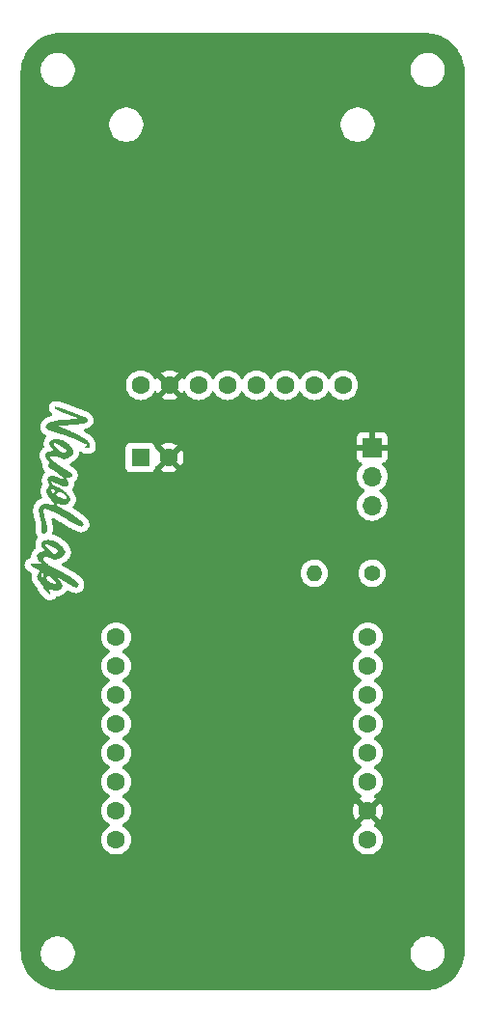
<source format=gbr>
%TF.GenerationSoftware,KiCad,Pcbnew,8.0.8*%
%TF.CreationDate,2025-01-27T17:27:28-03:00*%
%TF.ProjectId,temperature_sensor,74656d70-6572-4617-9475-72655f73656e,rev?*%
%TF.SameCoordinates,Original*%
%TF.FileFunction,Copper,L1,Top*%
%TF.FilePolarity,Positive*%
%FSLAX46Y46*%
G04 Gerber Fmt 4.6, Leading zero omitted, Abs format (unit mm)*
G04 Created by KiCad (PCBNEW 8.0.8) date 2025-01-27 17:27:28*
%MOMM*%
%LPD*%
G01*
G04 APERTURE LIST*
%TA.AperFunction,EtchedComponent*%
%ADD10C,0.000000*%
%TD*%
%TA.AperFunction,ComponentPad*%
%ADD11C,1.600000*%
%TD*%
%TA.AperFunction,ComponentPad*%
%ADD12R,1.700000X1.700000*%
%TD*%
%TA.AperFunction,ComponentPad*%
%ADD13O,1.700000X1.700000*%
%TD*%
%TA.AperFunction,ComponentPad*%
%ADD14R,1.600000X1.600000*%
%TD*%
%TA.AperFunction,ComponentPad*%
%ADD15C,1.400000*%
%TD*%
%TA.AperFunction,ComponentPad*%
%ADD16O,1.400000X1.400000*%
%TD*%
%TA.AperFunction,ViaPad*%
%ADD17C,1.600000*%
%TD*%
G04 APERTURE END LIST*
D10*
%TA.AperFunction,EtchedComponent*%
%TO.C,G\u002A\u002A\u002A*%
G36*
X128069921Y-82376406D02*
G01*
X128092522Y-82381298D01*
X128124546Y-82388800D01*
X128163743Y-82398380D01*
X128207857Y-82409504D01*
X128224810Y-82413862D01*
X128270546Y-82425613D01*
X128312528Y-82436272D01*
X128348412Y-82445255D01*
X128375852Y-82451977D01*
X128392506Y-82455852D01*
X128395326Y-82456423D01*
X128417697Y-82461512D01*
X128450970Y-82470487D01*
X128492445Y-82482494D01*
X128539420Y-82496678D01*
X128589192Y-82512184D01*
X128639060Y-82528158D01*
X128686322Y-82543744D01*
X128728277Y-82558087D01*
X128762223Y-82570334D01*
X128785457Y-82579629D01*
X128787136Y-82580386D01*
X128801590Y-82586364D01*
X128824771Y-82595255D01*
X128853639Y-82605969D01*
X128885152Y-82617415D01*
X128916269Y-82628501D01*
X128943948Y-82638138D01*
X128965148Y-82645233D01*
X128976829Y-82648695D01*
X128978033Y-82648862D01*
X128986862Y-82651073D01*
X129007295Y-82657785D01*
X129037493Y-82668318D01*
X129075615Y-82681992D01*
X129119820Y-82698129D01*
X129168270Y-82716049D01*
X129219123Y-82735074D01*
X129270541Y-82754524D01*
X129320682Y-82773719D01*
X129367707Y-82791982D01*
X129395843Y-82803075D01*
X129422340Y-82813055D01*
X129445887Y-82820990D01*
X129460676Y-82824994D01*
X129475266Y-82829167D01*
X129501992Y-82838388D01*
X129539672Y-82852206D01*
X129587123Y-82870174D01*
X129643164Y-82891843D01*
X129706612Y-82916763D01*
X129776286Y-82944487D01*
X129792043Y-82950802D01*
X129833598Y-82967309D01*
X129874465Y-82983247D01*
X129911055Y-82997238D01*
X129939779Y-83007901D01*
X129950523Y-83011710D01*
X129969057Y-83018455D01*
X129998844Y-83029748D01*
X130037768Y-83044767D01*
X130083714Y-83062689D01*
X130134566Y-83082691D01*
X130188209Y-83103950D01*
X130206252Y-83111137D01*
X130261969Y-83133305D01*
X130317035Y-83155112D01*
X130369021Y-83175604D01*
X130415500Y-83193828D01*
X130454046Y-83208829D01*
X130482229Y-83219654D01*
X130487193Y-83221529D01*
X130521717Y-83234717D01*
X130555504Y-83247992D01*
X130583592Y-83259388D01*
X130595248Y-83264332D01*
X130621377Y-83275465D01*
X130646706Y-83285815D01*
X130656479Y-83289626D01*
X130722938Y-83319938D01*
X130782442Y-83357268D01*
X130832946Y-83399983D01*
X130872404Y-83446448D01*
X130890509Y-83476589D01*
X130901217Y-83499616D01*
X130906688Y-83518726D01*
X130908028Y-83540160D01*
X130906581Y-83567094D01*
X130903091Y-83596984D01*
X130897781Y-83624732D01*
X130892294Y-83642956D01*
X130874617Y-83673120D01*
X130847679Y-83705203D01*
X130815386Y-83735277D01*
X130781642Y-83759411D01*
X130770307Y-83765680D01*
X130722593Y-83786814D01*
X130663491Y-83808291D01*
X130595974Y-83829356D01*
X130523018Y-83849253D01*
X130447601Y-83867228D01*
X130372696Y-83882524D01*
X130301280Y-83894387D01*
X130236329Y-83902060D01*
X130231464Y-83902474D01*
X130194283Y-83905641D01*
X130147118Y-83909830D01*
X130094323Y-83914643D01*
X130040251Y-83919684D01*
X129997346Y-83923775D01*
X129877146Y-83935215D01*
X129755563Y-83946454D01*
X129629727Y-83957748D01*
X129496769Y-83969352D01*
X129353820Y-83981523D01*
X129273382Y-83988260D01*
X129190532Y-83995285D01*
X129105520Y-84002714D01*
X129019580Y-84010426D01*
X128933947Y-84018296D01*
X128849857Y-84026201D01*
X128768544Y-84034017D01*
X128691243Y-84041622D01*
X128619190Y-84048890D01*
X128553619Y-84055699D01*
X128495766Y-84061925D01*
X128446866Y-84067445D01*
X128408152Y-84072134D01*
X128380862Y-84075870D01*
X128366229Y-84078529D01*
X128364262Y-84079220D01*
X128358768Y-84087594D01*
X128367463Y-84096931D01*
X128381932Y-84103925D01*
X128396660Y-84110205D01*
X128421486Y-84121218D01*
X128453438Y-84135630D01*
X128489548Y-84152104D01*
X128506195Y-84159759D01*
X128541748Y-84175892D01*
X128581865Y-84193675D01*
X128624542Y-84212265D01*
X128667775Y-84230820D01*
X128709560Y-84248497D01*
X128747892Y-84264454D01*
X128780768Y-84277849D01*
X128806184Y-84287839D01*
X128822136Y-84293583D01*
X128826756Y-84294489D01*
X128832833Y-84295654D01*
X128848783Y-84301188D01*
X128871187Y-84309902D01*
X128871779Y-84310141D01*
X128894752Y-84319399D01*
X128927387Y-84332478D01*
X128965955Y-84347888D01*
X129006725Y-84364137D01*
X129022657Y-84370475D01*
X129061782Y-84386147D01*
X129098724Y-84401153D01*
X129130241Y-84414164D01*
X129153092Y-84423846D01*
X129159834Y-84426830D01*
X129184986Y-84437722D01*
X129215143Y-84449956D01*
X129246367Y-84462032D01*
X129274717Y-84472448D01*
X129296255Y-84479705D01*
X129304629Y-84481995D01*
X129316917Y-84486151D01*
X129340406Y-84495551D01*
X129373233Y-84509362D01*
X129413536Y-84526751D01*
X129459453Y-84546885D01*
X129509120Y-84568932D01*
X129560677Y-84592058D01*
X129612260Y-84615432D01*
X129662006Y-84638219D01*
X129708054Y-84659587D01*
X129748542Y-84678704D01*
X129781606Y-84694737D01*
X129792043Y-84699952D01*
X129853199Y-84730947D01*
X129914576Y-84762208D01*
X129974765Y-84793006D01*
X130032358Y-84822610D01*
X130085947Y-84850291D01*
X130134124Y-84875318D01*
X130175481Y-84896962D01*
X130208609Y-84914493D01*
X130232101Y-84927181D01*
X130244547Y-84934296D01*
X130245872Y-84935198D01*
X130258692Y-84943846D01*
X130281605Y-84957850D01*
X130312035Y-84975711D01*
X130347402Y-84995928D01*
X130385129Y-85017001D01*
X130407953Y-85029502D01*
X130434632Y-85044544D01*
X130468422Y-85064406D01*
X130506393Y-85087279D01*
X130545614Y-85111353D01*
X130583157Y-85134819D01*
X130616089Y-85155868D01*
X130641482Y-85172689D01*
X130652877Y-85180738D01*
X130672984Y-85194034D01*
X130697835Y-85208322D01*
X130706904Y-85213033D01*
X130726287Y-85223289D01*
X130739694Y-85231446D01*
X130742922Y-85234124D01*
X130749747Y-85240122D01*
X130765762Y-85252945D01*
X130788639Y-85270761D01*
X130816051Y-85291738D01*
X130818560Y-85293642D01*
X130872995Y-85339186D01*
X130925034Y-85390687D01*
X130970947Y-85444174D01*
X131004385Y-85491426D01*
X131030779Y-85538705D01*
X131053612Y-85591239D01*
X131074653Y-85653197D01*
X131078693Y-85666716D01*
X131087995Y-85700823D01*
X131093958Y-85730302D01*
X131097274Y-85760496D01*
X131098638Y-85796747D01*
X131098807Y-85821595D01*
X131098496Y-85860137D01*
X131097212Y-85887686D01*
X131094495Y-85907646D01*
X131089889Y-85923423D01*
X131083131Y-85938047D01*
X131068397Y-85961696D01*
X131050879Y-85979082D01*
X131027705Y-85991753D01*
X130996001Y-86001256D01*
X130952897Y-86009140D01*
X130950561Y-86009494D01*
X130878370Y-86015656D01*
X130811340Y-86012024D01*
X130751870Y-85998808D01*
X130728605Y-85989962D01*
X130689405Y-85968844D01*
X130664511Y-85946266D01*
X130653908Y-85922330D01*
X130657580Y-85897137D01*
X130675511Y-85870789D01*
X130707685Y-85843387D01*
X130754085Y-85815034D01*
X130756035Y-85813990D01*
X130777897Y-85800831D01*
X130794708Y-85787999D01*
X130801346Y-85780489D01*
X130806901Y-85758812D01*
X130805731Y-85732625D01*
X130798716Y-85708567D01*
X130790134Y-85695899D01*
X130780616Y-85689842D01*
X130759318Y-85678133D01*
X130727443Y-85661374D01*
X130686191Y-85640166D01*
X130636763Y-85615109D01*
X130580361Y-85586804D01*
X130518185Y-85555852D01*
X130451436Y-85522853D01*
X130381317Y-85488408D01*
X130309027Y-85453119D01*
X130235769Y-85417585D01*
X130177437Y-85389465D01*
X130131717Y-85368058D01*
X130075931Y-85342841D01*
X130013428Y-85315266D01*
X129947556Y-85286779D01*
X129881663Y-85258831D01*
X129819098Y-85232870D01*
X129766830Y-85211778D01*
X129733910Y-85198648D01*
X129692182Y-85181885D01*
X129646171Y-85163313D01*
X129600403Y-85144757D01*
X129583138Y-85137730D01*
X129533683Y-85117884D01*
X129477267Y-85095727D01*
X129420217Y-85073720D01*
X129368862Y-85054321D01*
X129359825Y-85050968D01*
X129315097Y-85034371D01*
X129268316Y-85016901D01*
X129224102Y-85000291D01*
X129187080Y-84986274D01*
X129176133Y-84982093D01*
X129148041Y-84971558D01*
X129111539Y-84958217D01*
X129068672Y-84942785D01*
X129021484Y-84925976D01*
X128972022Y-84908505D01*
X128922329Y-84891087D01*
X128874452Y-84874436D01*
X128830434Y-84859268D01*
X128792321Y-84846297D01*
X128762158Y-84836238D01*
X128741990Y-84829805D01*
X128734690Y-84827798D01*
X128723440Y-84824674D01*
X128700984Y-84817688D01*
X128669757Y-84807624D01*
X128632191Y-84795265D01*
X128591530Y-84781669D01*
X128541045Y-84764829D01*
X128486994Y-84747098D01*
X128431339Y-84729092D01*
X128376040Y-84711426D01*
X128323058Y-84694714D01*
X128274355Y-84679573D01*
X128231891Y-84666617D01*
X128197626Y-84656461D01*
X128173523Y-84649720D01*
X128162915Y-84647208D01*
X128149101Y-84643711D01*
X128123643Y-84636231D01*
X128088541Y-84625414D01*
X128045795Y-84611903D01*
X127997405Y-84596345D01*
X127945372Y-84579384D01*
X127891695Y-84561665D01*
X127838374Y-84543834D01*
X127787410Y-84526534D01*
X127767823Y-84519800D01*
X127721832Y-84504008D01*
X127671510Y-84486866D01*
X127622620Y-84470329D01*
X127580924Y-84456352D01*
X127576927Y-84455022D01*
X127506472Y-84430170D01*
X127447926Y-84406061D01*
X127398929Y-84381424D01*
X127357125Y-84354988D01*
X127320155Y-84325482D01*
X127298283Y-84304741D01*
X127271356Y-84276642D01*
X127253064Y-84254594D01*
X127241070Y-84235308D01*
X127233038Y-84215500D01*
X127231650Y-84211011D01*
X127224746Y-84185838D01*
X127221983Y-84167456D01*
X127222803Y-84149035D01*
X127225229Y-84132343D01*
X127230324Y-84111945D01*
X127234855Y-84099927D01*
X127241147Y-84085242D01*
X127250120Y-84062967D01*
X127256381Y-84046890D01*
X127283898Y-83992271D01*
X127323866Y-83937641D01*
X127374479Y-83885065D01*
X127433932Y-83836605D01*
X127450863Y-83824765D01*
X127476884Y-83808416D01*
X127508069Y-83790691D01*
X127540994Y-83773325D01*
X127572232Y-83758055D01*
X127598357Y-83746616D01*
X127615944Y-83740744D01*
X127617121Y-83740527D01*
X127629023Y-83737508D01*
X127652462Y-83730636D01*
X127685294Y-83720573D01*
X127725375Y-83707982D01*
X127770562Y-83693527D01*
X127802048Y-83683317D01*
X127853352Y-83666957D01*
X127904659Y-83651251D01*
X127952909Y-83637089D01*
X127995040Y-83625359D01*
X128027990Y-83616950D01*
X128039194Y-83614448D01*
X128075451Y-83607187D01*
X128117144Y-83599221D01*
X128161657Y-83591007D01*
X128206373Y-83583003D01*
X128248675Y-83575667D01*
X128285948Y-83569457D01*
X128315573Y-83564830D01*
X128334936Y-83562244D01*
X128339848Y-83561861D01*
X128352659Y-83560677D01*
X128376295Y-83557702D01*
X128407352Y-83553388D01*
X128441362Y-83548351D01*
X128493943Y-83541376D01*
X128559402Y-83534446D01*
X128636207Y-83527677D01*
X128722830Y-83521186D01*
X128817741Y-83515090D01*
X128919409Y-83509506D01*
X128999644Y-83505703D01*
X129137211Y-83499165D01*
X129261351Y-83492262D01*
X129373043Y-83484870D01*
X129473266Y-83476860D01*
X129562997Y-83468105D01*
X129643216Y-83458480D01*
X129714901Y-83447856D01*
X129779031Y-83436107D01*
X129836584Y-83423106D01*
X129888539Y-83408726D01*
X129935874Y-83392840D01*
X129968656Y-83379976D01*
X129996521Y-83368333D01*
X129982009Y-83353822D01*
X129970310Y-83346789D01*
X129945465Y-83335686D01*
X129908085Y-83320737D01*
X129858776Y-83302163D01*
X129798148Y-83280186D01*
X129726809Y-83255029D01*
X129645367Y-83226914D01*
X129554431Y-83196062D01*
X129500296Y-83177909D01*
X129325066Y-83117472D01*
X129160250Y-83056746D01*
X129093291Y-83030803D01*
X129061452Y-83018526D01*
X129033433Y-83008192D01*
X129012613Y-83001018D01*
X129003245Y-82998341D01*
X128989319Y-82994437D01*
X128965162Y-82986393D01*
X128933936Y-82975377D01*
X128898806Y-82962555D01*
X128862935Y-82949092D01*
X128829486Y-82936155D01*
X128801623Y-82924910D01*
X128787136Y-82918670D01*
X128756050Y-82904927D01*
X128719842Y-82889371D01*
X128680921Y-82872984D01*
X128641695Y-82856751D01*
X128604573Y-82841653D01*
X128571964Y-82828674D01*
X128546275Y-82818796D01*
X128529916Y-82813003D01*
X128525503Y-82811894D01*
X128516935Y-82808774D01*
X128497059Y-82800024D01*
X128467484Y-82786400D01*
X128429818Y-82768656D01*
X128385668Y-82747548D01*
X128336644Y-82723829D01*
X128305792Y-82708773D01*
X128244545Y-82678614D01*
X128194836Y-82653680D01*
X128155141Y-82633119D01*
X128123935Y-82616080D01*
X128099693Y-82601709D01*
X128080891Y-82589156D01*
X128066005Y-82577567D01*
X128057623Y-82570070D01*
X128029294Y-82538594D01*
X128007116Y-82504541D01*
X127992716Y-82471166D01*
X127987718Y-82441724D01*
X127988668Y-82432018D01*
X127998470Y-82412548D01*
X128017097Y-82393711D01*
X128039412Y-82379694D01*
X128058998Y-82374657D01*
X128069921Y-82376406D01*
G37*
%TD.AperFunction*%
%TA.AperFunction,EtchedComponent*%
G36*
X127517941Y-94070526D02*
G01*
X127602744Y-94077172D01*
X127638157Y-94081448D01*
X127683194Y-94088900D01*
X127732319Y-94099317D01*
X127781277Y-94111605D01*
X127825811Y-94124668D01*
X127861665Y-94137412D01*
X127870612Y-94141245D01*
X127902127Y-94155215D01*
X127933129Y-94168324D01*
X127960890Y-94179493D01*
X127982684Y-94187647D01*
X127995780Y-94191708D01*
X127998339Y-94191666D01*
X128004324Y-94193526D01*
X128020667Y-94200830D01*
X128044950Y-94212365D01*
X128074756Y-94226914D01*
X128107665Y-94243265D01*
X128141260Y-94260203D01*
X128173123Y-94276512D01*
X128200836Y-94290979D01*
X128221981Y-94302389D01*
X128234139Y-94309529D01*
X128236059Y-94311059D01*
X128243113Y-94316732D01*
X128260035Y-94328607D01*
X128284549Y-94345137D01*
X128314380Y-94364770D01*
X128326104Y-94372379D01*
X128407916Y-94427888D01*
X128485786Y-94485822D01*
X128557826Y-94544570D01*
X128622148Y-94602518D01*
X128676865Y-94658057D01*
X128718348Y-94707272D01*
X128744298Y-94744023D01*
X128772516Y-94788543D01*
X128801734Y-94838372D01*
X128830681Y-94891049D01*
X128858088Y-94944113D01*
X128882686Y-94995103D01*
X128903206Y-95041558D01*
X128918378Y-95081016D01*
X128926933Y-95111018D01*
X128927129Y-95112039D01*
X128930826Y-95145762D01*
X128928155Y-95178264D01*
X128918250Y-95212047D01*
X128900247Y-95249617D01*
X128873281Y-95293477D01*
X128855444Y-95319581D01*
X128805498Y-95388547D01*
X128758803Y-95447325D01*
X128712974Y-95497939D01*
X128665631Y-95542415D01*
X128614390Y-95582780D01*
X128556868Y-95621059D01*
X128490682Y-95659277D01*
X128413450Y-95699461D01*
X128401742Y-95705299D01*
X128350056Y-95728391D01*
X128296363Y-95746825D01*
X128237430Y-95761429D01*
X128170023Y-95773031D01*
X128106924Y-95780804D01*
X128058819Y-95784834D01*
X128016029Y-95785492D01*
X127975664Y-95782193D01*
X127934831Y-95774351D01*
X127890639Y-95761379D01*
X127840195Y-95742693D01*
X127780608Y-95717707D01*
X127767823Y-95712115D01*
X127725981Y-95694100D01*
X127685313Y-95677269D01*
X127649015Y-95662896D01*
X127620278Y-95652253D01*
X127605741Y-95647522D01*
X127581809Y-95640120D01*
X127563299Y-95633360D01*
X127555316Y-95629389D01*
X127544012Y-95624304D01*
X127521044Y-95616920D01*
X127488862Y-95607820D01*
X127449918Y-95597587D01*
X127406663Y-95586804D01*
X127361547Y-95576054D01*
X127317023Y-95565920D01*
X127275541Y-95556986D01*
X127239552Y-95549835D01*
X127211508Y-95545049D01*
X127193860Y-95543213D01*
X127193074Y-95543210D01*
X127143074Y-95548681D01*
X127099841Y-95564998D01*
X127061495Y-95593263D01*
X127026157Y-95634576D01*
X127018696Y-95645381D01*
X126999440Y-95679941D01*
X126990319Y-95713100D01*
X126990833Y-95749112D01*
X127000481Y-95792232D01*
X127001122Y-95794408D01*
X127006555Y-95809941D01*
X127014094Y-95824686D01*
X127025424Y-95840783D01*
X127042227Y-95860371D01*
X127066187Y-95885590D01*
X127098310Y-95917905D01*
X127130178Y-95949037D01*
X127161741Y-95978849D01*
X127190254Y-96004815D01*
X127212969Y-96024412D01*
X127222087Y-96031630D01*
X127244388Y-96048932D01*
X127263857Y-96065194D01*
X127274374Y-96075003D01*
X127309227Y-96108024D01*
X127355145Y-96145985D01*
X127410215Y-96187572D01*
X127441767Y-96209801D01*
X127472525Y-96231470D01*
X127540160Y-96276364D01*
X127611209Y-96320940D01*
X127683756Y-96363884D01*
X127742610Y-96396734D01*
X127775559Y-96415271D01*
X127811573Y-96436562D01*
X127839859Y-96454106D01*
X127884407Y-96481996D01*
X127931005Y-96509966D01*
X127976550Y-96536245D01*
X128017940Y-96559062D01*
X128052069Y-96576646D01*
X128066221Y-96583268D01*
X128087049Y-96593220D01*
X128117058Y-96608530D01*
X128152900Y-96627446D01*
X128191226Y-96648214D01*
X128209483Y-96658304D01*
X128255416Y-96683439D01*
X128307801Y-96711427D01*
X128360611Y-96739083D01*
X128407816Y-96763222D01*
X128413802Y-96766224D01*
X128457749Y-96788583D01*
X128505513Y-96813531D01*
X128551823Y-96838278D01*
X128591407Y-96860033D01*
X128597495Y-96863464D01*
X128637302Y-96885577D01*
X128681328Y-96909349D01*
X128723559Y-96931562D01*
X128751118Y-96945606D01*
X128791044Y-96965917D01*
X128833231Y-96988046D01*
X128874942Y-97010492D01*
X128913442Y-97031754D01*
X128945993Y-97050331D01*
X128969860Y-97064719D01*
X128978033Y-97070120D01*
X128991986Y-97078662D01*
X129015190Y-97091552D01*
X129043968Y-97106785D01*
X129064476Y-97117273D01*
X129093764Y-97132710D01*
X129131646Y-97153677D01*
X129174479Y-97178104D01*
X129218618Y-97203918D01*
X129250355Y-97222925D01*
X129289792Y-97246724D01*
X129327413Y-97269248D01*
X129360540Y-97288907D01*
X129386490Y-97304109D01*
X129401631Y-97312740D01*
X129427683Y-97327889D01*
X129453768Y-97344253D01*
X129462629Y-97350202D01*
X129478093Y-97360866D01*
X129502612Y-97377724D01*
X129533351Y-97398828D01*
X129567477Y-97422232D01*
X129584424Y-97433846D01*
X129631346Y-97466878D01*
X129682194Y-97504220D01*
X129735154Y-97544406D01*
X129788410Y-97585967D01*
X129840148Y-97627437D01*
X129888552Y-97667348D01*
X129931808Y-97704232D01*
X129968101Y-97736623D01*
X129995615Y-97763053D01*
X130007633Y-97775993D01*
X130031874Y-97807190D01*
X130056199Y-97843460D01*
X130075865Y-97877660D01*
X130078096Y-97882118D01*
X130091906Y-97911867D01*
X130100008Y-97934591D01*
X130103768Y-97955815D01*
X130104557Y-97981064D01*
X130104452Y-97988526D01*
X130098630Y-98042052D01*
X130087857Y-98080024D01*
X130068828Y-98117283D01*
X130041695Y-98154129D01*
X130010261Y-98186130D01*
X129978330Y-98208851D01*
X129976546Y-98209789D01*
X129948217Y-98219749D01*
X129911558Y-98226403D01*
X129872232Y-98229291D01*
X129835902Y-98227955D01*
X129811547Y-98223137D01*
X129788098Y-98216308D01*
X129766426Y-98211358D01*
X129765578Y-98211210D01*
X129736187Y-98203725D01*
X129697932Y-98190443D01*
X129654330Y-98172933D01*
X129608897Y-98152768D01*
X129565150Y-98131518D01*
X129526604Y-98110755D01*
X129496776Y-98092051D01*
X129493259Y-98089512D01*
X129479371Y-98080089D01*
X129455939Y-98065099D01*
X129425812Y-98046328D01*
X129391836Y-98025562D01*
X129377834Y-98017114D01*
X129334958Y-97991112D01*
X129286945Y-97961621D01*
X129239589Y-97932219D01*
X129198683Y-97906485D01*
X129197743Y-97905889D01*
X129159283Y-97881528D01*
X129118276Y-97855692D01*
X129079600Y-97831447D01*
X129048133Y-97811859D01*
X129047846Y-97811682D01*
X129019616Y-97793812D01*
X128994801Y-97777376D01*
X128976787Y-97764655D01*
X128970427Y-97759548D01*
X128959745Y-97751477D01*
X128938620Y-97736988D01*
X128908863Y-97717243D01*
X128872284Y-97693401D01*
X128830695Y-97666625D01*
X128785906Y-97638075D01*
X128739726Y-97608911D01*
X128693968Y-97580294D01*
X128650441Y-97553385D01*
X128617851Y-97533510D01*
X128581342Y-97511417D01*
X128543826Y-97488719D01*
X128509806Y-97468139D01*
X128484584Y-97452886D01*
X128457202Y-97436249D01*
X128422516Y-97415061D01*
X128385473Y-97392347D01*
X128358520Y-97375761D01*
X128316410Y-97351354D01*
X128284906Y-97336685D01*
X128263919Y-97331840D01*
X128253363Y-97336903D01*
X128253149Y-97351957D01*
X128263192Y-97377085D01*
X128283403Y-97412373D01*
X128297551Y-97434238D01*
X128318351Y-97464784D01*
X128338354Y-97492963D01*
X128355102Y-97515380D01*
X128365058Y-97527494D01*
X128380194Y-97546079D01*
X128397705Y-97570480D01*
X128408039Y-97586278D01*
X128423620Y-97609677D01*
X128439123Y-97630469D01*
X128447594Y-97640305D01*
X128472585Y-97668660D01*
X128501564Y-97705721D01*
X128532441Y-97748378D01*
X128563124Y-97793523D01*
X128591524Y-97838046D01*
X128615548Y-97878837D01*
X128633105Y-97912789D01*
X128637281Y-97922348D01*
X128652348Y-97964249D01*
X128664935Y-98008736D01*
X128674228Y-98051960D01*
X128679413Y-98090070D01*
X128679674Y-98119218D01*
X128679410Y-98121406D01*
X128668786Y-98168871D01*
X128651064Y-98215258D01*
X128628535Y-98255041D01*
X128618784Y-98267756D01*
X128602622Y-98287664D01*
X128589602Y-98305271D01*
X128584797Y-98312808D01*
X128570067Y-98331629D01*
X128545114Y-98354953D01*
X128512587Y-98380817D01*
X128475136Y-98407254D01*
X128435410Y-98432300D01*
X128396060Y-98453991D01*
X128390937Y-98456548D01*
X128353145Y-98474516D01*
X128322628Y-98487049D01*
X128294134Y-98495829D01*
X128262412Y-98502540D01*
X128232457Y-98507361D01*
X128183530Y-98513378D01*
X128136906Y-98516060D01*
X128090244Y-98515114D01*
X128041199Y-98510246D01*
X127987428Y-98501163D01*
X127926589Y-98487572D01*
X127856339Y-98469179D01*
X127800239Y-98453270D01*
X127751554Y-98439394D01*
X127700634Y-98425320D01*
X127649610Y-98411595D01*
X127600616Y-98398764D01*
X127555782Y-98387373D01*
X127517241Y-98377967D01*
X127487125Y-98371093D01*
X127467566Y-98367296D01*
X127462078Y-98366716D01*
X127452777Y-98372167D01*
X127452587Y-98388283D01*
X127461340Y-98414708D01*
X127478868Y-98451086D01*
X127505002Y-98497062D01*
X127539573Y-98552280D01*
X127575615Y-98606433D01*
X127608862Y-98667189D01*
X127632074Y-98735987D01*
X127642425Y-98792916D01*
X127647200Y-98833721D01*
X127617753Y-98848744D01*
X127588935Y-98860631D01*
X127565347Y-98862715D01*
X127541953Y-98855308D01*
X127538584Y-98853622D01*
X127527546Y-98845201D01*
X127508013Y-98827379D01*
X127481192Y-98801407D01*
X127448291Y-98768534D01*
X127410514Y-98730012D01*
X127369070Y-98687091D01*
X127325164Y-98641022D01*
X127280004Y-98593054D01*
X127234796Y-98544440D01*
X127190746Y-98496428D01*
X127149062Y-98450270D01*
X127145207Y-98445956D01*
X127102940Y-98397913D01*
X127069558Y-98357947D01*
X127043766Y-98323938D01*
X127024270Y-98293770D01*
X127009775Y-98265324D01*
X126998985Y-98236481D01*
X126990606Y-98205124D01*
X126986672Y-98186626D01*
X126980071Y-98157585D01*
X126971714Y-98129805D01*
X126960772Y-98101981D01*
X126946413Y-98072807D01*
X126927808Y-98040979D01*
X126904125Y-98005190D01*
X126874535Y-97964135D01*
X126838207Y-97916508D01*
X126794309Y-97861005D01*
X126742012Y-97796319D01*
X126725430Y-97775991D01*
X126670169Y-97707563D01*
X126623844Y-97648299D01*
X126585574Y-97596818D01*
X126554481Y-97551741D01*
X126529682Y-97511687D01*
X126510297Y-97475275D01*
X126498043Y-97447097D01*
X127280682Y-97447097D01*
X127288563Y-97489875D01*
X127298238Y-97513298D01*
X127313563Y-97534771D01*
X127339510Y-97562262D01*
X127374324Y-97594414D01*
X127416249Y-97629872D01*
X127463530Y-97667280D01*
X127514411Y-97705281D01*
X127567137Y-97742521D01*
X127619952Y-97777642D01*
X127671102Y-97809290D01*
X127710194Y-97831494D01*
X127764590Y-97857461D01*
X127822300Y-97878913D01*
X127880351Y-97895173D01*
X127935771Y-97905562D01*
X127985587Y-97909402D01*
X128026828Y-97906016D01*
X128031940Y-97904880D01*
X128060488Y-97896242D01*
X128088698Y-97884985D01*
X128112429Y-97873023D01*
X128127544Y-97862268D01*
X128129695Y-97859694D01*
X128134676Y-97842946D01*
X128130987Y-97819330D01*
X128118302Y-97786843D01*
X128117449Y-97785000D01*
X128107557Y-97765182D01*
X128096418Y-97746488D01*
X128082654Y-97727372D01*
X128064888Y-97706289D01*
X128041742Y-97681694D01*
X128011838Y-97652041D01*
X127973798Y-97615785D01*
X127930653Y-97575475D01*
X127865215Y-97515019D01*
X127808772Y-97463710D01*
X127760093Y-97420551D01*
X127717944Y-97384540D01*
X127681094Y-97354680D01*
X127648309Y-97329972D01*
X127618358Y-97309415D01*
X127590008Y-97292011D01*
X127562519Y-97277014D01*
X127515608Y-97255005D01*
X127476406Y-97242205D01*
X127441767Y-97238354D01*
X127408539Y-97243195D01*
X127373574Y-97256469D01*
X127364776Y-97260779D01*
X127334271Y-97283813D01*
X127309776Y-97317128D01*
X127292123Y-97357558D01*
X127282147Y-97401936D01*
X127280682Y-97447097D01*
X126498043Y-97447097D01*
X126495446Y-97441124D01*
X126484248Y-97407855D01*
X126479620Y-97390625D01*
X126467712Y-97337267D01*
X126461062Y-97291272D01*
X126460149Y-97249622D01*
X126465454Y-97209299D01*
X126477456Y-97167287D01*
X126489194Y-97138694D01*
X126814511Y-97138694D01*
X126816154Y-97189354D01*
X126826563Y-97234719D01*
X126832488Y-97248850D01*
X126858262Y-97291788D01*
X126887753Y-97322323D01*
X126920122Y-97339752D01*
X126945998Y-97343801D01*
X126959878Y-97342169D01*
X126969925Y-97335745D01*
X126977290Y-97322239D01*
X126983125Y-97299359D01*
X126988584Y-97264816D01*
X126989632Y-97257055D01*
X126995857Y-97222182D01*
X127005605Y-97180803D01*
X127017174Y-97139839D01*
X127022281Y-97124090D01*
X127037334Y-97078123D01*
X127047117Y-97043071D01*
X127051947Y-97016571D01*
X127052141Y-96996258D01*
X127048014Y-96979768D01*
X127042941Y-96969600D01*
X127030872Y-96953956D01*
X127014839Y-96944037D01*
X126991658Y-96938740D01*
X126958143Y-96936958D01*
X126948744Y-96936929D01*
X126922383Y-96937866D01*
X126905042Y-96941591D01*
X126891380Y-96949766D01*
X126882775Y-96957450D01*
X126855767Y-96992117D01*
X126834959Y-97036358D01*
X126820994Y-97086456D01*
X126814511Y-97138694D01*
X126489194Y-97138694D01*
X126496635Y-97120568D01*
X126523469Y-97066125D01*
X126534524Y-97045126D01*
X126553904Y-97009071D01*
X126571861Y-96976285D01*
X126586901Y-96949451D01*
X126597529Y-96931250D01*
X126600885Y-96925990D01*
X126617499Y-96898866D01*
X126633618Y-96867219D01*
X126646755Y-96836391D01*
X126654424Y-96811728D01*
X126654699Y-96810335D01*
X126655864Y-96792367D01*
X126650719Y-96775069D01*
X126637580Y-96752781D01*
X126637527Y-96752702D01*
X126623433Y-96733805D01*
X126606479Y-96716330D01*
X126584654Y-96698838D01*
X126555943Y-96679895D01*
X126518333Y-96658062D01*
X126469813Y-96631903D01*
X126463966Y-96628827D01*
X126385721Y-96587711D01*
X126319079Y-96552599D01*
X126262868Y-96522839D01*
X126215916Y-96497775D01*
X126177048Y-96476754D01*
X126145095Y-96459120D01*
X126118881Y-96444221D01*
X126097236Y-96431401D01*
X126078987Y-96420006D01*
X126062960Y-96409383D01*
X126047984Y-96398876D01*
X126035350Y-96389655D01*
X125983202Y-96350268D01*
X125939526Y-96315511D01*
X125905199Y-96286143D01*
X125881099Y-96262918D01*
X125868103Y-96246593D01*
X125867092Y-96244626D01*
X125862950Y-96232027D01*
X125865629Y-96221452D01*
X125876914Y-96207924D01*
X125882153Y-96202637D01*
X125897402Y-96189843D01*
X125916000Y-96179896D01*
X125941842Y-96171077D01*
X125970517Y-96163639D01*
X126009485Y-96154704D01*
X126047080Y-96147168D01*
X126085062Y-96140887D01*
X126125193Y-96135718D01*
X126169232Y-96131518D01*
X126218941Y-96128145D01*
X126276080Y-96125453D01*
X126342410Y-96123302D01*
X126419693Y-96121547D01*
X126506035Y-96120098D01*
X126811037Y-96115582D01*
X126731425Y-96014731D01*
X126672790Y-95938842D01*
X126622968Y-95870675D01*
X126580411Y-95807945D01*
X126543570Y-95748364D01*
X126510897Y-95689645D01*
X126509490Y-95686966D01*
X126484858Y-95637721D01*
X126467576Y-95596853D01*
X126456740Y-95560930D01*
X126451446Y-95526521D01*
X126450788Y-95490193D01*
X126452020Y-95468870D01*
X126461475Y-95409735D01*
X126480775Y-95356913D01*
X126510817Y-95309276D01*
X126552501Y-95265696D01*
X126606724Y-95225045D01*
X126674386Y-95186196D01*
X126679215Y-95183734D01*
X126711707Y-95167679D01*
X126742273Y-95153638D01*
X126772975Y-95140928D01*
X126805876Y-95128870D01*
X126843039Y-95116783D01*
X126886525Y-95103986D01*
X126938398Y-95089797D01*
X126948744Y-95087098D01*
X127000719Y-95073537D01*
X127054663Y-95059799D01*
X127088984Y-95050827D01*
X127118228Y-95042637D01*
X127139549Y-95036066D01*
X127150105Y-95031950D01*
X127150555Y-95031623D01*
X127148111Y-95024586D01*
X127137904Y-95008075D01*
X127121171Y-94983866D01*
X127099147Y-94953735D01*
X127073071Y-94919458D01*
X127067096Y-94911772D01*
X127018725Y-94849184D01*
X126978495Y-94795613D01*
X126945177Y-94749131D01*
X126917540Y-94707815D01*
X126894354Y-94669737D01*
X126874386Y-94632974D01*
X126856407Y-94595598D01*
X126839186Y-94555686D01*
X126838626Y-94554328D01*
X126821615Y-94510958D01*
X127177407Y-94510958D01*
X127181998Y-94519218D01*
X127194794Y-94535704D01*
X127214006Y-94558263D01*
X127237845Y-94584744D01*
X127246258Y-94593799D01*
X127272046Y-94621906D01*
X127294625Y-94647556D01*
X127311928Y-94668323D01*
X127321886Y-94681783D01*
X127323052Y-94683861D01*
X127330782Y-94696203D01*
X127336076Y-94700069D01*
X127342381Y-94705207D01*
X127356479Y-94719442D01*
X127376704Y-94741005D01*
X127401391Y-94768128D01*
X127422592Y-94791915D01*
X127447193Y-94819533D01*
X127479730Y-94855721D01*
X127518371Y-94898460D01*
X127561283Y-94945730D01*
X127606634Y-94995511D01*
X127652592Y-95045784D01*
X127683606Y-95079602D01*
X127733129Y-95133383D01*
X127774232Y-95177504D01*
X127808146Y-95213005D01*
X127836103Y-95240920D01*
X127859337Y-95262288D01*
X127879079Y-95278145D01*
X127896561Y-95289527D01*
X127913016Y-95297473D01*
X127929675Y-95303019D01*
X127947772Y-95307201D01*
X127955936Y-95308770D01*
X127984780Y-95308113D01*
X128021947Y-95297649D01*
X128065967Y-95278141D01*
X128115372Y-95250355D01*
X128168695Y-95215052D01*
X128224466Y-95172997D01*
X128237744Y-95162237D01*
X128270711Y-95131745D01*
X128290937Y-95104299D01*
X128299317Y-95078294D01*
X128297510Y-95054961D01*
X128288106Y-95036283D01*
X128268404Y-95010858D01*
X128239994Y-94980081D01*
X128204467Y-94945345D01*
X128163411Y-94908043D01*
X128118417Y-94869567D01*
X128071076Y-94831313D01*
X128022976Y-94794672D01*
X127975709Y-94761038D01*
X127930864Y-94731804D01*
X127923802Y-94727497D01*
X127892178Y-94709036D01*
X127854002Y-94687732D01*
X127811404Y-94664673D01*
X127766513Y-94640948D01*
X127721456Y-94617646D01*
X127678364Y-94595856D01*
X127639363Y-94576667D01*
X127606584Y-94561167D01*
X127582154Y-94550446D01*
X127568202Y-94545591D01*
X127568173Y-94545586D01*
X127557764Y-94542099D01*
X127536308Y-94533830D01*
X127506004Y-94521662D01*
X127469049Y-94506483D01*
X127427642Y-94489177D01*
X127417004Y-94484687D01*
X127375143Y-94467174D01*
X127337463Y-94451779D01*
X127306088Y-94439338D01*
X127283142Y-94430690D01*
X127270748Y-94426672D01*
X127269503Y-94426489D01*
X127257560Y-94429407D01*
X127238446Y-94436594D01*
X127229105Y-94440654D01*
X127202737Y-94458896D01*
X127184435Y-94484102D01*
X127177407Y-94510958D01*
X126821615Y-94510958D01*
X126820539Y-94508215D01*
X126808579Y-94471574D01*
X126802095Y-94441160D01*
X126800438Y-94413731D01*
X126802958Y-94386044D01*
X126803828Y-94380644D01*
X126821725Y-94317176D01*
X126852238Y-94258348D01*
X126893819Y-94206179D01*
X126944919Y-94162688D01*
X126992220Y-94135208D01*
X127043715Y-94115412D01*
X127106968Y-94098811D01*
X127179646Y-94085599D01*
X127259415Y-94075971D01*
X127269503Y-94075273D01*
X127343943Y-94070119D01*
X127430896Y-94068240D01*
X127517941Y-94070526D01*
G37*
%TD.AperFunction*%
%TA.AperFunction,EtchedComponent*%
G36*
X128181223Y-85210635D02*
G01*
X128237563Y-85213061D01*
X128288972Y-85216791D01*
X128332693Y-85221831D01*
X128333308Y-85221922D01*
X128407540Y-85236041D01*
X128490154Y-85257268D01*
X128577768Y-85284392D01*
X128667002Y-85316201D01*
X128754477Y-85351482D01*
X128836810Y-85389023D01*
X128910622Y-85427613D01*
X128916802Y-85431136D01*
X128964580Y-85460404D01*
X129018625Y-85496613D01*
X129077151Y-85538314D01*
X129138368Y-85584056D01*
X129200490Y-85632388D01*
X129261730Y-85681860D01*
X129320300Y-85731022D01*
X129374412Y-85778423D01*
X129422280Y-85822612D01*
X129462115Y-85862139D01*
X129492130Y-85895553D01*
X129497712Y-85902550D01*
X129550643Y-85979101D01*
X129592983Y-86057503D01*
X129624388Y-86136356D01*
X129644513Y-86214263D01*
X129653012Y-86289824D01*
X129649541Y-86361642D01*
X129633753Y-86428316D01*
X129629965Y-86438664D01*
X129603491Y-86492704D01*
X129565150Y-86550061D01*
X129516578Y-86609017D01*
X129459405Y-86667855D01*
X129395267Y-86724858D01*
X129325795Y-86778309D01*
X129273382Y-86813635D01*
X129252484Y-86825562D01*
X129221212Y-86841730D01*
X129182474Y-86860795D01*
X129139176Y-86881409D01*
X129094223Y-86902226D01*
X129050522Y-86921901D01*
X129010978Y-86939085D01*
X128978499Y-86952434D01*
X128956422Y-86960467D01*
X128922968Y-86968180D01*
X128882252Y-86973493D01*
X128839402Y-86976116D01*
X128799548Y-86975757D01*
X128767817Y-86972126D01*
X128764417Y-86971365D01*
X128746221Y-86965735D01*
X128719551Y-86956006D01*
X128687763Y-86943570D01*
X128654214Y-86929818D01*
X128622259Y-86916141D01*
X128595253Y-86903932D01*
X128576554Y-86894583D01*
X128571028Y-86891165D01*
X128560791Y-86885475D01*
X128542567Y-86876990D01*
X128520017Y-86867222D01*
X128496798Y-86857684D01*
X128476570Y-86849887D01*
X128462993Y-86845344D01*
X128459371Y-86845016D01*
X128453831Y-86844472D01*
X128440263Y-86838581D01*
X128437968Y-86837414D01*
X128419565Y-86830173D01*
X128389526Y-86820976D01*
X128350396Y-86810400D01*
X128304722Y-86799023D01*
X128255049Y-86787424D01*
X128203924Y-86776181D01*
X128153891Y-86765873D01*
X128107498Y-86757077D01*
X128067291Y-86750372D01*
X128037959Y-86746549D01*
X128000563Y-86743477D01*
X127955946Y-86740979D01*
X127906851Y-86739090D01*
X127856025Y-86737843D01*
X127806214Y-86737272D01*
X127760163Y-86737411D01*
X127720619Y-86738294D01*
X127690326Y-86739955D01*
X127673652Y-86742055D01*
X127648689Y-86754079D01*
X127630271Y-86776345D01*
X127620335Y-86805444D01*
X127620418Y-86835741D01*
X127635661Y-86884598D01*
X127664023Y-86930259D01*
X127671835Y-86939550D01*
X127685130Y-86952887D01*
X127708024Y-86973988D01*
X127738944Y-87001519D01*
X127776316Y-87034148D01*
X127818567Y-87070542D01*
X127864125Y-87109367D01*
X127911415Y-87149290D01*
X127958865Y-87188978D01*
X128004901Y-87227099D01*
X128047951Y-87262319D01*
X128086440Y-87293306D01*
X128118796Y-87318725D01*
X128124403Y-87323031D01*
X128167722Y-87355719D01*
X128217137Y-87392328D01*
X128267392Y-87429003D01*
X128313232Y-87461890D01*
X128326104Y-87470980D01*
X128360837Y-87495602D01*
X128392628Y-87518539D01*
X128419075Y-87538028D01*
X128437772Y-87552302D01*
X128444964Y-87558249D01*
X128461630Y-87571085D01*
X128484812Y-87586191D01*
X128499926Y-87594976D01*
X128521092Y-87607339D01*
X128550078Y-87625237D01*
X128582788Y-87646103D01*
X128610043Y-87663979D01*
X128646055Y-87687417D01*
X128685044Y-87711949D01*
X128721495Y-87734142D01*
X128742376Y-87746349D01*
X128800978Y-87780380D01*
X128866508Y-87819559D01*
X128934015Y-87860878D01*
X128998551Y-87901328D01*
X129021254Y-87915838D01*
X129095741Y-87963799D01*
X129159321Y-88004878D01*
X129213255Y-88039915D01*
X129258798Y-88069749D01*
X129297211Y-88095219D01*
X129329752Y-88117164D01*
X129357678Y-88136423D01*
X129382248Y-88153835D01*
X129404720Y-88170240D01*
X129420860Y-88182316D01*
X129459555Y-88212332D01*
X129487824Y-88236908D01*
X129507271Y-88258533D01*
X129519500Y-88279693D01*
X129526117Y-88302878D01*
X129528724Y-88330574D01*
X129529032Y-88350069D01*
X129528247Y-88382163D01*
X129525245Y-88404827D01*
X129519040Y-88422985D01*
X129511752Y-88436512D01*
X129473058Y-88487671D01*
X129423875Y-88531276D01*
X129367134Y-88565007D01*
X129331011Y-88579435D01*
X129292322Y-88589976D01*
X129254311Y-88595070D01*
X129213284Y-88594737D01*
X129165551Y-88588994D01*
X129119816Y-88580468D01*
X129084466Y-88573617D01*
X129053710Y-88568488D01*
X129030548Y-88565522D01*
X129017980Y-88565159D01*
X129017164Y-88565368D01*
X129010350Y-88569601D01*
X129007411Y-88576594D01*
X129008976Y-88587627D01*
X129015671Y-88603978D01*
X129028123Y-88626925D01*
X129046960Y-88657749D01*
X129072809Y-88697726D01*
X129106298Y-88748136D01*
X129108239Y-88751035D01*
X129134605Y-88797078D01*
X129160155Y-88854159D01*
X129183726Y-88918914D01*
X129204155Y-88987978D01*
X129220278Y-89057987D01*
X129226505Y-89093206D01*
X129226711Y-89131325D01*
X129217735Y-89175184D01*
X129201189Y-89220979D01*
X129178682Y-89264905D01*
X129151827Y-89303160D01*
X129126977Y-89328218D01*
X129094684Y-89350890D01*
X129060168Y-89366483D01*
X129019600Y-89376254D01*
X128969153Y-89381460D01*
X128964049Y-89381745D01*
X128926831Y-89383225D01*
X128892865Y-89383207D01*
X128860397Y-89381246D01*
X128827676Y-89376898D01*
X128792947Y-89369718D01*
X128754458Y-89359260D01*
X128710455Y-89345081D01*
X128659187Y-89326734D01*
X128598901Y-89303775D01*
X128527842Y-89275759D01*
X128495389Y-89262788D01*
X128458687Y-89247975D01*
X128426184Y-89234551D01*
X128395464Y-89221421D01*
X128364112Y-89207490D01*
X128329711Y-89191662D01*
X128289847Y-89172844D01*
X128242103Y-89149939D01*
X128184064Y-89121853D01*
X128178430Y-89119120D01*
X128137058Y-89099198D01*
X128099114Y-89081211D01*
X128066863Y-89066211D01*
X128042573Y-89055250D01*
X128028509Y-89049379D01*
X128027153Y-89048918D01*
X128013559Y-89043647D01*
X127990423Y-89033576D01*
X127961152Y-89020221D01*
X127933506Y-89007190D01*
X127883509Y-88983835D01*
X127836549Y-88962968D01*
X127794435Y-88945308D01*
X127758976Y-88931573D01*
X127731980Y-88922482D01*
X127715256Y-88918753D01*
X127711536Y-88919026D01*
X127704417Y-88928917D01*
X127704009Y-88948748D01*
X127709719Y-88976038D01*
X127720957Y-89008308D01*
X127737129Y-89043076D01*
X127744216Y-89056024D01*
X127783820Y-89119440D01*
X127811807Y-89155554D01*
X127824981Y-89172553D01*
X127870976Y-89219366D01*
X127894925Y-89240106D01*
X127932498Y-89269403D01*
X127970305Y-89294741D01*
X128011033Y-89317466D01*
X128057370Y-89338921D01*
X128112002Y-89360449D01*
X128177618Y-89383393D01*
X128189235Y-89387259D01*
X128235555Y-89402948D01*
X128281177Y-89419051D01*
X128322807Y-89434356D01*
X128357151Y-89447655D01*
X128380131Y-89457375D01*
X128405133Y-89469889D01*
X128437804Y-89487772D01*
X128462669Y-89502046D01*
X128476275Y-89509856D01*
X128518676Y-89534974D01*
X128563137Y-89561955D01*
X128607789Y-89589633D01*
X128650760Y-89616839D01*
X128690183Y-89642404D01*
X128724186Y-89665160D01*
X128750901Y-89683939D01*
X128768457Y-89697572D01*
X128774561Y-89703834D01*
X128782056Y-89711733D01*
X128798333Y-89726431D01*
X128820907Y-89745748D01*
X128844374Y-89765131D01*
X128901935Y-89812351D01*
X128949928Y-89852879D01*
X128990296Y-89888683D01*
X129024987Y-89921731D01*
X129055945Y-89953990D01*
X129085117Y-89987428D01*
X129114446Y-90024013D01*
X129145880Y-90065712D01*
X129158223Y-90082542D01*
X129176038Y-90106438D01*
X129190966Y-90125492D01*
X129200822Y-90136960D01*
X129203190Y-90139003D01*
X129208698Y-90145792D01*
X129219905Y-90162694D01*
X129235308Y-90187344D01*
X129253401Y-90217376D01*
X129258169Y-90225447D01*
X129294228Y-90288004D01*
X129322594Y-90340398D01*
X129343871Y-90384244D01*
X129358665Y-90421155D01*
X129367581Y-90452746D01*
X129371225Y-90480630D01*
X129370201Y-90506421D01*
X129368184Y-90518761D01*
X129358820Y-90550473D01*
X129342681Y-90589971D01*
X129321679Y-90633548D01*
X129297725Y-90677498D01*
X129272732Y-90718115D01*
X129248612Y-90751691D01*
X129246987Y-90753705D01*
X129196785Y-90809128D01*
X129140825Y-90860114D01*
X129082255Y-90904196D01*
X129024221Y-90938907D01*
X128991413Y-90954030D01*
X128907562Y-90980338D01*
X128817418Y-90994541D01*
X128722788Y-90996450D01*
X128650892Y-90989830D01*
X128626550Y-90984850D01*
X128591717Y-90975586D01*
X128549323Y-90962989D01*
X128502297Y-90948011D01*
X128453571Y-90931604D01*
X128406073Y-90914721D01*
X128362736Y-90898313D01*
X128336910Y-90887817D01*
X128319144Y-90880735D01*
X128307363Y-90876784D01*
X128306184Y-90876553D01*
X128296539Y-90874735D01*
X128277735Y-90870748D01*
X128262962Y-90867489D01*
X128237807Y-90863081D01*
X128215675Y-90861237D01*
X128207244Y-90861595D01*
X128194631Y-90865777D01*
X128190278Y-90876511D01*
X128190239Y-90887015D01*
X128193877Y-90911762D01*
X128201915Y-90942376D01*
X128212706Y-90974134D01*
X128224603Y-91002312D01*
X128235957Y-91022188D01*
X128238448Y-91025229D01*
X128250423Y-91036291D01*
X128271038Y-91053361D01*
X128297263Y-91073995D01*
X128322502Y-91093101D01*
X128350037Y-91113843D01*
X128373580Y-91132103D01*
X128390535Y-91145831D01*
X128398140Y-91152770D01*
X128408483Y-91161416D01*
X128429473Y-91175878D01*
X128459162Y-91194980D01*
X128495601Y-91217546D01*
X128536841Y-91242401D01*
X128580932Y-91268368D01*
X128625926Y-91294271D01*
X128669873Y-91318936D01*
X128707897Y-91339625D01*
X128736418Y-91355156D01*
X128760891Y-91369033D01*
X128778005Y-91379351D01*
X128783535Y-91383180D01*
X128793394Y-91389405D01*
X128813661Y-91400841D01*
X128841904Y-91416160D01*
X128875691Y-91434036D01*
X128898988Y-91446148D01*
X128973732Y-91485250D01*
X129045638Y-91523994D01*
X129116570Y-91563487D01*
X129188392Y-91604833D01*
X129262970Y-91649138D01*
X129342168Y-91697505D01*
X129427851Y-91751041D01*
X129521882Y-91810850D01*
X129608350Y-91866529D01*
X129638691Y-91886204D01*
X129665833Y-91903951D01*
X129691815Y-91921151D01*
X129718680Y-91939189D01*
X129748468Y-91959447D01*
X129783221Y-91983307D01*
X129824979Y-92012152D01*
X129875782Y-92047364D01*
X129896496Y-92061738D01*
X129966821Y-92111473D01*
X130037615Y-92163263D01*
X130107356Y-92215885D01*
X130174521Y-92268112D01*
X130237589Y-92318719D01*
X130295037Y-92366481D01*
X130345342Y-92410173D01*
X130386982Y-92448569D01*
X130418435Y-92480443D01*
X130423105Y-92485628D01*
X130446698Y-92514857D01*
X130472583Y-92550923D01*
X130496540Y-92587813D01*
X130505532Y-92603021D01*
X130527683Y-92645596D01*
X130540517Y-92680511D01*
X130544447Y-92710731D01*
X130539886Y-92739222D01*
X130528327Y-92766878D01*
X130506601Y-92798498D01*
X130475872Y-92829857D01*
X130440552Y-92857261D01*
X130405053Y-92877022D01*
X130390201Y-92882434D01*
X130370343Y-92888090D01*
X130352816Y-92892252D01*
X130336208Y-92894460D01*
X130319105Y-92894253D01*
X130300094Y-92891170D01*
X130277763Y-92884750D01*
X130250697Y-92874532D01*
X130217485Y-92860057D01*
X130176712Y-92840862D01*
X130126966Y-92816488D01*
X130066833Y-92786472D01*
X130012926Y-92759409D01*
X129892124Y-92698323D01*
X129776514Y-92639056D01*
X129667077Y-92582136D01*
X129564796Y-92528091D01*
X129470653Y-92477450D01*
X129385631Y-92430741D01*
X129310713Y-92388494D01*
X129246880Y-92351236D01*
X129195115Y-92319496D01*
X129194142Y-92318878D01*
X129178285Y-92309136D01*
X129152641Y-92293754D01*
X129119890Y-92274309D01*
X129082717Y-92252376D01*
X129043803Y-92229530D01*
X129005830Y-92207348D01*
X128971482Y-92187406D01*
X128943441Y-92171278D01*
X128927607Y-92162323D01*
X128905741Y-92149793D01*
X128877098Y-92132921D01*
X128847158Y-92114940D01*
X128841164Y-92111293D01*
X128768718Y-92067337D01*
X128707287Y-92030589D01*
X128657212Y-92001249D01*
X128618833Y-91979521D01*
X128614249Y-91977008D01*
X128574938Y-91955294D01*
X128533134Y-91931725D01*
X128491645Y-91907930D01*
X128453279Y-91885539D01*
X128420846Y-91866183D01*
X128397153Y-91851490D01*
X128390937Y-91847409D01*
X128375322Y-91838080D01*
X128348370Y-91823335D01*
X128311727Y-91803999D01*
X128267043Y-91780897D01*
X128215964Y-91754854D01*
X128160140Y-91726695D01*
X128101217Y-91697243D01*
X128040845Y-91667324D01*
X127980670Y-91637762D01*
X127922340Y-91609383D01*
X127867505Y-91583010D01*
X127817811Y-91559469D01*
X127785832Y-91544594D01*
X127728234Y-91518426D01*
X127672892Y-91493958D01*
X127621719Y-91471986D01*
X127576628Y-91453310D01*
X127539533Y-91438728D01*
X127512347Y-91429039D01*
X127501288Y-91425835D01*
X127491271Y-91422801D01*
X127469973Y-91415917D01*
X127439756Y-91405961D01*
X127402982Y-91393711D01*
X127363374Y-91380405D01*
X127320324Y-91366271D01*
X127279385Y-91353534D01*
X127243529Y-91343067D01*
X127215727Y-91335741D01*
X127200471Y-91332610D01*
X127155136Y-91332294D01*
X127112131Y-91342909D01*
X127074418Y-91363024D01*
X127044958Y-91391206D01*
X127031004Y-91414575D01*
X127024763Y-91430571D01*
X127021061Y-91446609D01*
X127019596Y-91466385D01*
X127020062Y-91493592D01*
X127021805Y-91526231D01*
X127026662Y-91578823D01*
X127035128Y-91641309D01*
X127046511Y-91709832D01*
X127060120Y-91780536D01*
X127075264Y-91849565D01*
X127090943Y-91911928D01*
X127100109Y-91946697D01*
X127107993Y-91978423D01*
X127113689Y-92003352D01*
X127116182Y-92016735D01*
X127119668Y-92033998D01*
X127126999Y-92062982D01*
X127137609Y-92101692D01*
X127150931Y-92148132D01*
X127166399Y-92200309D01*
X127183447Y-92256227D01*
X127191849Y-92283251D01*
X127203132Y-92320997D01*
X127215917Y-92366584D01*
X127229621Y-92417650D01*
X127243663Y-92471834D01*
X127257461Y-92526775D01*
X127270433Y-92580112D01*
X127281998Y-92629485D01*
X127291572Y-92672531D01*
X127298576Y-92706891D01*
X127302426Y-92730202D01*
X127302767Y-92733339D01*
X127306256Y-92763397D01*
X127310817Y-92793062D01*
X127313687Y-92807743D01*
X127321742Y-92854334D01*
X127327704Y-92910686D01*
X127331542Y-92973379D01*
X127333226Y-93038997D01*
X127332727Y-93104121D01*
X127330014Y-93165333D01*
X127325057Y-93219215D01*
X127317825Y-93262350D01*
X127317689Y-93262944D01*
X127311447Y-93290018D01*
X127306206Y-93312900D01*
X127303082Y-93326719D01*
X127303048Y-93326873D01*
X127292726Y-93350909D01*
X127272766Y-93379368D01*
X127245886Y-93409267D01*
X127214804Y-93437624D01*
X127182241Y-93461456D01*
X127177934Y-93464131D01*
X127143284Y-93482988D01*
X127105387Y-93500083D01*
X127068217Y-93513920D01*
X127035750Y-93523004D01*
X127013899Y-93525877D01*
X126983855Y-93520436D01*
X126951877Y-93506079D01*
X126924202Y-93485756D01*
X126919913Y-93481429D01*
X126905958Y-93462013D01*
X126889825Y-93432765D01*
X126873294Y-93397705D01*
X126858139Y-93360854D01*
X126846140Y-93326233D01*
X126839263Y-93298963D01*
X126833363Y-93256791D01*
X126828140Y-93200743D01*
X126823588Y-93130718D01*
X126819703Y-93046617D01*
X126816480Y-92948341D01*
X126813912Y-92835791D01*
X126813497Y-92812718D01*
X126811347Y-92708561D01*
X126808649Y-92611726D01*
X126805457Y-92523362D01*
X126801825Y-92444619D01*
X126797808Y-92376646D01*
X126793458Y-92320592D01*
X126788831Y-92277607D01*
X126788053Y-92271907D01*
X126781173Y-92238259D01*
X126770704Y-92202792D01*
X126762260Y-92180988D01*
X126751680Y-92153567D01*
X126738981Y-92114258D01*
X126724727Y-92065329D01*
X126709482Y-92009049D01*
X126693810Y-91947685D01*
X126678275Y-91883504D01*
X126663442Y-91818775D01*
X126649875Y-91755765D01*
X126638139Y-91696742D01*
X126629083Y-91645730D01*
X126621280Y-91581366D01*
X126617080Y-91508933D01*
X126616601Y-91434338D01*
X126619959Y-91363491D01*
X126622880Y-91333311D01*
X126634749Y-91261553D01*
X126653266Y-91199375D01*
X126679905Y-91142909D01*
X126716141Y-91088289D01*
X126716433Y-91087902D01*
X126754218Y-91047097D01*
X126803421Y-91007953D01*
X126861056Y-90972113D01*
X126924134Y-90941218D01*
X126989668Y-90916913D01*
X127054670Y-90900840D01*
X127057569Y-90900331D01*
X127085179Y-90897429D01*
X127123662Y-90895943D01*
X127169561Y-90895831D01*
X127219414Y-90897053D01*
X127269762Y-90899568D01*
X127317146Y-90903336D01*
X127317596Y-90903381D01*
X127369027Y-90908688D01*
X127414712Y-90914069D01*
X127458257Y-90920078D01*
X127503269Y-90927274D01*
X127553354Y-90936213D01*
X127612119Y-90947453D01*
X127645361Y-90954006D01*
X127711558Y-90967030D01*
X127765213Y-90977256D01*
X127807879Y-90984869D01*
X127841110Y-90990055D01*
X127866459Y-90992999D01*
X127885480Y-90993887D01*
X127899725Y-90992904D01*
X127910747Y-90990236D01*
X127918948Y-90986676D01*
X127941056Y-90968984D01*
X127951189Y-90944430D01*
X127949689Y-90912027D01*
X127947876Y-90903921D01*
X127940930Y-90881472D01*
X127930499Y-90857374D01*
X127915660Y-90830230D01*
X127895492Y-90798637D01*
X127869070Y-90761196D01*
X127835472Y-90716507D01*
X127793775Y-90663169D01*
X127767358Y-90630018D01*
X127713569Y-90562653D01*
X127667454Y-90504402D01*
X127627504Y-90453282D01*
X127592205Y-90407309D01*
X127560045Y-90364498D01*
X127529514Y-90322868D01*
X127499098Y-90280432D01*
X127476393Y-90248225D01*
X127453021Y-90215239D01*
X127431237Y-90185144D01*
X127412967Y-90160554D01*
X127400138Y-90144086D01*
X127396791Y-90140171D01*
X127381393Y-90118959D01*
X127363285Y-90087024D01*
X127346934Y-90053664D01*
X128126108Y-90053664D01*
X128126885Y-90092142D01*
X128139533Y-90127162D01*
X128154302Y-90145622D01*
X128180982Y-90168356D01*
X128218020Y-90194514D01*
X128263860Y-90223249D01*
X128316950Y-90253711D01*
X128375734Y-90285052D01*
X128438659Y-90316424D01*
X128504169Y-90346976D01*
X128570711Y-90375861D01*
X128636731Y-90402229D01*
X128657471Y-90409989D01*
X128695900Y-90424376D01*
X128733304Y-90438839D01*
X128765651Y-90451790D01*
X128788911Y-90461640D01*
X128790738Y-90462465D01*
X128827072Y-90474623D01*
X128868060Y-90481361D01*
X128909364Y-90482583D01*
X128946642Y-90478192D01*
X128975556Y-90468092D01*
X128978033Y-90466633D01*
X129006918Y-90442210D01*
X129024326Y-90411190D01*
X129031241Y-90371603D01*
X129031443Y-90359762D01*
X129028656Y-90328307D01*
X129020177Y-90296091D01*
X129004966Y-90260725D01*
X128981985Y-90219822D01*
X128950196Y-90170992D01*
X128947994Y-90167769D01*
X128888757Y-90090938D01*
X128823791Y-90025737D01*
X128759765Y-89975913D01*
X128689032Y-89934084D01*
X128614654Y-89903046D01*
X128538557Y-89883039D01*
X128462669Y-89874303D01*
X128388916Y-89877081D01*
X128319225Y-89891613D01*
X128263647Y-89913878D01*
X128208385Y-89946328D01*
X128166968Y-89980568D01*
X128139506Y-90016410D01*
X128126108Y-90053664D01*
X127346934Y-90053664D01*
X127343887Y-90047447D01*
X127324622Y-90003306D01*
X127306911Y-89957680D01*
X127292175Y-89913650D01*
X127292055Y-89913256D01*
X127273724Y-89836059D01*
X127267589Y-89764793D01*
X127273735Y-89697582D01*
X127281505Y-89670290D01*
X127710536Y-89670290D01*
X127711391Y-89693165D01*
X127712265Y-89705213D01*
X127717566Y-89743497D01*
X127728522Y-89780581D01*
X127742326Y-89813333D01*
X127762089Y-89854329D01*
X127778946Y-89884315D01*
X127794821Y-89905858D01*
X127811637Y-89921520D01*
X127831320Y-89933868D01*
X127833670Y-89935096D01*
X127856931Y-89945480D01*
X127874471Y-89948441D01*
X127889754Y-89945825D01*
X127923181Y-89932797D01*
X127948776Y-89913716D01*
X127969848Y-89885507D01*
X127983743Y-89858551D01*
X127996045Y-89830261D01*
X128002708Y-89808872D01*
X128004925Y-89788602D01*
X128003889Y-89763668D01*
X128003731Y-89761665D01*
X127994964Y-89711008D01*
X127977117Y-89671174D01*
X127949291Y-89641178D01*
X127910588Y-89620034D01*
X127862895Y-89607242D01*
X127811807Y-89602195D01*
X127770759Y-89607193D01*
X127739403Y-89622299D01*
X127729180Y-89631523D01*
X127718385Y-89644024D01*
X127712518Y-89655428D01*
X127710536Y-89670290D01*
X127281505Y-89670290D01*
X127292250Y-89632550D01*
X127306572Y-89599435D01*
X127324467Y-89565186D01*
X127344309Y-89533939D01*
X127368406Y-89502718D01*
X127399061Y-89468542D01*
X127438581Y-89428433D01*
X127440024Y-89427011D01*
X127470909Y-89395163D01*
X127497741Y-89364711D01*
X127518078Y-89338550D01*
X127527931Y-89322847D01*
X127538389Y-89300748D01*
X127542495Y-89284222D01*
X127541209Y-89266430D01*
X127537999Y-89251212D01*
X127531857Y-89231990D01*
X127520535Y-89203257D01*
X127505431Y-89168321D01*
X127487944Y-89130489D01*
X127479991Y-89114055D01*
X127456851Y-89066658D01*
X127439131Y-89029451D01*
X127425747Y-88999769D01*
X127415615Y-88974949D01*
X127407650Y-88952326D01*
X127400768Y-88929235D01*
X127393884Y-88903011D01*
X127393535Y-88901629D01*
X127379136Y-88832340D01*
X127373673Y-88771953D01*
X127377340Y-88717921D01*
X127390334Y-88667692D01*
X127412850Y-88618717D01*
X127415581Y-88613880D01*
X127445067Y-88570243D01*
X127478895Y-88536745D01*
X127520583Y-88510488D01*
X127563259Y-88492270D01*
X127620312Y-88473141D01*
X127672682Y-88459945D01*
X127723763Y-88452445D01*
X127776944Y-88450403D01*
X127835619Y-88453583D01*
X127903178Y-88461746D01*
X127933506Y-88466363D01*
X128007615Y-88480837D01*
X128090450Y-88501702D01*
X128178447Y-88527836D01*
X128268036Y-88558119D01*
X128355652Y-88591428D01*
X128424656Y-88620722D01*
X128467161Y-88638621D01*
X128512067Y-88655587D01*
X128555685Y-88670382D01*
X128594326Y-88681769D01*
X128624302Y-88688510D01*
X128628657Y-88689156D01*
X128640361Y-88691146D01*
X128643064Y-88692137D01*
X128649297Y-88693717D01*
X128664314Y-88695995D01*
X128664578Y-88696030D01*
X128684954Y-88699472D01*
X128710726Y-88704818D01*
X128720489Y-88707077D01*
X128749105Y-88712269D01*
X128766254Y-88710626D01*
X128773520Y-88701422D01*
X128772483Y-88683928D01*
X128772336Y-88683245D01*
X128766844Y-88662130D01*
X128759407Y-88642960D01*
X128748679Y-88624146D01*
X128733312Y-88604097D01*
X128711961Y-88581224D01*
X128683278Y-88553936D01*
X128645918Y-88520644D01*
X128603877Y-88484332D01*
X128554918Y-88442451D01*
X128514648Y-88408232D01*
X128480853Y-88379921D01*
X128451320Y-88355762D01*
X128423836Y-88334001D01*
X128396186Y-88312882D01*
X128366157Y-88290649D01*
X128331535Y-88265549D01*
X128293688Y-88238389D01*
X128259263Y-88213594D01*
X128228483Y-88191151D01*
X128203453Y-88172616D01*
X128186279Y-88159546D01*
X128179434Y-88153900D01*
X128167566Y-88145174D01*
X128148049Y-88133572D01*
X128135208Y-88126756D01*
X128113707Y-88115014D01*
X128096706Y-88104236D01*
X128090982Y-88099683D01*
X128079776Y-88090751D01*
X128059402Y-88076428D01*
X128032174Y-88058177D01*
X128000403Y-88037458D01*
X127966401Y-88015732D01*
X127932479Y-87994462D01*
X127900950Y-87975108D01*
X127874125Y-87959131D01*
X127854316Y-87947993D01*
X127843836Y-87943156D01*
X127843203Y-87943064D01*
X127835846Y-87939302D01*
X127819229Y-87929179D01*
X127796004Y-87914439D01*
X127768825Y-87896823D01*
X127740343Y-87878076D01*
X127713209Y-87859940D01*
X127690078Y-87844160D01*
X127673600Y-87832477D01*
X127666972Y-87827235D01*
X127656371Y-87818289D01*
X127637575Y-87803582D01*
X127614053Y-87785809D01*
X127605741Y-87779655D01*
X127565993Y-87748874D01*
X127535259Y-87720703D01*
X127510255Y-87691201D01*
X127487702Y-87656424D01*
X127464316Y-87612430D01*
X127461038Y-87605817D01*
X127449940Y-87580455D01*
X127445552Y-87560268D01*
X127446563Y-87538464D01*
X127447193Y-87534004D01*
X127455414Y-87500996D01*
X127469064Y-87468165D01*
X127485833Y-87440050D01*
X127503408Y-87421190D01*
X127505314Y-87419860D01*
X127522290Y-87404304D01*
X127534266Y-87387299D01*
X127539891Y-87373863D01*
X127541169Y-87360238D01*
X127538078Y-87341254D01*
X127533983Y-87324623D01*
X127515731Y-87267836D01*
X127490766Y-87215466D01*
X127456761Y-87163072D01*
X127433377Y-87132655D01*
X127360317Y-87036768D01*
X127297108Y-86942201D01*
X127240594Y-86844083D01*
X127218161Y-86800774D01*
X127194366Y-86741442D01*
X127180905Y-86680339D01*
X127178132Y-86620662D01*
X127186400Y-86565610D01*
X127190589Y-86551904D01*
X127219578Y-86489170D01*
X127260195Y-86433691D01*
X127311008Y-86386643D01*
X127370583Y-86349201D01*
X127437485Y-86322544D01*
X127483279Y-86311722D01*
X127500125Y-86308696D01*
X127526448Y-86303916D01*
X127557556Y-86298236D01*
X127569723Y-86296007D01*
X127605740Y-86290965D01*
X127654502Y-86286589D01*
X127714357Y-86282995D01*
X127783653Y-86280297D01*
X127802554Y-86279769D01*
X127970553Y-86275423D01*
X127856022Y-86124147D01*
X127821890Y-86078782D01*
X127787652Y-86032768D01*
X127755214Y-85988704D01*
X127726482Y-85949188D01*
X127703363Y-85916821D01*
X127692240Y-85900834D01*
X127669311Y-85867403D01*
X127645815Y-85833326D01*
X127624895Y-85803148D01*
X127612620Y-85785576D01*
X127574597Y-85725036D01*
X127548677Y-85669076D01*
X127538180Y-85629861D01*
X127890285Y-85629861D01*
X127894079Y-85638406D01*
X127904173Y-85655548D01*
X127918634Y-85678062D01*
X127923743Y-85685689D01*
X127962570Y-85740248D01*
X128007059Y-85797268D01*
X128058082Y-85857701D01*
X128116513Y-85922500D01*
X128183227Y-85992615D01*
X128259097Y-86068999D01*
X128344996Y-86152604D01*
X128403136Y-86207975D01*
X128444280Y-86246757D01*
X128476971Y-86277132D01*
X128503144Y-86300679D01*
X128524733Y-86318976D01*
X128543671Y-86333602D01*
X128561893Y-86346134D01*
X128581333Y-86358151D01*
X128601495Y-86369846D01*
X128667737Y-86402068D01*
X128729832Y-86420650D01*
X128788084Y-86425657D01*
X128837124Y-86418699D01*
X128880018Y-86405305D01*
X128923101Y-86387802D01*
X128963463Y-86367759D01*
X128998195Y-86346748D01*
X129024388Y-86326336D01*
X129037932Y-86310348D01*
X129040001Y-86296365D01*
X129037542Y-86272787D01*
X129031356Y-86243404D01*
X129022248Y-86212007D01*
X129011021Y-86182384D01*
X129010605Y-86181438D01*
X129004928Y-86169395D01*
X128998487Y-86158531D01*
X128989883Y-86147656D01*
X128977715Y-86135582D01*
X128960585Y-86121121D01*
X128937091Y-86103084D01*
X128905836Y-86080283D01*
X128865418Y-86051529D01*
X128819627Y-86019280D01*
X128789829Y-85998189D01*
X128763435Y-85979234D01*
X128743179Y-85964398D01*
X128731799Y-85955665D01*
X128731372Y-85955305D01*
X128717780Y-85945654D01*
X128697161Y-85933068D01*
X128684475Y-85925965D01*
X128661680Y-85912954D01*
X128632562Y-85895374D01*
X128602779Y-85876655D01*
X128597770Y-85873421D01*
X128575729Y-85859542D01*
X128547427Y-85842336D01*
X128515284Y-85823203D01*
X128481720Y-85803542D01*
X128449156Y-85784754D01*
X128420013Y-85768239D01*
X128396711Y-85755397D01*
X128381671Y-85747628D01*
X128377386Y-85745956D01*
X128370172Y-85742605D01*
X128353022Y-85733478D01*
X128328501Y-85719969D01*
X128299170Y-85703470D01*
X128299053Y-85703404D01*
X128261853Y-85682736D01*
X128217550Y-85658810D01*
X128171962Y-85634736D01*
X128134631Y-85615508D01*
X128097777Y-85597108D01*
X128070495Y-85584466D01*
X128049659Y-85576528D01*
X128032147Y-85572237D01*
X128014835Y-85570540D01*
X128000837Y-85570332D01*
X127963179Y-85573486D01*
X127937862Y-85582724D01*
X127937324Y-85583071D01*
X127916502Y-85598590D01*
X127899928Y-85614313D01*
X127890985Y-85626874D01*
X127890285Y-85629861D01*
X127538180Y-85629861D01*
X127535098Y-85618345D01*
X127534096Y-85573492D01*
X127534395Y-85571314D01*
X127543166Y-85538099D01*
X127559715Y-85498513D01*
X127581945Y-85456674D01*
X127607761Y-85416703D01*
X127623605Y-85395933D01*
X127679990Y-85337999D01*
X127746496Y-85288524D01*
X127820551Y-85249153D01*
X127893886Y-85223064D01*
X127921965Y-85217816D01*
X127961641Y-85213829D01*
X128000837Y-85211633D01*
X128010160Y-85211111D01*
X128064766Y-85209667D01*
X128122706Y-85209506D01*
X128181223Y-85210635D01*
G37*
%TD.AperFunction*%
%TD*%
D11*
%TO.P,U101,1,3V3*%
%TO.N,+3V3*%
X133402000Y-120370000D03*
%TO.P,U101,2,D8*%
%TO.N,unconnected-(U101-D8-Pad2)*%
X133402000Y-117830000D03*
%TO.P,U101,3,D7*%
%TO.N,/SDI*%
X133402000Y-115290000D03*
%TO.P,U101,4,D6*%
%TO.N,/SDO*%
X133402000Y-112750000D03*
%TO.P,U101,5,D5*%
%TO.N,/CLK*%
X133402000Y-110210000D03*
%TO.P,U101,6,D0*%
%TO.N,unconnected-(U101-D0-Pad6)*%
X133402000Y-107670000D03*
%TO.P,U101,7,A0*%
%TO.N,unconnected-(U101-A0-Pad7)*%
X133402000Y-105130000D03*
%TO.P,U101,8,RST*%
%TO.N,unconnected-(U101-RST-Pad8)*%
X133402000Y-102590000D03*
%TO.P,U101,9,5V*%
%TO.N,+5V*%
X155500000Y-120370000D03*
%TO.P,U101,10,GND*%
%TO.N,GND*%
X155500000Y-117830000D03*
%TO.P,U101,11,D4*%
%TO.N,/DALLAS_TEMP*%
X155500000Y-115290000D03*
%TO.P,U101,12,D3*%
%TO.N,unconnected-(U101-D3-Pad12)*%
X155500000Y-112750000D03*
%TO.P,U101,13,D2*%
%TO.N,unconnected-(U101-D2-Pad13)*%
X155500000Y-110210000D03*
%TO.P,U101,14,D1*%
%TO.N,unconnected-(U101-D1-Pad14)*%
X155500000Y-107670000D03*
%TO.P,U101,15,RX*%
%TO.N,unconnected-(U101-RX-Pad15)*%
X155500000Y-105130000D03*
%TO.P,U101,16,TX*%
%TO.N,unconnected-(U101-TX-Pad16)*%
X155500000Y-102590000D03*
%TD*%
%TO.P,U102,1,VIN*%
%TO.N,+5V*%
X135561000Y-80492000D03*
%TO.P,U102,2,GND*%
%TO.N,GND*%
X138101000Y-80492000D03*
%TO.P,U102,3,3V3*%
%TO.N,unconnected-(U102-3V3-Pad3)*%
X140641000Y-80492000D03*
%TO.P,U102,4,CLK*%
%TO.N,/CLK*%
X143181000Y-80492000D03*
%TO.P,U102,5,SDO*%
%TO.N,/SDO*%
X145721000Y-80492000D03*
%TO.P,U102,6,SDI*%
%TO.N,/SDI*%
X148261000Y-80492000D03*
%TO.P,U102,7,CS*%
%TO.N,unconnected-(U102-CS-Pad7)*%
X150801000Y-80492000D03*
%TO.P,U102,8,NC*%
%TO.N,unconnected-(U102-NC-Pad8)*%
X153341000Y-80492000D03*
%TD*%
D12*
%TO.P,U103,1,GND*%
%TO.N,GND*%
X155881000Y-85953000D03*
D13*
%TO.P,U103,2,DQ*%
%TO.N,/DALLAS_TEMP*%
X155881000Y-88493000D03*
%TO.P,U103,3,V_{DD}*%
%TO.N,+5V*%
X155881000Y-91033000D03*
%TD*%
D14*
%TO.P,C101,1*%
%TO.N,+5V*%
X135524288Y-86842000D03*
D11*
%TO.P,C101,2*%
%TO.N,GND*%
X138024288Y-86842000D03*
%TD*%
D15*
%TO.P,R101,1*%
%TO.N,+5V*%
X155881000Y-96994000D03*
D16*
%TO.P,R101,2*%
%TO.N,/DALLAS_TEMP*%
X150801000Y-96994000D03*
%TD*%
D17*
%TO.N,GND*%
X144500000Y-124100000D03*
X154500000Y-131600000D03*
X127000000Y-124100000D03*
X162000000Y-72200000D03*
X154500000Y-51600000D03*
X138000000Y-98040979D03*
X162000000Y-111050000D03*
X150800000Y-85950000D03*
X144500000Y-59100000D03*
X162000000Y-98100000D03*
X162000000Y-124100000D03*
X162000000Y-85150000D03*
X144500000Y-72150000D03*
X134500000Y-51600000D03*
X127000000Y-111000000D03*
X127000000Y-59100000D03*
X127000000Y-72150000D03*
X162000000Y-59100000D03*
X140850000Y-107750000D03*
X134500000Y-131600000D03*
X144500000Y-111000000D03*
%TD*%
%TA.AperFunction,Conductor*%
%TO.N,GND*%
G36*
X160520032Y-49594648D02*
G01*
X160853929Y-49611052D01*
X160866037Y-49612245D01*
X160969146Y-49627539D01*
X161193699Y-49660849D01*
X161205617Y-49663219D01*
X161526951Y-49743709D01*
X161538588Y-49747240D01*
X161609806Y-49772722D01*
X161850467Y-49858832D01*
X161861688Y-49863479D01*
X162161163Y-50005120D01*
X162171871Y-50010844D01*
X162455988Y-50181137D01*
X162466106Y-50187897D01*
X162732170Y-50385224D01*
X162741576Y-50392944D01*
X162987013Y-50615395D01*
X162995604Y-50623986D01*
X163182755Y-50830475D01*
X163218055Y-50869423D01*
X163225775Y-50878829D01*
X163423102Y-51144893D01*
X163429862Y-51155011D01*
X163564982Y-51380446D01*
X163600148Y-51439116D01*
X163605883Y-51449844D01*
X163723954Y-51699485D01*
X163747514Y-51749297D01*
X163752170Y-51760540D01*
X163863759Y-52072411D01*
X163867292Y-52084055D01*
X163947777Y-52405369D01*
X163950151Y-52417305D01*
X163998754Y-52744962D01*
X163999947Y-52757071D01*
X164016351Y-53090966D01*
X164016500Y-53097051D01*
X164016500Y-130090948D01*
X164016351Y-130097033D01*
X163999947Y-130430928D01*
X163998754Y-130443037D01*
X163950151Y-130770694D01*
X163947777Y-130782630D01*
X163867292Y-131103944D01*
X163863759Y-131115588D01*
X163752170Y-131427459D01*
X163747514Y-131438702D01*
X163605885Y-131738151D01*
X163600148Y-131748883D01*
X163429862Y-132032988D01*
X163423102Y-132043106D01*
X163225775Y-132309170D01*
X163218055Y-132318576D01*
X162995611Y-132564006D01*
X162987006Y-132572611D01*
X162741576Y-132795055D01*
X162732170Y-132802775D01*
X162466106Y-133000102D01*
X162455988Y-133006862D01*
X162171883Y-133177148D01*
X162161151Y-133182885D01*
X161861702Y-133324514D01*
X161850459Y-133329170D01*
X161538588Y-133440759D01*
X161526944Y-133444292D01*
X161205630Y-133524777D01*
X161193694Y-133527151D01*
X160866037Y-133575754D01*
X160853928Y-133576947D01*
X160538989Y-133592419D01*
X160520031Y-133593351D01*
X160513949Y-133593500D01*
X128520051Y-133593500D01*
X128513968Y-133593351D01*
X128493900Y-133592365D01*
X128180071Y-133576947D01*
X128167962Y-133575754D01*
X127840305Y-133527151D01*
X127828369Y-133524777D01*
X127507055Y-133444292D01*
X127495411Y-133440759D01*
X127183540Y-133329170D01*
X127172301Y-133324515D01*
X126872844Y-133182883D01*
X126862121Y-133177150D01*
X126578011Y-133006862D01*
X126567893Y-133000102D01*
X126301829Y-132802775D01*
X126292423Y-132795055D01*
X126253475Y-132759755D01*
X126046986Y-132572604D01*
X126038395Y-132564013D01*
X125815944Y-132318576D01*
X125808224Y-132309170D01*
X125610897Y-132043106D01*
X125604137Y-132032988D01*
X125491162Y-131844500D01*
X125433844Y-131748871D01*
X125428120Y-131738163D01*
X125286479Y-131438688D01*
X125281829Y-131427459D01*
X125170240Y-131115588D01*
X125166707Y-131103944D01*
X125157958Y-131069015D01*
X125086219Y-130782617D01*
X125083848Y-130770694D01*
X125035245Y-130443037D01*
X125034052Y-130430927D01*
X125023980Y-130225902D01*
X126766500Y-130225902D01*
X126766500Y-130462097D01*
X126803446Y-130695368D01*
X126876433Y-130919996D01*
X126952363Y-131069015D01*
X126983657Y-131130433D01*
X127122483Y-131321510D01*
X127289490Y-131488517D01*
X127480567Y-131627343D01*
X127579991Y-131678002D01*
X127691003Y-131734566D01*
X127691005Y-131734566D01*
X127691008Y-131734568D01*
X127811412Y-131773689D01*
X127915631Y-131807553D01*
X128148903Y-131844500D01*
X128148908Y-131844500D01*
X128385097Y-131844500D01*
X128618368Y-131807553D01*
X128842992Y-131734568D01*
X129053433Y-131627343D01*
X129244510Y-131488517D01*
X129411517Y-131321510D01*
X129550343Y-131130433D01*
X129657568Y-130919992D01*
X129730553Y-130695368D01*
X129732671Y-130681993D01*
X129767500Y-130462097D01*
X129767500Y-130225902D01*
X159266500Y-130225902D01*
X159266500Y-130462097D01*
X159303446Y-130695368D01*
X159376433Y-130919996D01*
X159452363Y-131069015D01*
X159483657Y-131130433D01*
X159622483Y-131321510D01*
X159789490Y-131488517D01*
X159980567Y-131627343D01*
X160079991Y-131678002D01*
X160191003Y-131734566D01*
X160191005Y-131734566D01*
X160191008Y-131734568D01*
X160311412Y-131773689D01*
X160415631Y-131807553D01*
X160648903Y-131844500D01*
X160648908Y-131844500D01*
X160885097Y-131844500D01*
X161118368Y-131807553D01*
X161342992Y-131734568D01*
X161553433Y-131627343D01*
X161744510Y-131488517D01*
X161911517Y-131321510D01*
X162050343Y-131130433D01*
X162157568Y-130919992D01*
X162230553Y-130695368D01*
X162232671Y-130681993D01*
X162267500Y-130462097D01*
X162267500Y-130225902D01*
X162230553Y-129992631D01*
X162157566Y-129768003D01*
X162050342Y-129557566D01*
X161911517Y-129366490D01*
X161744510Y-129199483D01*
X161553433Y-129060657D01*
X161342996Y-128953433D01*
X161118368Y-128880446D01*
X160885097Y-128843500D01*
X160885092Y-128843500D01*
X160648908Y-128843500D01*
X160648903Y-128843500D01*
X160415631Y-128880446D01*
X160191003Y-128953433D01*
X159980566Y-129060657D01*
X159871550Y-129139862D01*
X159789490Y-129199483D01*
X159789488Y-129199485D01*
X159789487Y-129199485D01*
X159622485Y-129366487D01*
X159622485Y-129366488D01*
X159622483Y-129366490D01*
X159562862Y-129448550D01*
X159483657Y-129557566D01*
X159376433Y-129768003D01*
X159303446Y-129992631D01*
X159266500Y-130225902D01*
X129767500Y-130225902D01*
X129730553Y-129992631D01*
X129657566Y-129768003D01*
X129550342Y-129557566D01*
X129411517Y-129366490D01*
X129244510Y-129199483D01*
X129053433Y-129060657D01*
X128842996Y-128953433D01*
X128618368Y-128880446D01*
X128385097Y-128843500D01*
X128385092Y-128843500D01*
X128148908Y-128843500D01*
X128148903Y-128843500D01*
X127915631Y-128880446D01*
X127691003Y-128953433D01*
X127480566Y-129060657D01*
X127371550Y-129139862D01*
X127289490Y-129199483D01*
X127289488Y-129199485D01*
X127289487Y-129199485D01*
X127122485Y-129366487D01*
X127122485Y-129366488D01*
X127122483Y-129366490D01*
X127062862Y-129448550D01*
X126983657Y-129557566D01*
X126876433Y-129768003D01*
X126803446Y-129992631D01*
X126766500Y-130225902D01*
X125023980Y-130225902D01*
X125017649Y-130097032D01*
X125017500Y-130090948D01*
X125017500Y-102589998D01*
X132096532Y-102589998D01*
X132096532Y-102590001D01*
X132116364Y-102816686D01*
X132116366Y-102816697D01*
X132175258Y-103036488D01*
X132175261Y-103036497D01*
X132271431Y-103242732D01*
X132271432Y-103242734D01*
X132401954Y-103429141D01*
X132562858Y-103590045D01*
X132562861Y-103590047D01*
X132749266Y-103720568D01*
X132807275Y-103747618D01*
X132859714Y-103793791D01*
X132878866Y-103860984D01*
X132858650Y-103927865D01*
X132807275Y-103972382D01*
X132749267Y-103999431D01*
X132749265Y-103999432D01*
X132562858Y-104129954D01*
X132401954Y-104290858D01*
X132271432Y-104477265D01*
X132271431Y-104477267D01*
X132175261Y-104683502D01*
X132175258Y-104683511D01*
X132116366Y-104903302D01*
X132116364Y-104903313D01*
X132096532Y-105129998D01*
X132096532Y-105130001D01*
X132116364Y-105356686D01*
X132116366Y-105356697D01*
X132175258Y-105576488D01*
X132175261Y-105576497D01*
X132271431Y-105782732D01*
X132271432Y-105782734D01*
X132401954Y-105969141D01*
X132562858Y-106130045D01*
X132562861Y-106130047D01*
X132749266Y-106260568D01*
X132807275Y-106287618D01*
X132859714Y-106333791D01*
X132878866Y-106400984D01*
X132858650Y-106467865D01*
X132807275Y-106512382D01*
X132749267Y-106539431D01*
X132749265Y-106539432D01*
X132562858Y-106669954D01*
X132401954Y-106830858D01*
X132271432Y-107017265D01*
X132271431Y-107017267D01*
X132175261Y-107223502D01*
X132175258Y-107223511D01*
X132116366Y-107443302D01*
X132116364Y-107443313D01*
X132096532Y-107669998D01*
X132096532Y-107670001D01*
X132116364Y-107896686D01*
X132116366Y-107896697D01*
X132175258Y-108116488D01*
X132175261Y-108116497D01*
X132271431Y-108322732D01*
X132271432Y-108322734D01*
X132401954Y-108509141D01*
X132562858Y-108670045D01*
X132562861Y-108670047D01*
X132749266Y-108800568D01*
X132807275Y-108827618D01*
X132859714Y-108873791D01*
X132878866Y-108940984D01*
X132858650Y-109007865D01*
X132807275Y-109052382D01*
X132749267Y-109079431D01*
X132749265Y-109079432D01*
X132562858Y-109209954D01*
X132401954Y-109370858D01*
X132271432Y-109557265D01*
X132271431Y-109557267D01*
X132175261Y-109763502D01*
X132175258Y-109763511D01*
X132116366Y-109983302D01*
X132116364Y-109983313D01*
X132096532Y-110209998D01*
X132096532Y-110210001D01*
X132116364Y-110436686D01*
X132116366Y-110436697D01*
X132175258Y-110656488D01*
X132175261Y-110656497D01*
X132271431Y-110862732D01*
X132271432Y-110862734D01*
X132401954Y-111049141D01*
X132562858Y-111210045D01*
X132562861Y-111210047D01*
X132749266Y-111340568D01*
X132807275Y-111367618D01*
X132859714Y-111413791D01*
X132878866Y-111480984D01*
X132858650Y-111547865D01*
X132807275Y-111592382D01*
X132749267Y-111619431D01*
X132749265Y-111619432D01*
X132562858Y-111749954D01*
X132401954Y-111910858D01*
X132271432Y-112097265D01*
X132271431Y-112097267D01*
X132175261Y-112303502D01*
X132175258Y-112303511D01*
X132116366Y-112523302D01*
X132116364Y-112523313D01*
X132096532Y-112749998D01*
X132096532Y-112750001D01*
X132116364Y-112976686D01*
X132116366Y-112976697D01*
X132175258Y-113196488D01*
X132175261Y-113196497D01*
X132271431Y-113402732D01*
X132271432Y-113402734D01*
X132401954Y-113589141D01*
X132562858Y-113750045D01*
X132562861Y-113750047D01*
X132749266Y-113880568D01*
X132807275Y-113907618D01*
X132859714Y-113953791D01*
X132878866Y-114020984D01*
X132858650Y-114087865D01*
X132807275Y-114132382D01*
X132749267Y-114159431D01*
X132749265Y-114159432D01*
X132562858Y-114289954D01*
X132401954Y-114450858D01*
X132271432Y-114637265D01*
X132271431Y-114637267D01*
X132175261Y-114843502D01*
X132175258Y-114843511D01*
X132116366Y-115063302D01*
X132116364Y-115063313D01*
X132096532Y-115289998D01*
X132096532Y-115290001D01*
X132116364Y-115516686D01*
X132116366Y-115516697D01*
X132175258Y-115736488D01*
X132175261Y-115736497D01*
X132271431Y-115942732D01*
X132271432Y-115942734D01*
X132401954Y-116129141D01*
X132562858Y-116290045D01*
X132562861Y-116290047D01*
X132749266Y-116420568D01*
X132807275Y-116447618D01*
X132859714Y-116493791D01*
X132878866Y-116560984D01*
X132858650Y-116627865D01*
X132807275Y-116672382D01*
X132749267Y-116699431D01*
X132749265Y-116699432D01*
X132562858Y-116829954D01*
X132401954Y-116990858D01*
X132271432Y-117177265D01*
X132271431Y-117177267D01*
X132175261Y-117383502D01*
X132175258Y-117383511D01*
X132116366Y-117603302D01*
X132116364Y-117603313D01*
X132096532Y-117829998D01*
X132096532Y-117830001D01*
X132116364Y-118056686D01*
X132116366Y-118056697D01*
X132175258Y-118276488D01*
X132175261Y-118276497D01*
X132271431Y-118482732D01*
X132271432Y-118482734D01*
X132401954Y-118669141D01*
X132562858Y-118830045D01*
X132562861Y-118830047D01*
X132749266Y-118960568D01*
X132806681Y-118987341D01*
X132807275Y-118987618D01*
X132859714Y-119033791D01*
X132878866Y-119100984D01*
X132858650Y-119167865D01*
X132807275Y-119212382D01*
X132749267Y-119239431D01*
X132749265Y-119239432D01*
X132562858Y-119369954D01*
X132401954Y-119530858D01*
X132271432Y-119717265D01*
X132271431Y-119717267D01*
X132175261Y-119923502D01*
X132175258Y-119923511D01*
X132116366Y-120143302D01*
X132116364Y-120143313D01*
X132096532Y-120369998D01*
X132096532Y-120370001D01*
X132116364Y-120596686D01*
X132116366Y-120596697D01*
X132175258Y-120816488D01*
X132175261Y-120816497D01*
X132271431Y-121022732D01*
X132271432Y-121022734D01*
X132401954Y-121209141D01*
X132562858Y-121370045D01*
X132562861Y-121370047D01*
X132749266Y-121500568D01*
X132955504Y-121596739D01*
X133175308Y-121655635D01*
X133337230Y-121669801D01*
X133401998Y-121675468D01*
X133402000Y-121675468D01*
X133402002Y-121675468D01*
X133458673Y-121670509D01*
X133628692Y-121655635D01*
X133848496Y-121596739D01*
X134054734Y-121500568D01*
X134241139Y-121370047D01*
X134402047Y-121209139D01*
X134532568Y-121022734D01*
X134628739Y-120816496D01*
X134687635Y-120596692D01*
X134707468Y-120370000D01*
X134687635Y-120143308D01*
X134628739Y-119923504D01*
X134532568Y-119717266D01*
X134402047Y-119530861D01*
X134402045Y-119530858D01*
X134241141Y-119369954D01*
X134054734Y-119239432D01*
X134054728Y-119239429D01*
X133996725Y-119212382D01*
X133944285Y-119166210D01*
X133925133Y-119099017D01*
X133945348Y-119032135D01*
X133996725Y-118987618D01*
X133997319Y-118987341D01*
X134054734Y-118960568D01*
X134241139Y-118830047D01*
X134402047Y-118669139D01*
X134532568Y-118482734D01*
X134628739Y-118276496D01*
X134687635Y-118056692D01*
X134707468Y-117830000D01*
X134687635Y-117603308D01*
X134628739Y-117383504D01*
X134532568Y-117177266D01*
X134402047Y-116990861D01*
X134402045Y-116990858D01*
X134241141Y-116829954D01*
X134054734Y-116699432D01*
X134054728Y-116699429D01*
X133996725Y-116672382D01*
X133944285Y-116626210D01*
X133925133Y-116559017D01*
X133945348Y-116492135D01*
X133996725Y-116447618D01*
X134054734Y-116420568D01*
X134241139Y-116290047D01*
X134402047Y-116129139D01*
X134532568Y-115942734D01*
X134628739Y-115736496D01*
X134687635Y-115516692D01*
X134707468Y-115290000D01*
X134687635Y-115063308D01*
X134628739Y-114843504D01*
X134532568Y-114637266D01*
X134402047Y-114450861D01*
X134402045Y-114450858D01*
X134241141Y-114289954D01*
X134054734Y-114159432D01*
X134054728Y-114159429D01*
X133996725Y-114132382D01*
X133944285Y-114086210D01*
X133925133Y-114019017D01*
X133945348Y-113952135D01*
X133996725Y-113907618D01*
X134054734Y-113880568D01*
X134241139Y-113750047D01*
X134402047Y-113589139D01*
X134532568Y-113402734D01*
X134628739Y-113196496D01*
X134687635Y-112976692D01*
X134707468Y-112750000D01*
X134687635Y-112523308D01*
X134628739Y-112303504D01*
X134532568Y-112097266D01*
X134402047Y-111910861D01*
X134402045Y-111910858D01*
X134241141Y-111749954D01*
X134054734Y-111619432D01*
X134054728Y-111619429D01*
X133996725Y-111592382D01*
X133944285Y-111546210D01*
X133925133Y-111479017D01*
X133945348Y-111412135D01*
X133996725Y-111367618D01*
X134054734Y-111340568D01*
X134241139Y-111210047D01*
X134402047Y-111049139D01*
X134532568Y-110862734D01*
X134628739Y-110656496D01*
X134687635Y-110436692D01*
X134707468Y-110210000D01*
X134687635Y-109983308D01*
X134628739Y-109763504D01*
X134532568Y-109557266D01*
X134402047Y-109370861D01*
X134402045Y-109370858D01*
X134241141Y-109209954D01*
X134054734Y-109079432D01*
X134054728Y-109079429D01*
X133996725Y-109052382D01*
X133944285Y-109006210D01*
X133925133Y-108939017D01*
X133945348Y-108872135D01*
X133996725Y-108827618D01*
X134054734Y-108800568D01*
X134241139Y-108670047D01*
X134402047Y-108509139D01*
X134532568Y-108322734D01*
X134628739Y-108116496D01*
X134687635Y-107896692D01*
X134707468Y-107670000D01*
X134687635Y-107443308D01*
X134628739Y-107223504D01*
X134532568Y-107017266D01*
X134402047Y-106830861D01*
X134402045Y-106830858D01*
X134241141Y-106669954D01*
X134054734Y-106539432D01*
X134054728Y-106539429D01*
X133996725Y-106512382D01*
X133944285Y-106466210D01*
X133925133Y-106399017D01*
X133945348Y-106332135D01*
X133996725Y-106287618D01*
X134054734Y-106260568D01*
X134241139Y-106130047D01*
X134402047Y-105969139D01*
X134532568Y-105782734D01*
X134628739Y-105576496D01*
X134687635Y-105356692D01*
X134707468Y-105130000D01*
X134687635Y-104903308D01*
X134628739Y-104683504D01*
X134532568Y-104477266D01*
X134402047Y-104290861D01*
X134402045Y-104290858D01*
X134241141Y-104129954D01*
X134054734Y-103999432D01*
X134054728Y-103999429D01*
X133996725Y-103972382D01*
X133944285Y-103926210D01*
X133925133Y-103859017D01*
X133945348Y-103792135D01*
X133996725Y-103747618D01*
X134054734Y-103720568D01*
X134241139Y-103590047D01*
X134402047Y-103429139D01*
X134532568Y-103242734D01*
X134628739Y-103036496D01*
X134687635Y-102816692D01*
X134707468Y-102590000D01*
X134707468Y-102589998D01*
X154194532Y-102589998D01*
X154194532Y-102590001D01*
X154214364Y-102816686D01*
X154214366Y-102816697D01*
X154273258Y-103036488D01*
X154273261Y-103036497D01*
X154369431Y-103242732D01*
X154369432Y-103242734D01*
X154499954Y-103429141D01*
X154660858Y-103590045D01*
X154660861Y-103590047D01*
X154847266Y-103720568D01*
X154905275Y-103747618D01*
X154957714Y-103793791D01*
X154976866Y-103860984D01*
X154956650Y-103927865D01*
X154905275Y-103972382D01*
X154847267Y-103999431D01*
X154847265Y-103999432D01*
X154660858Y-104129954D01*
X154499954Y-104290858D01*
X154369432Y-104477265D01*
X154369431Y-104477267D01*
X154273261Y-104683502D01*
X154273258Y-104683511D01*
X154214366Y-104903302D01*
X154214364Y-104903313D01*
X154194532Y-105129998D01*
X154194532Y-105130001D01*
X154214364Y-105356686D01*
X154214366Y-105356697D01*
X154273258Y-105576488D01*
X154273261Y-105576497D01*
X154369431Y-105782732D01*
X154369432Y-105782734D01*
X154499954Y-105969141D01*
X154660858Y-106130045D01*
X154660861Y-106130047D01*
X154847266Y-106260568D01*
X154905275Y-106287618D01*
X154957714Y-106333791D01*
X154976866Y-106400984D01*
X154956650Y-106467865D01*
X154905275Y-106512382D01*
X154847267Y-106539431D01*
X154847265Y-106539432D01*
X154660858Y-106669954D01*
X154499954Y-106830858D01*
X154369432Y-107017265D01*
X154369431Y-107017267D01*
X154273261Y-107223502D01*
X154273258Y-107223511D01*
X154214366Y-107443302D01*
X154214364Y-107443313D01*
X154194532Y-107669998D01*
X154194532Y-107670001D01*
X154214364Y-107896686D01*
X154214366Y-107896697D01*
X154273258Y-108116488D01*
X154273261Y-108116497D01*
X154369431Y-108322732D01*
X154369432Y-108322734D01*
X154499954Y-108509141D01*
X154660858Y-108670045D01*
X154660861Y-108670047D01*
X154847266Y-108800568D01*
X154905275Y-108827618D01*
X154957714Y-108873791D01*
X154976866Y-108940984D01*
X154956650Y-109007865D01*
X154905275Y-109052382D01*
X154847267Y-109079431D01*
X154847265Y-109079432D01*
X154660858Y-109209954D01*
X154499954Y-109370858D01*
X154369432Y-109557265D01*
X154369431Y-109557267D01*
X154273261Y-109763502D01*
X154273258Y-109763511D01*
X154214366Y-109983302D01*
X154214364Y-109983313D01*
X154194532Y-110209998D01*
X154194532Y-110210001D01*
X154214364Y-110436686D01*
X154214366Y-110436697D01*
X154273258Y-110656488D01*
X154273261Y-110656497D01*
X154369431Y-110862732D01*
X154369432Y-110862734D01*
X154499954Y-111049141D01*
X154660858Y-111210045D01*
X154660861Y-111210047D01*
X154847266Y-111340568D01*
X154905275Y-111367618D01*
X154957714Y-111413791D01*
X154976866Y-111480984D01*
X154956650Y-111547865D01*
X154905275Y-111592382D01*
X154847267Y-111619431D01*
X154847265Y-111619432D01*
X154660858Y-111749954D01*
X154499954Y-111910858D01*
X154369432Y-112097265D01*
X154369431Y-112097267D01*
X154273261Y-112303502D01*
X154273258Y-112303511D01*
X154214366Y-112523302D01*
X154214364Y-112523313D01*
X154194532Y-112749998D01*
X154194532Y-112750001D01*
X154214364Y-112976686D01*
X154214366Y-112976697D01*
X154273258Y-113196488D01*
X154273261Y-113196497D01*
X154369431Y-113402732D01*
X154369432Y-113402734D01*
X154499954Y-113589141D01*
X154660858Y-113750045D01*
X154660861Y-113750047D01*
X154847266Y-113880568D01*
X154905275Y-113907618D01*
X154957714Y-113953791D01*
X154976866Y-114020984D01*
X154956650Y-114087865D01*
X154905275Y-114132382D01*
X154847267Y-114159431D01*
X154847265Y-114159432D01*
X154660858Y-114289954D01*
X154499954Y-114450858D01*
X154369432Y-114637265D01*
X154369431Y-114637267D01*
X154273261Y-114843502D01*
X154273258Y-114843511D01*
X154214366Y-115063302D01*
X154214364Y-115063313D01*
X154194532Y-115289998D01*
X154194532Y-115290001D01*
X154214364Y-115516686D01*
X154214366Y-115516697D01*
X154273258Y-115736488D01*
X154273261Y-115736497D01*
X154369431Y-115942732D01*
X154369432Y-115942734D01*
X154499954Y-116129141D01*
X154660858Y-116290045D01*
X154660861Y-116290047D01*
X154847266Y-116420568D01*
X154905865Y-116447893D01*
X154958305Y-116494065D01*
X154977457Y-116561258D01*
X154957242Y-116628139D01*
X154905867Y-116672657D01*
X154847513Y-116699868D01*
X154847512Y-116699868D01*
X154774526Y-116750973D01*
X154774526Y-116750974D01*
X155370590Y-117347037D01*
X155307007Y-117364075D01*
X155192993Y-117429901D01*
X155099901Y-117522993D01*
X155034075Y-117637007D01*
X155017037Y-117700590D01*
X154420974Y-117104526D01*
X154420973Y-117104526D01*
X154369868Y-117177512D01*
X154369866Y-117177516D01*
X154273734Y-117383673D01*
X154273730Y-117383682D01*
X154214860Y-117603389D01*
X154214858Y-117603400D01*
X154195034Y-117829997D01*
X154195034Y-117830002D01*
X154214858Y-118056599D01*
X154214860Y-118056610D01*
X154273730Y-118276317D01*
X154273735Y-118276331D01*
X154369863Y-118482478D01*
X154420974Y-118555472D01*
X155017037Y-117959409D01*
X155034075Y-118022993D01*
X155099901Y-118137007D01*
X155192993Y-118230099D01*
X155307007Y-118295925D01*
X155370590Y-118312962D01*
X154774526Y-118909025D01*
X154847513Y-118960132D01*
X154847521Y-118960136D01*
X154905864Y-118987342D01*
X154958304Y-119033514D01*
X154977456Y-119100707D01*
X154957241Y-119167589D01*
X154905866Y-119212105D01*
X154847272Y-119239428D01*
X154847265Y-119239432D01*
X154660858Y-119369954D01*
X154499954Y-119530858D01*
X154369432Y-119717265D01*
X154369431Y-119717267D01*
X154273261Y-119923502D01*
X154273258Y-119923511D01*
X154214366Y-120143302D01*
X154214364Y-120143313D01*
X154194532Y-120369998D01*
X154194532Y-120370001D01*
X154214364Y-120596686D01*
X154214366Y-120596697D01*
X154273258Y-120816488D01*
X154273261Y-120816497D01*
X154369431Y-121022732D01*
X154369432Y-121022734D01*
X154499954Y-121209141D01*
X154660858Y-121370045D01*
X154660861Y-121370047D01*
X154847266Y-121500568D01*
X155053504Y-121596739D01*
X155273308Y-121655635D01*
X155435230Y-121669801D01*
X155499998Y-121675468D01*
X155500000Y-121675468D01*
X155500002Y-121675468D01*
X155556673Y-121670509D01*
X155726692Y-121655635D01*
X155946496Y-121596739D01*
X156152734Y-121500568D01*
X156339139Y-121370047D01*
X156500047Y-121209139D01*
X156630568Y-121022734D01*
X156726739Y-120816496D01*
X156785635Y-120596692D01*
X156805468Y-120370000D01*
X156785635Y-120143308D01*
X156726739Y-119923504D01*
X156630568Y-119717266D01*
X156500047Y-119530861D01*
X156500045Y-119530858D01*
X156339141Y-119369954D01*
X156152735Y-119239433D01*
X156152736Y-119239433D01*
X156152734Y-119239432D01*
X156094132Y-119212105D01*
X156041694Y-119165933D01*
X156022543Y-119098739D01*
X156042759Y-119031858D01*
X156094135Y-118987341D01*
X156152482Y-118960133D01*
X156225471Y-118909024D01*
X155629409Y-118312962D01*
X155692993Y-118295925D01*
X155807007Y-118230099D01*
X155900099Y-118137007D01*
X155965925Y-118022993D01*
X155982962Y-117959409D01*
X156579024Y-118555471D01*
X156630136Y-118482478D01*
X156726264Y-118276331D01*
X156726269Y-118276317D01*
X156785139Y-118056610D01*
X156785141Y-118056599D01*
X156804966Y-117830002D01*
X156804966Y-117829997D01*
X156785141Y-117603400D01*
X156785139Y-117603389D01*
X156726269Y-117383682D01*
X156726264Y-117383668D01*
X156630136Y-117177521D01*
X156630132Y-117177513D01*
X156579025Y-117104526D01*
X155982962Y-117700589D01*
X155965925Y-117637007D01*
X155900099Y-117522993D01*
X155807007Y-117429901D01*
X155692993Y-117364075D01*
X155629408Y-117347037D01*
X156225472Y-116750974D01*
X156152480Y-116699864D01*
X156094134Y-116672657D01*
X156041695Y-116626484D01*
X156022543Y-116559291D01*
X156042759Y-116492410D01*
X156094134Y-116447893D01*
X156152734Y-116420568D01*
X156339139Y-116290047D01*
X156500047Y-116129139D01*
X156630568Y-115942734D01*
X156726739Y-115736496D01*
X156785635Y-115516692D01*
X156805468Y-115290000D01*
X156785635Y-115063308D01*
X156726739Y-114843504D01*
X156630568Y-114637266D01*
X156500047Y-114450861D01*
X156500045Y-114450858D01*
X156339141Y-114289954D01*
X156152734Y-114159432D01*
X156152728Y-114159429D01*
X156094725Y-114132382D01*
X156042285Y-114086210D01*
X156023133Y-114019017D01*
X156043348Y-113952135D01*
X156094725Y-113907618D01*
X156152734Y-113880568D01*
X156339139Y-113750047D01*
X156500047Y-113589139D01*
X156630568Y-113402734D01*
X156726739Y-113196496D01*
X156785635Y-112976692D01*
X156805468Y-112750000D01*
X156785635Y-112523308D01*
X156726739Y-112303504D01*
X156630568Y-112097266D01*
X156500047Y-111910861D01*
X156500045Y-111910858D01*
X156339141Y-111749954D01*
X156152734Y-111619432D01*
X156152728Y-111619429D01*
X156094725Y-111592382D01*
X156042285Y-111546210D01*
X156023133Y-111479017D01*
X156043348Y-111412135D01*
X156094725Y-111367618D01*
X156152734Y-111340568D01*
X156339139Y-111210047D01*
X156500047Y-111049139D01*
X156630568Y-110862734D01*
X156726739Y-110656496D01*
X156785635Y-110436692D01*
X156805468Y-110210000D01*
X156785635Y-109983308D01*
X156726739Y-109763504D01*
X156630568Y-109557266D01*
X156500047Y-109370861D01*
X156500045Y-109370858D01*
X156339141Y-109209954D01*
X156152734Y-109079432D01*
X156152728Y-109079429D01*
X156094725Y-109052382D01*
X156042285Y-109006210D01*
X156023133Y-108939017D01*
X156043348Y-108872135D01*
X156094725Y-108827618D01*
X156152734Y-108800568D01*
X156339139Y-108670047D01*
X156500047Y-108509139D01*
X156630568Y-108322734D01*
X156726739Y-108116496D01*
X156785635Y-107896692D01*
X156805468Y-107670000D01*
X156785635Y-107443308D01*
X156726739Y-107223504D01*
X156630568Y-107017266D01*
X156500047Y-106830861D01*
X156500045Y-106830858D01*
X156339141Y-106669954D01*
X156152734Y-106539432D01*
X156152728Y-106539429D01*
X156094725Y-106512382D01*
X156042285Y-106466210D01*
X156023133Y-106399017D01*
X156043348Y-106332135D01*
X156094725Y-106287618D01*
X156152734Y-106260568D01*
X156339139Y-106130047D01*
X156500047Y-105969139D01*
X156630568Y-105782734D01*
X156726739Y-105576496D01*
X156785635Y-105356692D01*
X156805468Y-105130000D01*
X156785635Y-104903308D01*
X156726739Y-104683504D01*
X156630568Y-104477266D01*
X156500047Y-104290861D01*
X156500045Y-104290858D01*
X156339141Y-104129954D01*
X156152734Y-103999432D01*
X156152728Y-103999429D01*
X156094725Y-103972382D01*
X156042285Y-103926210D01*
X156023133Y-103859017D01*
X156043348Y-103792135D01*
X156094725Y-103747618D01*
X156152734Y-103720568D01*
X156339139Y-103590047D01*
X156500047Y-103429139D01*
X156630568Y-103242734D01*
X156726739Y-103036496D01*
X156785635Y-102816692D01*
X156805468Y-102590000D01*
X156785635Y-102363308D01*
X156726739Y-102143504D01*
X156630568Y-101937266D01*
X156500047Y-101750861D01*
X156500045Y-101750858D01*
X156339141Y-101589954D01*
X156152734Y-101459432D01*
X156152732Y-101459431D01*
X155946497Y-101363261D01*
X155946488Y-101363258D01*
X155726697Y-101304366D01*
X155726693Y-101304365D01*
X155726692Y-101304365D01*
X155726691Y-101304364D01*
X155726686Y-101304364D01*
X155500002Y-101284532D01*
X155499998Y-101284532D01*
X155273313Y-101304364D01*
X155273302Y-101304366D01*
X155053511Y-101363258D01*
X155053502Y-101363261D01*
X154847267Y-101459431D01*
X154847265Y-101459432D01*
X154660858Y-101589954D01*
X154499954Y-101750858D01*
X154369432Y-101937265D01*
X154369431Y-101937267D01*
X154273261Y-102143502D01*
X154273258Y-102143511D01*
X154214366Y-102363302D01*
X154214364Y-102363313D01*
X154194532Y-102589998D01*
X134707468Y-102589998D01*
X134687635Y-102363308D01*
X134628739Y-102143504D01*
X134532568Y-101937266D01*
X134402047Y-101750861D01*
X134402045Y-101750858D01*
X134241141Y-101589954D01*
X134054734Y-101459432D01*
X134054732Y-101459431D01*
X133848497Y-101363261D01*
X133848488Y-101363258D01*
X133628697Y-101304366D01*
X133628693Y-101304365D01*
X133628692Y-101304365D01*
X133628691Y-101304364D01*
X133628686Y-101304364D01*
X133402002Y-101284532D01*
X133401998Y-101284532D01*
X133175313Y-101304364D01*
X133175302Y-101304366D01*
X132955511Y-101363258D01*
X132955502Y-101363261D01*
X132749267Y-101459431D01*
X132749265Y-101459432D01*
X132562858Y-101589954D01*
X132401954Y-101750858D01*
X132271432Y-101937265D01*
X132271431Y-101937267D01*
X132175261Y-102143502D01*
X132175258Y-102143511D01*
X132116366Y-102363302D01*
X132116364Y-102363313D01*
X132096532Y-102589998D01*
X125017500Y-102589998D01*
X125017500Y-96248214D01*
X125357709Y-96248214D01*
X125382734Y-96389897D01*
X125382734Y-96389900D01*
X125386876Y-96402498D01*
X125386877Y-96402501D01*
X125417494Y-96475691D01*
X125417501Y-96475707D01*
X125418512Y-96477674D01*
X125442861Y-96515366D01*
X125470710Y-96558476D01*
X125472619Y-96561430D01*
X125485615Y-96577755D01*
X125485618Y-96577758D01*
X125485625Y-96577766D01*
X125530322Y-96626905D01*
X125530325Y-96626908D01*
X125550713Y-96646555D01*
X125554425Y-96650132D01*
X125576580Y-96670252D01*
X125610907Y-96699620D01*
X125624759Y-96711051D01*
X125668435Y-96745808D01*
X125678537Y-96753641D01*
X125696926Y-96767530D01*
X125730704Y-96793043D01*
X125737313Y-96797949D01*
X125737340Y-96797969D01*
X125749974Y-96807190D01*
X125757658Y-96812689D01*
X125772634Y-96823196D01*
X125783682Y-96830731D01*
X125799709Y-96841354D01*
X125811252Y-96848781D01*
X125829501Y-96860176D01*
X125839630Y-96866337D01*
X125861275Y-96879157D01*
X125869100Y-96883698D01*
X125869125Y-96883712D01*
X125869166Y-96883736D01*
X125881782Y-96890906D01*
X125895314Y-96898597D01*
X125900849Y-96901697D01*
X125900908Y-96901729D01*
X125900957Y-96901757D01*
X125910719Y-96907144D01*
X125923907Y-96914422D01*
X125973091Y-96964045D01*
X125987638Y-97032384D01*
X125983226Y-97057046D01*
X125979398Y-97070443D01*
X125964275Y-97143345D01*
X125958967Y-97183692D01*
X125954770Y-97260685D01*
X125954770Y-97260715D01*
X125955682Y-97302340D01*
X125955682Y-97302350D01*
X125960764Y-97363607D01*
X125967415Y-97409610D01*
X125974346Y-97447359D01*
X125986256Y-97500728D01*
X125991427Y-97521768D01*
X125996055Y-97538997D01*
X126005150Y-97569084D01*
X126016360Y-97602390D01*
X126031877Y-97642702D01*
X126046732Y-97676863D01*
X126064097Y-97712839D01*
X126083461Y-97749212D01*
X126099898Y-97777800D01*
X126124688Y-97817839D01*
X126124690Y-97817842D01*
X126138370Y-97838764D01*
X126143654Y-97846425D01*
X126169456Y-97883831D01*
X126179905Y-97898420D01*
X126210835Y-97940026D01*
X126218159Y-97949878D01*
X126225579Y-97959611D01*
X126271904Y-98018875D01*
X126276898Y-98025160D01*
X126276932Y-98025202D01*
X126332190Y-98093627D01*
X126333627Y-98095397D01*
X126349344Y-98114665D01*
X126349685Y-98115085D01*
X126399089Y-98176193D01*
X126399918Y-98177229D01*
X126438323Y-98225786D01*
X126439660Y-98227508D01*
X126467419Y-98263902D01*
X126469416Y-98266595D01*
X126479509Y-98280597D01*
X126499499Y-98324186D01*
X126502245Y-98335638D01*
X126510615Y-98366961D01*
X126510620Y-98366979D01*
X126525530Y-98413598D01*
X126535776Y-98440987D01*
X126536322Y-98442446D01*
X126536324Y-98442451D01*
X126559369Y-98494811D01*
X126559376Y-98494826D01*
X126559378Y-98494829D01*
X126573873Y-98523275D01*
X126599710Y-98568141D01*
X126599716Y-98568150D01*
X126599717Y-98568152D01*
X126619007Y-98598002D01*
X126619206Y-98598309D01*
X126626485Y-98608695D01*
X126637458Y-98624353D01*
X126640993Y-98629396D01*
X126650047Y-98641335D01*
X126666796Y-98663419D01*
X126681597Y-98682010D01*
X126712516Y-98719027D01*
X126714972Y-98721967D01*
X126723412Y-98731812D01*
X126739955Y-98750616D01*
X126765682Y-98779859D01*
X126766913Y-98781247D01*
X126768275Y-98782783D01*
X126768351Y-98782868D01*
X126772016Y-98786971D01*
X126773919Y-98789090D01*
X126815554Y-98835194D01*
X126817881Y-98837749D01*
X126818265Y-98838171D01*
X126862315Y-98886183D01*
X126864621Y-98888680D01*
X126864734Y-98888802D01*
X126909792Y-98937255D01*
X126909829Y-98937294D01*
X126911951Y-98939561D01*
X126957111Y-98987529D01*
X126958046Y-98988517D01*
X126959362Y-98989907D01*
X127003097Y-99035796D01*
X127005438Y-99038237D01*
X127039674Y-99073692D01*
X127046869Y-99081143D01*
X127049599Y-99083947D01*
X127087376Y-99122469D01*
X127091001Y-99126129D01*
X127123902Y-99159002D01*
X127123962Y-99159061D01*
X127123975Y-99159074D01*
X127129493Y-99164503D01*
X127156381Y-99190539D01*
X127167286Y-99200789D01*
X127186830Y-99218622D01*
X127207680Y-99236029D01*
X127220936Y-99247097D01*
X127231974Y-99255518D01*
X127312357Y-99305674D01*
X127312373Y-99305682D01*
X127315709Y-99307352D01*
X127315718Y-99307356D01*
X127315726Y-99307360D01*
X127389367Y-99337229D01*
X127412761Y-99344636D01*
X127412764Y-99344636D01*
X127412768Y-99344638D01*
X127428211Y-99348614D01*
X127466169Y-99358390D01*
X127609835Y-99366254D01*
X127633423Y-99364170D01*
X127642229Y-99363314D01*
X127781692Y-99327937D01*
X127810510Y-99316050D01*
X127847476Y-99299030D01*
X127876923Y-99284007D01*
X127909212Y-99266017D01*
X128020391Y-99174688D01*
X128089118Y-99073690D01*
X128143107Y-99029342D01*
X128184512Y-99019658D01*
X128206655Y-99018383D01*
X128212560Y-99018044D01*
X128245231Y-99015098D01*
X128294158Y-99009081D01*
X128312779Y-99006439D01*
X128342734Y-99001618D01*
X128367038Y-98997094D01*
X128398760Y-98990383D01*
X128442990Y-98978915D01*
X128471484Y-98970135D01*
X128514667Y-98954651D01*
X128545184Y-98942118D01*
X128570199Y-98931044D01*
X128607991Y-98913076D01*
X128616686Y-98908840D01*
X128619323Y-98907523D01*
X128621776Y-98906300D01*
X128621796Y-98906289D01*
X128621809Y-98906283D01*
X128640089Y-98896688D01*
X128679439Y-98874997D01*
X128705004Y-98859909D01*
X128744730Y-98834863D01*
X128766657Y-98820226D01*
X128804108Y-98793789D01*
X128827200Y-98776480D01*
X128859727Y-98750616D01*
X128890299Y-98724246D01*
X128915252Y-98700922D01*
X128968145Y-98643180D01*
X128968159Y-98643161D01*
X128969708Y-98641335D01*
X128969759Y-98641378D01*
X128972240Y-98638023D01*
X128974303Y-98635312D01*
X128978939Y-98629388D01*
X128982875Y-98624359D01*
X128994000Y-98608635D01*
X128995477Y-98606594D01*
X128996044Y-98605826D01*
X128996045Y-98605827D01*
X129000618Y-98599641D01*
X129004047Y-98595218D01*
X129011228Y-98586374D01*
X129011361Y-98586206D01*
X129019909Y-98575374D01*
X129029660Y-98562659D01*
X129041201Y-98545223D01*
X129094615Y-98500189D01*
X129163901Y-98491179D01*
X129214220Y-98511058D01*
X129242070Y-98529954D01*
X129250054Y-98534004D01*
X129258055Y-98539021D01*
X129286880Y-98555797D01*
X129325426Y-98576560D01*
X129344283Y-98586213D01*
X129388030Y-98607463D01*
X129403827Y-98614803D01*
X129449260Y-98634968D01*
X129465950Y-98642021D01*
X129509552Y-98659531D01*
X129509567Y-98659536D01*
X129509568Y-98659537D01*
X129532146Y-98667984D01*
X129570388Y-98681261D01*
X129611100Y-98693489D01*
X129613262Y-98694897D01*
X129657480Y-98704992D01*
X129664562Y-98706830D01*
X129670203Y-98708474D01*
X129713448Y-98719027D01*
X129737803Y-98723845D01*
X129737805Y-98723845D01*
X129737809Y-98723846D01*
X129737808Y-98723846D01*
X129780041Y-98728768D01*
X129817325Y-98733114D01*
X129853655Y-98734450D01*
X129909255Y-98733433D01*
X129948581Y-98730545D01*
X129948595Y-98730543D01*
X129948598Y-98730543D01*
X130001818Y-98723779D01*
X130001831Y-98723776D01*
X130001837Y-98723776D01*
X130008181Y-98722624D01*
X130038482Y-98717125D01*
X130038491Y-98717123D01*
X130038492Y-98717122D01*
X130038496Y-98717122D01*
X130115882Y-98696634D01*
X130144211Y-98686674D01*
X130211795Y-98657213D01*
X130213579Y-98656275D01*
X130271404Y-98620722D01*
X130303335Y-98598001D01*
X130370884Y-98540363D01*
X130402318Y-98508362D01*
X130448739Y-98453872D01*
X130475872Y-98417026D01*
X130519014Y-98347203D01*
X130538043Y-98309944D01*
X130574164Y-98217994D01*
X130574164Y-98217990D01*
X130574168Y-98217982D01*
X130584935Y-98180029D01*
X130584934Y-98180029D01*
X130584937Y-98180022D01*
X130601166Y-98096713D01*
X130606988Y-98043187D01*
X130609902Y-97995638D01*
X130610007Y-97988176D01*
X130609810Y-97965275D01*
X130609021Y-97940026D01*
X130601517Y-97867635D01*
X130599617Y-97856913D01*
X130597760Y-97846425D01*
X130597758Y-97846420D01*
X130597757Y-97846411D01*
X130576149Y-97764828D01*
X130568047Y-97742104D01*
X130550411Y-97699021D01*
X130536601Y-97669272D01*
X130530148Y-97655889D01*
X130527917Y-97651431D01*
X130514081Y-97625673D01*
X130494415Y-97591473D01*
X130476024Y-97561898D01*
X130451699Y-97525628D01*
X130431036Y-97497029D01*
X130406795Y-97465832D01*
X130378027Y-97431990D01*
X130375740Y-97429528D01*
X130366005Y-97419046D01*
X130345806Y-97398502D01*
X130318296Y-97372076D01*
X130304685Y-97359474D01*
X130268382Y-97327074D01*
X130259833Y-97319616D01*
X130259825Y-97319609D01*
X130259795Y-97319583D01*
X130216539Y-97282699D01*
X130213489Y-97280141D01*
X130210176Y-97277363D01*
X130189967Y-97260700D01*
X130161733Y-97237420D01*
X130156301Y-97233004D01*
X130104563Y-97191534D01*
X130099358Y-97187416D01*
X130046158Y-97145899D01*
X130040688Y-97141690D01*
X129987796Y-97101555D01*
X129981384Y-97096769D01*
X129930601Y-97059476D01*
X129930559Y-97059445D01*
X129926205Y-97056314D01*
X129924501Y-97054126D01*
X129871339Y-97017667D01*
X129870749Y-97017259D01*
X129870294Y-97016943D01*
X129854922Y-97006408D01*
X129854890Y-97006386D01*
X129836828Y-96993999D01*
X149595357Y-96993999D01*
X149595357Y-96994000D01*
X149615884Y-97215535D01*
X149615885Y-97215537D01*
X149676769Y-97429523D01*
X149676775Y-97429538D01*
X149775938Y-97628683D01*
X149775943Y-97628691D01*
X149910020Y-97806238D01*
X150056779Y-97940026D01*
X150067586Y-97949878D01*
X150074437Y-97956123D01*
X150074439Y-97956125D01*
X150263595Y-98073245D01*
X150263596Y-98073245D01*
X150263599Y-98073247D01*
X150471060Y-98153618D01*
X150689757Y-98194500D01*
X150689759Y-98194500D01*
X150912241Y-98194500D01*
X150912243Y-98194500D01*
X151130940Y-98153618D01*
X151338401Y-98073247D01*
X151527562Y-97956124D01*
X151691981Y-97806236D01*
X151826058Y-97628689D01*
X151925229Y-97429528D01*
X151986115Y-97215536D01*
X152006643Y-96994000D01*
X152006643Y-96993999D01*
X154675357Y-96993999D01*
X154675357Y-96994000D01*
X154695884Y-97215535D01*
X154695885Y-97215537D01*
X154756769Y-97429523D01*
X154756775Y-97429538D01*
X154855938Y-97628683D01*
X154855943Y-97628691D01*
X154990020Y-97806238D01*
X155136779Y-97940026D01*
X155147586Y-97949878D01*
X155154437Y-97956123D01*
X155154439Y-97956125D01*
X155343595Y-98073245D01*
X155343596Y-98073245D01*
X155343599Y-98073247D01*
X155551060Y-98153618D01*
X155769757Y-98194500D01*
X155769759Y-98194500D01*
X155992241Y-98194500D01*
X155992243Y-98194500D01*
X156210940Y-98153618D01*
X156418401Y-98073247D01*
X156607562Y-97956124D01*
X156771981Y-97806236D01*
X156906058Y-97628689D01*
X157005229Y-97429528D01*
X157066115Y-97215536D01*
X157086643Y-96994000D01*
X157083579Y-96960939D01*
X157066115Y-96772464D01*
X157066114Y-96772462D01*
X157064720Y-96767563D01*
X157005229Y-96558472D01*
X157005224Y-96558461D01*
X156906061Y-96359316D01*
X156906056Y-96359308D01*
X156771979Y-96181761D01*
X156607562Y-96031876D01*
X156607560Y-96031874D01*
X156418404Y-95914754D01*
X156418398Y-95914752D01*
X156408308Y-95910843D01*
X156210940Y-95834382D01*
X155992243Y-95793500D01*
X155769757Y-95793500D01*
X155551060Y-95834382D01*
X155468508Y-95866363D01*
X155343601Y-95914752D01*
X155343595Y-95914754D01*
X155154439Y-96031874D01*
X155154437Y-96031876D01*
X154990020Y-96181761D01*
X154855943Y-96359308D01*
X154855938Y-96359316D01*
X154756775Y-96558461D01*
X154756769Y-96558476D01*
X154695885Y-96772462D01*
X154695884Y-96772464D01*
X154675357Y-96993999D01*
X152006643Y-96993999D01*
X152003579Y-96960939D01*
X151986115Y-96772464D01*
X151986114Y-96772462D01*
X151984720Y-96767563D01*
X151925229Y-96558472D01*
X151925224Y-96558461D01*
X151826061Y-96359316D01*
X151826056Y-96359308D01*
X151691979Y-96181761D01*
X151527562Y-96031876D01*
X151527560Y-96031874D01*
X151338404Y-95914754D01*
X151338398Y-95914752D01*
X151328308Y-95910843D01*
X151130940Y-95834382D01*
X150912243Y-95793500D01*
X150689757Y-95793500D01*
X150471060Y-95834382D01*
X150388508Y-95866363D01*
X150263601Y-95914752D01*
X150263595Y-95914754D01*
X150074439Y-96031874D01*
X150074437Y-96031876D01*
X149910020Y-96181761D01*
X149775943Y-96359308D01*
X149775938Y-96359316D01*
X149676775Y-96558461D01*
X149676769Y-96558476D01*
X149615885Y-96772462D01*
X149615884Y-96772464D01*
X149595357Y-96993999D01*
X129836828Y-96993999D01*
X129819304Y-96981981D01*
X129819263Y-96981931D01*
X129819253Y-96981946D01*
X129788725Y-96960987D01*
X129788725Y-96960985D01*
X129788655Y-96960939D01*
X129764488Y-96944323D01*
X129764487Y-96944322D01*
X129749603Y-96934058D01*
X129744395Y-96930514D01*
X129735540Y-96924568D01*
X129726102Y-96918442D01*
X129722401Y-96916040D01*
X129696316Y-96899676D01*
X129681789Y-96890899D01*
X129669405Y-96883698D01*
X129655778Y-96875773D01*
X129653868Y-96874674D01*
X129651970Y-96873581D01*
X129651856Y-96873516D01*
X129640051Y-96866786D01*
X129638788Y-96866056D01*
X129628750Y-96860176D01*
X129617538Y-96853608D01*
X129617079Y-96853337D01*
X129586546Y-96835216D01*
X129586138Y-96834973D01*
X129550142Y-96813423D01*
X129549767Y-96813197D01*
X129511653Y-96790196D01*
X129510170Y-96789305D01*
X129510079Y-96789250D01*
X129478342Y-96770243D01*
X129478319Y-96770229D01*
X129473757Y-96767530D01*
X129429764Y-96741801D01*
X129424844Y-96738960D01*
X129382136Y-96714604D01*
X129376360Y-96711359D01*
X129338620Y-96690471D01*
X129338621Y-96690471D01*
X129338555Y-96690435D01*
X129329465Y-96685524D01*
X129329441Y-96685511D01*
X129329420Y-96685500D01*
X129320559Y-96680830D01*
X129300177Y-96670087D01*
X129294641Y-96667213D01*
X129294620Y-96667202D01*
X129294581Y-96667182D01*
X129278098Y-96658753D01*
X129276543Y-96657944D01*
X129257288Y-96647751D01*
X129255116Y-96646573D01*
X129250841Y-96644199D01*
X129244866Y-96640656D01*
X129230841Y-96631800D01*
X129222726Y-96626908D01*
X129206942Y-96617392D01*
X129196560Y-96611301D01*
X129182498Y-96603276D01*
X129164001Y-96592720D01*
X129157819Y-96589250D01*
X129119319Y-96567988D01*
X129114486Y-96565353D01*
X129072775Y-96542907D01*
X129068045Y-96540394D01*
X129068012Y-96540376D01*
X129067958Y-96540348D01*
X129025933Y-96518304D01*
X129020314Y-96515400D01*
X129012042Y-96511192D01*
X128980684Y-96495239D01*
X128980637Y-96495215D01*
X128956658Y-96482995D01*
X128955235Y-96482258D01*
X128919687Y-96463560D01*
X128918496Y-96462926D01*
X128880788Y-96442565D01*
X128879488Y-96441853D01*
X128844590Y-96422467D01*
X128843944Y-96422105D01*
X128839546Y-96419627D01*
X128834873Y-96417025D01*
X128795286Y-96395269D01*
X128790167Y-96392495D01*
X128743771Y-96367702D01*
X128743758Y-96367695D01*
X128739544Y-96365469D01*
X128739463Y-96365426D01*
X128739403Y-96365395D01*
X128695401Y-96342412D01*
X128645092Y-96293927D01*
X128628983Y-96225940D01*
X128652188Y-96160036D01*
X128695574Y-96122501D01*
X128724003Y-96107710D01*
X128743459Y-96097037D01*
X128809645Y-96058819D01*
X128836919Y-96041893D01*
X128894441Y-96003614D01*
X128927198Y-95979871D01*
X128978439Y-95939506D01*
X129011744Y-95910839D01*
X129059087Y-95866363D01*
X129087690Y-95837230D01*
X129133519Y-95786616D01*
X129154605Y-95761762D01*
X129201300Y-95702984D01*
X129214909Y-95685048D01*
X129264855Y-95616082D01*
X129272813Y-95604771D01*
X129290650Y-95578667D01*
X129303903Y-95558232D01*
X129330869Y-95514372D01*
X129356112Y-95468061D01*
X129374115Y-95430491D01*
X129403330Y-95354270D01*
X129413235Y-95320487D01*
X129431957Y-95219666D01*
X129434628Y-95187164D01*
X129433315Y-95090675D01*
X129429618Y-95056952D01*
X129423564Y-95016739D01*
X129423368Y-95015718D01*
X129413056Y-94972401D01*
X129409358Y-94959435D01*
X129404501Y-94942397D01*
X129390203Y-94899600D01*
X129375027Y-94860133D01*
X129365603Y-94837306D01*
X129345085Y-94790856D01*
X129345084Y-94790853D01*
X129337977Y-94775467D01*
X129320342Y-94738910D01*
X129313382Y-94724482D01*
X129310303Y-94718316D01*
X129307220Y-94712141D01*
X129290553Y-94679871D01*
X129279830Y-94659109D01*
X129273686Y-94647581D01*
X129244755Y-94594934D01*
X129244751Y-94594926D01*
X129237798Y-94582679D01*
X129208580Y-94532850D01*
X129199477Y-94517924D01*
X129182546Y-94491212D01*
X129171257Y-94473400D01*
X129157237Y-94452456D01*
X129131282Y-94415698D01*
X129104852Y-94381473D01*
X129063385Y-94332277D01*
X129063377Y-94332268D01*
X129036962Y-94303289D01*
X129033951Y-94300233D01*
X128982260Y-94247763D01*
X128960498Y-94226952D01*
X128896171Y-94169000D01*
X128877297Y-94152820D01*
X128805250Y-94094066D01*
X128787523Y-94080255D01*
X128709649Y-94022317D01*
X128691754Y-94009599D01*
X128691733Y-94009584D01*
X128609921Y-93954075D01*
X128601301Y-93948354D01*
X128591293Y-93941858D01*
X128590658Y-93941443D01*
X128565326Y-93924770D01*
X128564177Y-93924005D01*
X128547489Y-93912753D01*
X128545634Y-93911476D01*
X128533484Y-93902951D01*
X128533483Y-93902951D01*
X128498330Y-93878283D01*
X128491971Y-93874806D01*
X128491969Y-93874811D01*
X128491908Y-93874772D01*
X128491262Y-93874419D01*
X128490121Y-93873635D01*
X128490110Y-93873628D01*
X128477972Y-93866500D01*
X128462024Y-93857518D01*
X128440895Y-93846117D01*
X128434840Y-93842903D01*
X128407028Y-93828384D01*
X128403374Y-93826496D01*
X128371485Y-93810174D01*
X128369004Y-93808913D01*
X128369004Y-93808914D01*
X128368835Y-93808828D01*
X128335240Y-93791890D01*
X128332592Y-93790564D01*
X128332411Y-93790474D01*
X128299751Y-93774246D01*
X128296392Y-93772593D01*
X128266811Y-93758153D01*
X128261864Y-93755770D01*
X128237566Y-93744228D01*
X128226890Y-93739308D01*
X128218446Y-93735534D01*
X128210580Y-93732019D01*
X128154344Y-93710800D01*
X128154336Y-93710797D01*
X128154318Y-93710791D01*
X128148381Y-93708946D01*
X128144071Y-93707682D01*
X128132702Y-93703738D01*
X128126894Y-93701402D01*
X128124977Y-93700612D01*
X128103868Y-93691685D01*
X128102079Y-93690910D01*
X128075466Y-93679114D01*
X128075439Y-93679102D01*
X128069701Y-93676601D01*
X128069676Y-93676590D01*
X128067113Y-93675492D01*
X128060719Y-93672752D01*
X128030978Y-93661110D01*
X127995118Y-93648364D01*
X127995110Y-93648361D01*
X127968093Y-93639605D01*
X127968086Y-93639603D01*
X127968077Y-93639600D01*
X127923564Y-93626543D01*
X127904309Y-93621304D01*
X127880239Y-93615263D01*
X127820008Y-93579850D01*
X127788485Y-93517496D01*
X127789477Y-93467654D01*
X127796138Y-93438181D01*
X127796140Y-93438182D01*
X127799114Y-93425026D01*
X127804105Y-93403235D01*
X127804917Y-93399716D01*
X127810271Y-93376492D01*
X127810450Y-93375713D01*
X127810575Y-93375168D01*
X127816367Y-93345935D01*
X127820135Y-93323464D01*
X127823601Y-93302789D01*
X127825678Y-93286755D01*
X127828431Y-93265524D01*
X127833388Y-93211642D01*
X127835018Y-93187715D01*
X127836771Y-93148158D01*
X127837731Y-93126510D01*
X127838212Y-93107983D01*
X127838358Y-93088891D01*
X127838711Y-93042870D01*
X127838560Y-93026028D01*
X127836876Y-92960410D01*
X127836097Y-92942491D01*
X127832259Y-92879798D01*
X127830398Y-92857501D01*
X127824436Y-92801149D01*
X127819853Y-92768217D01*
X127811798Y-92721626D01*
X127809796Y-92710758D01*
X127809370Y-92708584D01*
X127808508Y-92703641D01*
X127807656Y-92698099D01*
X127807044Y-92693559D01*
X127805155Y-92677290D01*
X127805073Y-92676566D01*
X127804966Y-92675575D01*
X127804962Y-92675547D01*
X127804903Y-92675000D01*
X127804752Y-92673805D01*
X127801507Y-92645524D01*
X127798666Y-92632673D01*
X127797320Y-92624519D01*
X127797312Y-92624475D01*
X127793894Y-92605944D01*
X127791770Y-92595525D01*
X127786886Y-92571565D01*
X127786217Y-92568426D01*
X127785022Y-92562813D01*
X127781792Y-92548294D01*
X127775441Y-92519737D01*
X127774176Y-92514199D01*
X127762611Y-92464826D01*
X127761615Y-92460652D01*
X127748643Y-92407315D01*
X127747736Y-92403646D01*
X127733938Y-92348705D01*
X127732998Y-92345021D01*
X127721992Y-92302552D01*
X127724228Y-92232722D01*
X127763863Y-92175183D01*
X127828315Y-92148206D01*
X127897120Y-92160358D01*
X127897467Y-92160530D01*
X127933126Y-92178354D01*
X127933529Y-92178557D01*
X127987206Y-92205632D01*
X127987441Y-92205751D01*
X128036063Y-92230542D01*
X128077483Y-92251956D01*
X128078070Y-92252262D01*
X128107508Y-92267796D01*
X128108299Y-92268214D01*
X128109904Y-92269077D01*
X128120362Y-92274799D01*
X128127544Y-92279049D01*
X128130706Y-92281067D01*
X128130724Y-92281078D01*
X128130741Y-92281089D01*
X128154434Y-92295782D01*
X128158773Y-92298421D01*
X128161797Y-92300261D01*
X128172927Y-92306903D01*
X128194224Y-92319613D01*
X128198480Y-92322126D01*
X128221425Y-92335517D01*
X128236849Y-92344519D01*
X128237721Y-92345023D01*
X128240154Y-92346430D01*
X128281643Y-92370225D01*
X128282810Y-92370889D01*
X128284771Y-92372005D01*
X128306205Y-92384089D01*
X128326677Y-92395631D01*
X128330525Y-92397779D01*
X128369836Y-92419493D01*
X128370858Y-92420055D01*
X128371186Y-92420236D01*
X128372174Y-92420778D01*
X128373540Y-92421539D01*
X128404238Y-92438918D01*
X128405630Y-92439720D01*
X128449325Y-92465322D01*
X128450113Y-92465788D01*
X128459149Y-92471194D01*
X128507530Y-92500136D01*
X128508196Y-92500537D01*
X128578947Y-92543465D01*
X128584405Y-92546786D01*
X128586899Y-92548294D01*
X128586969Y-92548336D01*
X128616912Y-92566319D01*
X128620455Y-92568426D01*
X128620518Y-92568463D01*
X128620538Y-92568475D01*
X128649181Y-92585347D01*
X128654412Y-92588386D01*
X128676278Y-92600916D01*
X128678759Y-92602329D01*
X128692655Y-92610188D01*
X128693426Y-92610628D01*
X128706173Y-92617959D01*
X128718527Y-92625064D01*
X128751355Y-92644124D01*
X128788461Y-92665799D01*
X128826270Y-92687997D01*
X128862147Y-92709165D01*
X128862386Y-92709421D01*
X128862437Y-92709337D01*
X128893429Y-92727737D01*
X128893910Y-92728024D01*
X128915403Y-92740916D01*
X128916465Y-92741561D01*
X128928635Y-92749038D01*
X128929069Y-92749306D01*
X128930881Y-92750437D01*
X128930911Y-92750455D01*
X128930936Y-92750471D01*
X128982644Y-92782176D01*
X128982646Y-92782177D01*
X128992061Y-92787810D01*
X129055894Y-92825068D01*
X129061598Y-92828341D01*
X129062434Y-92828821D01*
X129078972Y-92838147D01*
X129137333Y-92871057D01*
X129142234Y-92873785D01*
X129142282Y-92873811D01*
X129142346Y-92873847D01*
X129153179Y-92879798D01*
X129227256Y-92920494D01*
X129231184Y-92922630D01*
X129325327Y-92973271D01*
X129325382Y-92973300D01*
X129325387Y-92973303D01*
X129328437Y-92974929D01*
X129328538Y-92974982D01*
X129328633Y-92975033D01*
X129430914Y-93029078D01*
X129431003Y-93029124D01*
X129431085Y-93029168D01*
X129433636Y-93030506D01*
X129433761Y-93030571D01*
X129433822Y-93030603D01*
X129543259Y-93087523D01*
X129543419Y-93087606D01*
X129545874Y-93088874D01*
X129661418Y-93148107D01*
X129661486Y-93148141D01*
X129661518Y-93148158D01*
X129664013Y-93149428D01*
X129784815Y-93210514D01*
X129786126Y-93211174D01*
X129840033Y-93238237D01*
X129841070Y-93238757D01*
X129901203Y-93268773D01*
X129904550Y-93270428D01*
X129940389Y-93287988D01*
X129954222Y-93294766D01*
X129954248Y-93294778D01*
X129954296Y-93294802D01*
X129961401Y-93298215D01*
X130002174Y-93317410D01*
X130015518Y-93323457D01*
X130048730Y-93337932D01*
X130072159Y-93347453D01*
X130099225Y-93357671D01*
X130099239Y-93357675D01*
X130099240Y-93357676D01*
X130138071Y-93370564D01*
X130138077Y-93370565D01*
X130138093Y-93370571D01*
X130160424Y-93376991D01*
X130219175Y-93390151D01*
X130238186Y-93393234D01*
X130312987Y-93399716D01*
X130330090Y-93399923D01*
X130402827Y-93395551D01*
X130419435Y-93393343D01*
X130469606Y-93384076D01*
X130480164Y-93381568D01*
X130487092Y-93379924D01*
X130487103Y-93379921D01*
X130487133Y-93379914D01*
X130508814Y-93374255D01*
X130528672Y-93368599D01*
X130563270Y-93357384D01*
X130578122Y-93351972D01*
X130650919Y-93318701D01*
X130686418Y-93298940D01*
X130750426Y-93256646D01*
X130785746Y-93229242D01*
X130836923Y-93183654D01*
X130867652Y-93152295D01*
X130923233Y-93084764D01*
X130944959Y-93053144D01*
X130994729Y-92961813D01*
X131006288Y-92934157D01*
X131039031Y-92819128D01*
X131043592Y-92790637D01*
X131043787Y-92789409D01*
X131045726Y-92645542D01*
X131045724Y-92645524D01*
X131041798Y-92615333D01*
X131041796Y-92615328D01*
X131041796Y-92615322D01*
X131014979Y-92506109D01*
X131002145Y-92471194D01*
X130976119Y-92412283D01*
X130953968Y-92369708D01*
X130942307Y-92348705D01*
X130940665Y-92345748D01*
X130931671Y-92330536D01*
X130920488Y-92312499D01*
X130920486Y-92312495D01*
X130896529Y-92275605D01*
X130883259Y-92256176D01*
X130857374Y-92220110D01*
X130857370Y-92220104D01*
X130844422Y-92203101D01*
X130840046Y-92197355D01*
X130816453Y-92168126D01*
X130798714Y-92147326D01*
X130798710Y-92147321D01*
X130798701Y-92147311D01*
X130794042Y-92142138D01*
X130778248Y-92125387D01*
X130746796Y-92093513D01*
X130729672Y-92076960D01*
X130729655Y-92076944D01*
X130688015Y-92038548D01*
X130687996Y-92038531D01*
X130687970Y-92038507D01*
X130676847Y-92028552D01*
X130626505Y-91984828D01*
X130618200Y-91977771D01*
X130560791Y-91930041D01*
X130554938Y-91925260D01*
X130553954Y-91924456D01*
X130549908Y-91921209D01*
X130490905Y-91873863D01*
X130486752Y-91870583D01*
X130484822Y-91869059D01*
X130417657Y-91816832D01*
X130417658Y-91816832D01*
X130417576Y-91816769D01*
X130411871Y-91812399D01*
X130342106Y-91759758D01*
X130339414Y-91757759D01*
X130336078Y-91755280D01*
X130265284Y-91703490D01*
X130258702Y-91698755D01*
X130188377Y-91649020D01*
X130184686Y-91646435D01*
X130184572Y-91646355D01*
X130164001Y-91632081D01*
X130164000Y-91632080D01*
X130163785Y-91631931D01*
X130112901Y-91596663D01*
X130112901Y-91596662D01*
X130112323Y-91596263D01*
X130111324Y-91595573D01*
X130070523Y-91567389D01*
X130070447Y-91567336D01*
X130069403Y-91566617D01*
X130069403Y-91566618D01*
X130069335Y-91566571D01*
X130034582Y-91542711D01*
X130034560Y-91542696D01*
X130034461Y-91542628D01*
X130033927Y-91542264D01*
X130032736Y-91541450D01*
X130032666Y-91541402D01*
X130003098Y-91521294D01*
X130003095Y-91521292D01*
X130002948Y-91521192D01*
X130000464Y-91519513D01*
X129973599Y-91501475D01*
X129970852Y-91499643D01*
X129944870Y-91482443D01*
X129942471Y-91480865D01*
X129942313Y-91480761D01*
X129942313Y-91480760D01*
X129915441Y-91463190D01*
X129913821Y-91462135D01*
X129913821Y-91462136D01*
X129913724Y-91462073D01*
X129883383Y-91442398D01*
X129882024Y-91441520D01*
X129881940Y-91441465D01*
X129795614Y-91385878D01*
X129793321Y-91384411D01*
X129793179Y-91384320D01*
X129699148Y-91324511D01*
X129695708Y-91322342D01*
X129678658Y-91311689D01*
X129641496Y-91288469D01*
X129595073Y-91236251D01*
X129584251Y-91167225D01*
X129612465Y-91103305D01*
X129615255Y-91100113D01*
X129621640Y-91093065D01*
X129640398Y-91071129D01*
X129642023Y-91069115D01*
X129659160Y-91046616D01*
X129683280Y-91013040D01*
X129703255Y-90983030D01*
X129728248Y-90942413D01*
X129741581Y-90919412D01*
X129765535Y-90875462D01*
X129777052Y-90853016D01*
X129798054Y-90809439D01*
X129810625Y-90781174D01*
X129826764Y-90741676D01*
X129843626Y-90693628D01*
X129852990Y-90661916D01*
X129867064Y-90600304D01*
X129869081Y-90587964D01*
X129875303Y-90526475D01*
X129875634Y-90518141D01*
X129876327Y-90500698D01*
X129876326Y-90500691D01*
X129876327Y-90500684D01*
X129872463Y-90415126D01*
X129868819Y-90387242D01*
X129854076Y-90315441D01*
X129845160Y-90283850D01*
X129827880Y-90233093D01*
X129813086Y-90196182D01*
X129798652Y-90163554D01*
X129797702Y-90161597D01*
X129777369Y-90119695D01*
X129767128Y-90099733D01*
X129738760Y-90047335D01*
X129732189Y-90035575D01*
X129696078Y-89972929D01*
X129693385Y-89968314D01*
X129688646Y-89960293D01*
X129688628Y-89960262D01*
X129686394Y-89956516D01*
X129668301Y-89926484D01*
X129668272Y-89926436D01*
X129664059Y-89919570D01*
X129663997Y-89919470D01*
X129648594Y-89894820D01*
X129641207Y-89883347D01*
X129630000Y-89866445D01*
X129628626Y-89864575D01*
X129624022Y-89858307D01*
X129611623Y-89841427D01*
X129610346Y-89837907D01*
X129602664Y-89828970D01*
X129600421Y-89826284D01*
X129595744Y-89820519D01*
X129595740Y-89820515D01*
X129595737Y-89820511D01*
X129595321Y-89820082D01*
X129590290Y-89814573D01*
X129583655Y-89806854D01*
X129580092Y-89802515D01*
X129578572Y-89800574D01*
X129576781Y-89798231D01*
X129564990Y-89782414D01*
X129564417Y-89781639D01*
X129553511Y-89766769D01*
X129549378Y-89761209D01*
X129525183Y-89695662D01*
X129540266Y-89627440D01*
X129553789Y-89607670D01*
X129565560Y-89593600D01*
X129592415Y-89555345D01*
X129628564Y-89495418D01*
X129651071Y-89451492D01*
X129676609Y-89392751D01*
X129693155Y-89346956D01*
X129712970Y-89276537D01*
X129721946Y-89232678D01*
X129732204Y-89128593D01*
X129731998Y-89090474D01*
X129724510Y-89007696D01*
X129738075Y-88939157D01*
X129765740Y-88903745D01*
X129808407Y-88865918D01*
X129808414Y-88865909D01*
X129808420Y-88865905D01*
X129876217Y-88792616D01*
X129876218Y-88792613D01*
X129876226Y-88792606D01*
X129914920Y-88741447D01*
X129956772Y-88676277D01*
X129964060Y-88662750D01*
X129997382Y-88586445D01*
X130003587Y-88568287D01*
X130021254Y-88492999D01*
X154525341Y-88492999D01*
X154525341Y-88493000D01*
X154545936Y-88728403D01*
X154545938Y-88728413D01*
X154607094Y-88956655D01*
X154607096Y-88956659D01*
X154607097Y-88956663D01*
X154693751Y-89142493D01*
X154706965Y-89170830D01*
X154706967Y-89170834D01*
X154842501Y-89364395D01*
X154842506Y-89364402D01*
X155009597Y-89531493D01*
X155009603Y-89531498D01*
X155195158Y-89661425D01*
X155238783Y-89716002D01*
X155245977Y-89785500D01*
X155214454Y-89847855D01*
X155195158Y-89864575D01*
X155009597Y-89994505D01*
X154842505Y-90161597D01*
X154706965Y-90355169D01*
X154706964Y-90355171D01*
X154607098Y-90569335D01*
X154607094Y-90569344D01*
X154545938Y-90797586D01*
X154545936Y-90797596D01*
X154525341Y-91032999D01*
X154525341Y-91033000D01*
X154545936Y-91268403D01*
X154545938Y-91268413D01*
X154607094Y-91496655D01*
X154607096Y-91496659D01*
X154607097Y-91496663D01*
X154701334Y-91698755D01*
X154706965Y-91710830D01*
X154706967Y-91710834D01*
X154778084Y-91812399D01*
X154842505Y-91904401D01*
X155009599Y-92071495D01*
X155041044Y-92093513D01*
X155203165Y-92207032D01*
X155203167Y-92207033D01*
X155203170Y-92207035D01*
X155417337Y-92306903D01*
X155417343Y-92306904D01*
X155417344Y-92306905D01*
X155425096Y-92308982D01*
X155645592Y-92368063D01*
X155833918Y-92384539D01*
X155880999Y-92388659D01*
X155881000Y-92388659D01*
X155881001Y-92388659D01*
X155920234Y-92385226D01*
X156116408Y-92368063D01*
X156344663Y-92306903D01*
X156558830Y-92207035D01*
X156752401Y-92071495D01*
X156919495Y-91904401D01*
X157055035Y-91710830D01*
X157154903Y-91496663D01*
X157216063Y-91268408D01*
X157236659Y-91033000D01*
X157216063Y-90797592D01*
X157163203Y-90600313D01*
X157154905Y-90569344D01*
X157154904Y-90569343D01*
X157154903Y-90569337D01*
X157055035Y-90355171D01*
X157027213Y-90315436D01*
X156919494Y-90161597D01*
X156752402Y-89994506D01*
X156752396Y-89994501D01*
X156566842Y-89864575D01*
X156523217Y-89809998D01*
X156516023Y-89740500D01*
X156547546Y-89678145D01*
X156566842Y-89661425D01*
X156663707Y-89593599D01*
X156752401Y-89531495D01*
X156919495Y-89364401D01*
X157055035Y-89170830D01*
X157154903Y-88956663D01*
X157216063Y-88728408D01*
X157236659Y-88493000D01*
X157216063Y-88257592D01*
X157154903Y-88029337D01*
X157055035Y-87815171D01*
X157032579Y-87783101D01*
X156919496Y-87621600D01*
X156865367Y-87567471D01*
X156797179Y-87499283D01*
X156763696Y-87437963D01*
X156768680Y-87368271D01*
X156810551Y-87312337D01*
X156841529Y-87295422D01*
X156973086Y-87246354D01*
X156973093Y-87246350D01*
X157088187Y-87160190D01*
X157088190Y-87160187D01*
X157174350Y-87045093D01*
X157174354Y-87045086D01*
X157224596Y-86910379D01*
X157224598Y-86910372D01*
X157230999Y-86850844D01*
X157231000Y-86850827D01*
X157231000Y-86203000D01*
X156314012Y-86203000D01*
X156346925Y-86145993D01*
X156381000Y-86018826D01*
X156381000Y-85887174D01*
X156346925Y-85760007D01*
X156314012Y-85703000D01*
X157231000Y-85703000D01*
X157231000Y-85055172D01*
X157230999Y-85055155D01*
X157224598Y-84995627D01*
X157224596Y-84995620D01*
X157174354Y-84860913D01*
X157174350Y-84860906D01*
X157088190Y-84745812D01*
X157088187Y-84745809D01*
X156973093Y-84659649D01*
X156973086Y-84659645D01*
X156838379Y-84609403D01*
X156838372Y-84609401D01*
X156778844Y-84603000D01*
X156131000Y-84603000D01*
X156131000Y-85519988D01*
X156073993Y-85487075D01*
X155946826Y-85453000D01*
X155815174Y-85453000D01*
X155688007Y-85487075D01*
X155631000Y-85519988D01*
X155631000Y-84603000D01*
X154983155Y-84603000D01*
X154923627Y-84609401D01*
X154923620Y-84609403D01*
X154788913Y-84659645D01*
X154788906Y-84659649D01*
X154673812Y-84745809D01*
X154673809Y-84745812D01*
X154587649Y-84860906D01*
X154587645Y-84860913D01*
X154537403Y-84995620D01*
X154537401Y-84995627D01*
X154531000Y-85055155D01*
X154531000Y-85703000D01*
X155447988Y-85703000D01*
X155415075Y-85760007D01*
X155381000Y-85887174D01*
X155381000Y-86018826D01*
X155415075Y-86145993D01*
X155447988Y-86203000D01*
X154531000Y-86203000D01*
X154531000Y-86850844D01*
X154537401Y-86910372D01*
X154537403Y-86910379D01*
X154587645Y-87045086D01*
X154587649Y-87045093D01*
X154673809Y-87160187D01*
X154673812Y-87160190D01*
X154788906Y-87246350D01*
X154788913Y-87246354D01*
X154920470Y-87295421D01*
X154976403Y-87337292D01*
X155000821Y-87402756D01*
X154985970Y-87471029D01*
X154964819Y-87499284D01*
X154842503Y-87621600D01*
X154706965Y-87815169D01*
X154706964Y-87815171D01*
X154607098Y-88029335D01*
X154607094Y-88029344D01*
X154545938Y-88257586D01*
X154545936Y-88257596D01*
X154525341Y-88492999D01*
X130021254Y-88492999D01*
X130026368Y-88471204D01*
X130029370Y-88448540D01*
X130033596Y-88394524D01*
X130034381Y-88362430D01*
X130034469Y-88342084D01*
X130034161Y-88322589D01*
X130031999Y-88283201D01*
X130029392Y-88255505D01*
X130012208Y-88164148D01*
X130005591Y-88140963D01*
X129957166Y-88026753D01*
X129944937Y-88005593D01*
X129883140Y-87920520D01*
X129863693Y-87898895D01*
X129858400Y-87893690D01*
X129819495Y-87855433D01*
X129819487Y-87855426D01*
X129819478Y-87855417D01*
X129791209Y-87830841D01*
X129772134Y-87815171D01*
X129769383Y-87812911D01*
X129730688Y-87782895D01*
X129723740Y-87777601D01*
X129707440Y-87765406D01*
X129702893Y-87762046D01*
X129702774Y-87761958D01*
X129680302Y-87745553D01*
X129680274Y-87745533D01*
X129680229Y-87745500D01*
X129674503Y-87741381D01*
X129650060Y-87724059D01*
X129644650Y-87720277D01*
X129616660Y-87700974D01*
X129612382Y-87698057D01*
X129580035Y-87676243D01*
X129579952Y-87676187D01*
X129579846Y-87676116D01*
X129576558Y-87673917D01*
X129538145Y-87648447D01*
X129537999Y-87648350D01*
X129535938Y-87646992D01*
X129490157Y-87617002D01*
X129488541Y-87615948D01*
X129434794Y-87581032D01*
X129433694Y-87580320D01*
X129371482Y-87540125D01*
X129325856Y-87487210D01*
X129316080Y-87418028D01*
X129345259Y-87354543D01*
X129385475Y-87324013D01*
X129399770Y-87317208D01*
X129405689Y-87314343D01*
X129444427Y-87295278D01*
X129453369Y-87290766D01*
X129484641Y-87274598D01*
X129503049Y-87264592D01*
X129523947Y-87252665D01*
X129555905Y-87232814D01*
X129587983Y-87211193D01*
X129608304Y-87197498D01*
X129611003Y-87195553D01*
X129634044Y-87178950D01*
X129703516Y-87125499D01*
X129731075Y-87102698D01*
X129795213Y-87045695D01*
X129821940Y-87020131D01*
X129879113Y-86961293D01*
X129906724Y-86930446D01*
X129955296Y-86871490D01*
X129985403Y-86830984D01*
X130023744Y-86773627D01*
X130057444Y-86715094D01*
X130083918Y-86661054D01*
X130104660Y-86612431D01*
X130108448Y-86602083D01*
X130125650Y-86544794D01*
X130141438Y-86478120D01*
X130149294Y-86422536D01*
X130178165Y-86358914D01*
X130236853Y-86320998D01*
X130306722Y-86320830D01*
X130346458Y-86341500D01*
X130346735Y-86341109D01*
X130349598Y-86343133D01*
X130349665Y-86343168D01*
X130349795Y-86343272D01*
X130349800Y-86343275D01*
X130349805Y-86343280D01*
X130449657Y-86413873D01*
X130449660Y-86413875D01*
X130488851Y-86434988D01*
X130488857Y-86434991D01*
X130548948Y-86462459D01*
X130548949Y-86462459D01*
X130548950Y-86462460D01*
X130559650Y-86466528D01*
X130572213Y-86471305D01*
X130572216Y-86471306D01*
X130572219Y-86471307D01*
X130594966Y-86478120D01*
X130642208Y-86492270D01*
X130701678Y-86505486D01*
X130783990Y-86516784D01*
X130851020Y-86520416D01*
X130851034Y-86520415D01*
X130851044Y-86520416D01*
X130892195Y-86519777D01*
X130921362Y-86519325D01*
X130993553Y-86513163D01*
X131026300Y-86509288D01*
X131026324Y-86509284D01*
X131026327Y-86509284D01*
X131028592Y-86508941D01*
X131028613Y-86508937D01*
X131028636Y-86508934D01*
X131043847Y-86506391D01*
X131043866Y-86506387D01*
X131043893Y-86506383D01*
X131063923Y-86502718D01*
X131086951Y-86498507D01*
X131141140Y-86485472D01*
X131172844Y-86475969D01*
X131172844Y-86475968D01*
X131172847Y-86475968D01*
X131205176Y-86462459D01*
X131270217Y-86435282D01*
X131293391Y-86422611D01*
X131406967Y-86337874D01*
X131424485Y-86320488D01*
X131497440Y-86229002D01*
X131512174Y-86205353D01*
X131542003Y-86150100D01*
X131548761Y-86135476D01*
X131575133Y-86065087D01*
X131579739Y-86049310D01*
X131591480Y-85994135D01*
X134223788Y-85994135D01*
X134223788Y-87689870D01*
X134223789Y-87689876D01*
X134230196Y-87749483D01*
X134280490Y-87884328D01*
X134280494Y-87884335D01*
X134366740Y-87999544D01*
X134366743Y-87999547D01*
X134481952Y-88085793D01*
X134481959Y-88085797D01*
X134616805Y-88136091D01*
X134616804Y-88136091D01*
X134623732Y-88136835D01*
X134676415Y-88142500D01*
X136372160Y-88142499D01*
X136431771Y-88136091D01*
X136566619Y-88085796D01*
X136681834Y-87999546D01*
X136768084Y-87884331D01*
X136818379Y-87749483D01*
X136824788Y-87689873D01*
X136824787Y-87689845D01*
X136824966Y-87686547D01*
X136826471Y-87686627D01*
X136844400Y-87625326D01*
X136897156Y-87579514D01*
X136940753Y-87571981D01*
X137624288Y-86888446D01*
X137624288Y-86894661D01*
X137651547Y-86996394D01*
X137704208Y-87087606D01*
X137778682Y-87162080D01*
X137869894Y-87214741D01*
X137971627Y-87242000D01*
X137977841Y-87242000D01*
X137298814Y-87921025D01*
X137371801Y-87972132D01*
X137371809Y-87972136D01*
X137577956Y-88068264D01*
X137577970Y-88068269D01*
X137797677Y-88127139D01*
X137797688Y-88127141D01*
X138024286Y-88146966D01*
X138024290Y-88146966D01*
X138250887Y-88127141D01*
X138250898Y-88127139D01*
X138470605Y-88068269D01*
X138470619Y-88068264D01*
X138676766Y-87972136D01*
X138749759Y-87921024D01*
X138070735Y-87242000D01*
X138076949Y-87242000D01*
X138178682Y-87214741D01*
X138269894Y-87162080D01*
X138344368Y-87087606D01*
X138397029Y-86996394D01*
X138424288Y-86894661D01*
X138424288Y-86888447D01*
X139103312Y-87567471D01*
X139154424Y-87494478D01*
X139250552Y-87288331D01*
X139250557Y-87288317D01*
X139309427Y-87068610D01*
X139309429Y-87068599D01*
X139329254Y-86842002D01*
X139329254Y-86841997D01*
X139309429Y-86615400D01*
X139309427Y-86615389D01*
X139250557Y-86395682D01*
X139250552Y-86395668D01*
X139154424Y-86189521D01*
X139154420Y-86189513D01*
X139103313Y-86116526D01*
X138424288Y-86795551D01*
X138424288Y-86789339D01*
X138397029Y-86687606D01*
X138344368Y-86596394D01*
X138269894Y-86521920D01*
X138178682Y-86469259D01*
X138076949Y-86442000D01*
X138070733Y-86442000D01*
X138749760Y-85762974D01*
X138676766Y-85711863D01*
X138470619Y-85615735D01*
X138470605Y-85615730D01*
X138250898Y-85556860D01*
X138250887Y-85556858D01*
X138024290Y-85537034D01*
X138024286Y-85537034D01*
X137797688Y-85556858D01*
X137797677Y-85556860D01*
X137577970Y-85615730D01*
X137577961Y-85615734D01*
X137371804Y-85711866D01*
X137371800Y-85711868D01*
X137298814Y-85762973D01*
X137298814Y-85762974D01*
X137977841Y-86442000D01*
X137971627Y-86442000D01*
X137869894Y-86469259D01*
X137778682Y-86521920D01*
X137704208Y-86596394D01*
X137651547Y-86687606D01*
X137624288Y-86789339D01*
X137624288Y-86795552D01*
X136940087Y-86111351D01*
X136891093Y-86101505D01*
X136840910Y-86052889D01*
X136826269Y-85997366D01*
X136825188Y-85997423D01*
X136825142Y-85997429D01*
X136825141Y-85997426D01*
X136824964Y-85997436D01*
X136824787Y-85994135D01*
X136824787Y-85994128D01*
X136818379Y-85934517D01*
X136809690Y-85911221D01*
X136768085Y-85799671D01*
X136768081Y-85799664D01*
X136681835Y-85684455D01*
X136681832Y-85684452D01*
X136566623Y-85598206D01*
X136566616Y-85598202D01*
X136431770Y-85547908D01*
X136431771Y-85547908D01*
X136372171Y-85541501D01*
X136372169Y-85541500D01*
X136372161Y-85541500D01*
X136372152Y-85541500D01*
X134676417Y-85541500D01*
X134676411Y-85541501D01*
X134616804Y-85547908D01*
X134481959Y-85598202D01*
X134481952Y-85598206D01*
X134366743Y-85684452D01*
X134366740Y-85684455D01*
X134280494Y-85799664D01*
X134280490Y-85799671D01*
X134230196Y-85934517D01*
X134223789Y-85994116D01*
X134223789Y-85994123D01*
X134223788Y-85994135D01*
X131591480Y-85994135D01*
X131595376Y-85975827D01*
X131598093Y-85955867D01*
X131602164Y-85911221D01*
X131603448Y-85883672D01*
X131603980Y-85864216D01*
X131604291Y-85825674D01*
X131604295Y-85818157D01*
X131604126Y-85793309D01*
X131603781Y-85777740D01*
X131603559Y-85771844D01*
X131602418Y-85741495D01*
X131599754Y-85705323D01*
X131597462Y-85684452D01*
X131596437Y-85675118D01*
X131589423Y-85630080D01*
X131583460Y-85600601D01*
X131575683Y-85567816D01*
X131566381Y-85533709D01*
X131563029Y-85521978D01*
X131563018Y-85521939D01*
X131558990Y-85508463D01*
X131557802Y-85504741D01*
X131553305Y-85490646D01*
X131536878Y-85442276D01*
X131532263Y-85428685D01*
X131517214Y-85389737D01*
X131494383Y-85337207D01*
X131472158Y-85292301D01*
X131445764Y-85245022D01*
X131445757Y-85245009D01*
X131417021Y-85199430D01*
X131417018Y-85199425D01*
X131383580Y-85152173D01*
X131354514Y-85114922D01*
X131308601Y-85061435D01*
X131280614Y-85031392D01*
X131228575Y-84979891D01*
X131197370Y-84951487D01*
X131142935Y-84905943D01*
X131124141Y-84890963D01*
X131123762Y-84890675D01*
X131122727Y-84889889D01*
X131122370Y-84889616D01*
X131097905Y-84870895D01*
X131097069Y-84870250D01*
X131079700Y-84856723D01*
X131078417Y-84855710D01*
X131078044Y-84855411D01*
X131075377Y-84853277D01*
X131072364Y-84850786D01*
X131065681Y-84845078D01*
X131062453Y-84842400D01*
X131028221Y-84817984D01*
X131002440Y-84799596D01*
X131002432Y-84799591D01*
X130989049Y-84791448D01*
X130983204Y-84788128D01*
X130962704Y-84776481D01*
X130960509Y-84775319D01*
X130945960Y-84767621D01*
X130933966Y-84760227D01*
X130933896Y-84760330D01*
X130920627Y-84751252D01*
X130895298Y-84734474D01*
X130888308Y-84729926D01*
X130855449Y-84708923D01*
X130851023Y-84706125D01*
X130813454Y-84682642D01*
X130810133Y-84680585D01*
X130770801Y-84656444D01*
X130767255Y-84654287D01*
X130729296Y-84631422D01*
X130724546Y-84628595D01*
X130690832Y-84608778D01*
X130682837Y-84604174D01*
X130656246Y-84589182D01*
X130650741Y-84586123D01*
X130630182Y-84574862D01*
X130629280Y-84574364D01*
X130617239Y-84567638D01*
X130568311Y-84517760D01*
X130554117Y-84449347D01*
X130579162Y-84384120D01*
X130635496Y-84342789D01*
X130647013Y-84339242D01*
X130656023Y-84336941D01*
X130728979Y-84317044D01*
X130746530Y-84311915D01*
X130814047Y-84290850D01*
X130836138Y-84283394D01*
X130895240Y-84261917D01*
X130911094Y-84255534D01*
X130927301Y-84249010D01*
X130941788Y-84242593D01*
X130975026Y-84227871D01*
X131014957Y-84208033D01*
X131026292Y-84201764D01*
X131075709Y-84170574D01*
X131109453Y-84146440D01*
X131159893Y-84105203D01*
X131192186Y-84075129D01*
X131234812Y-84030254D01*
X131261750Y-83998171D01*
X131310745Y-83928704D01*
X131328422Y-83898540D01*
X131376330Y-83788693D01*
X131381817Y-83770469D01*
X131394272Y-83719743D01*
X131399582Y-83691995D01*
X131405180Y-83655609D01*
X131408670Y-83625719D01*
X131411353Y-83594212D01*
X131412800Y-83567278D01*
X131412543Y-83508619D01*
X131411203Y-83487185D01*
X131392664Y-83379596D01*
X131387193Y-83360486D01*
X131359582Y-83286468D01*
X131348874Y-83263441D01*
X131323842Y-83216296D01*
X131305737Y-83186155D01*
X131257717Y-83119241D01*
X131218259Y-83072776D01*
X131159384Y-83014019D01*
X131159379Y-83014014D01*
X131108882Y-82971306D01*
X131108880Y-82971304D01*
X131051081Y-82929058D01*
X130991577Y-82891728D01*
X130991568Y-82891723D01*
X130991569Y-82891723D01*
X130932723Y-82860025D01*
X130932695Y-82860011D01*
X130866248Y-82829705D01*
X130840157Y-82818678D01*
X130840144Y-82818673D01*
X130840130Y-82818667D01*
X130835029Y-82816677D01*
X130833254Y-82815968D01*
X130816946Y-82809304D01*
X130815254Y-82808598D01*
X130804441Y-82803991D01*
X130793394Y-82799285D01*
X130792638Y-82798964D01*
X130792576Y-82798937D01*
X130780931Y-82793998D01*
X130773716Y-82791004D01*
X130745586Y-82779591D01*
X130745551Y-82779577D01*
X130740360Y-82777504D01*
X130706573Y-82764229D01*
X130705053Y-82763640D01*
X130702022Y-82762465D01*
X130667557Y-82749300D01*
X130665887Y-82748666D01*
X130665887Y-82748667D01*
X130665813Y-82748639D01*
X130662413Y-82747354D01*
X130661987Y-82747192D01*
X130636255Y-82737309D01*
X130599436Y-82722980D01*
X130597942Y-82722394D01*
X130554131Y-82705216D01*
X130553924Y-82705135D01*
X130544098Y-82701262D01*
X130503158Y-82685124D01*
X130448523Y-82663487D01*
X130393126Y-82641447D01*
X130384844Y-82638148D01*
X130375167Y-82634293D01*
X130375167Y-82634292D01*
X130374452Y-82634009D01*
X130374452Y-82634010D01*
X130357239Y-82627188D01*
X130320806Y-82612750D01*
X130320752Y-82612728D01*
X130319693Y-82612309D01*
X130319693Y-82612310D01*
X130319599Y-82612273D01*
X130268747Y-82592271D01*
X130267412Y-82591748D01*
X130221466Y-82573826D01*
X130221353Y-82573782D01*
X130219838Y-82573194D01*
X130219741Y-82573157D01*
X130199440Y-82565323D01*
X130180865Y-82558156D01*
X130177880Y-82557015D01*
X130148249Y-82545781D01*
X130141975Y-82543450D01*
X130123476Y-82536718D01*
X130123451Y-82536709D01*
X130123396Y-82536689D01*
X130119434Y-82535265D01*
X130117949Y-82534738D01*
X130113012Y-82532987D01*
X130111309Y-82532369D01*
X130089848Y-82524402D01*
X130088714Y-82523975D01*
X130056896Y-82511808D01*
X130056130Y-82511512D01*
X130019235Y-82497123D01*
X130018514Y-82496839D01*
X129979495Y-82481340D01*
X129979151Y-82481203D01*
X129972343Y-82478475D01*
X129964337Y-82475267D01*
X129964279Y-82475243D01*
X129963257Y-82474835D01*
X129893606Y-82447120D01*
X129893504Y-82447080D01*
X129892619Y-82446730D01*
X129891398Y-82446247D01*
X129859962Y-82433901D01*
X129827963Y-82421333D01*
X129827813Y-82421274D01*
X129825624Y-82420421D01*
X129825469Y-82420361D01*
X129769428Y-82398692D01*
X129769325Y-82398652D01*
X129769220Y-82398612D01*
X129766278Y-82397486D01*
X129718568Y-82379420D01*
X129713720Y-82377613D01*
X129676047Y-82363798D01*
X129666913Y-82360548D01*
X129666899Y-82360543D01*
X129666862Y-82360530D01*
X129640136Y-82351309D01*
X129614274Y-82343156D01*
X129606870Y-82341038D01*
X129599654Y-82338974D01*
X129597802Y-82338458D01*
X129587425Y-82335065D01*
X129578450Y-82331686D01*
X129576722Y-82331019D01*
X129559153Y-82324093D01*
X129553257Y-82321768D01*
X129553187Y-82321740D01*
X129553117Y-82321713D01*
X129550710Y-82320771D01*
X129550689Y-82320763D01*
X129550554Y-82320710D01*
X129550554Y-82320709D01*
X129503806Y-82302555D01*
X129503685Y-82302508D01*
X129501408Y-82301629D01*
X129451267Y-82282434D01*
X129449390Y-82281720D01*
X129397972Y-82262270D01*
X129396250Y-82261622D01*
X129396107Y-82261568D01*
X129396107Y-82261567D01*
X129345456Y-82242618D01*
X129343565Y-82241916D01*
X129343565Y-82241915D01*
X129295139Y-82224004D01*
X129293294Y-82223326D01*
X129293164Y-82223279D01*
X129272570Y-82215761D01*
X129248884Y-82207114D01*
X129246448Y-82206233D01*
X129241790Y-82204562D01*
X129208164Y-82192501D01*
X129203974Y-82191019D01*
X129203920Y-82191000D01*
X129173836Y-82180506D01*
X129165055Y-82177532D01*
X129144623Y-82170821D01*
X129138772Y-82169129D01*
X129115989Y-82162543D01*
X129111083Y-82161014D01*
X129107905Y-82159950D01*
X129106504Y-82159471D01*
X129084556Y-82151830D01*
X129083818Y-82151570D01*
X129056497Y-82141836D01*
X129056051Y-82141676D01*
X129048759Y-82139028D01*
X129028190Y-82131556D01*
X129027382Y-82131259D01*
X129003929Y-82122555D01*
X129002662Y-82122077D01*
X128990214Y-82117302D01*
X128987248Y-82116120D01*
X128976030Y-82111482D01*
X128974890Y-82111004D01*
X128973228Y-82110297D01*
X128971922Y-82109775D01*
X128970593Y-82109235D01*
X128941645Y-82097265D01*
X128935864Y-82095629D01*
X128933774Y-82094834D01*
X128933750Y-82094825D01*
X128933736Y-82094820D01*
X128899806Y-82082578D01*
X128891890Y-82079797D01*
X128849812Y-82065412D01*
X128844591Y-82063659D01*
X128797431Y-82048107D01*
X128797376Y-82048089D01*
X128793266Y-82046753D01*
X128766809Y-82038278D01*
X128743449Y-82030795D01*
X128739509Y-82029550D01*
X128689773Y-82014056D01*
X128685595Y-82012773D01*
X128638581Y-81998578D01*
X128632974Y-81996920D01*
X128591535Y-81984923D01*
X128584603Y-81982985D01*
X128582618Y-81982430D01*
X128549345Y-81973455D01*
X128529835Y-81968607D01*
X128507401Y-81963504D01*
X128503973Y-81962766D01*
X128501998Y-81962324D01*
X128493960Y-81960454D01*
X128492557Y-81960118D01*
X128470091Y-81954615D01*
X128469480Y-81954464D01*
X128436676Y-81946252D01*
X128436274Y-81946151D01*
X128395622Y-81935830D01*
X128395278Y-81935742D01*
X128354070Y-81925154D01*
X128354060Y-81925151D01*
X128352397Y-81924724D01*
X128350664Y-81924279D01*
X128333711Y-81919921D01*
X128333665Y-81919909D01*
X128333551Y-81919880D01*
X128333551Y-81919879D01*
X128331573Y-81919377D01*
X128287514Y-81908267D01*
X128287482Y-81908259D01*
X128287343Y-81908224D01*
X128283758Y-81907334D01*
X128283704Y-81907320D01*
X128283584Y-81907291D01*
X128244629Y-81897770D01*
X128239894Y-81896637D01*
X128239844Y-81896625D01*
X128229244Y-81894141D01*
X128207831Y-81889125D01*
X128199440Y-81887234D01*
X128183617Y-81883809D01*
X128176860Y-81882347D01*
X128176853Y-81882345D01*
X128176836Y-81882342D01*
X128149851Y-81877264D01*
X128138926Y-81875515D01*
X128138911Y-81875513D01*
X128076124Y-81869446D01*
X127933100Y-81885085D01*
X127933097Y-81885086D01*
X127924726Y-81887239D01*
X127913508Y-81890124D01*
X127902020Y-81893223D01*
X127902018Y-81893223D01*
X127902017Y-81893224D01*
X127770533Y-81951635D01*
X127748211Y-81965656D01*
X127657657Y-82038277D01*
X127639045Y-82057099D01*
X127629286Y-82067245D01*
X127546963Y-82185233D01*
X127546952Y-82185252D01*
X127537164Y-82204694D01*
X127519823Y-82243034D01*
X127485572Y-82382774D01*
X127485570Y-82382785D01*
X127484622Y-82392475D01*
X127484622Y-82392480D01*
X127484622Y-82392482D01*
X127486521Y-82446253D01*
X127489348Y-82526329D01*
X127494346Y-82555766D01*
X127494349Y-82555780D01*
X127528574Y-82671425D01*
X127528576Y-82671430D01*
X127542966Y-82704781D01*
X127542982Y-82704815D01*
X127566847Y-82749309D01*
X127583530Y-82780413D01*
X127605708Y-82814466D01*
X127653562Y-82876760D01*
X127681891Y-82908236D01*
X127681896Y-82908241D01*
X127681904Y-82908249D01*
X127720606Y-82946831D01*
X127720633Y-82946856D01*
X127729015Y-82954354D01*
X127747833Y-82970064D01*
X127786681Y-83028139D01*
X127787963Y-83097997D01*
X127751275Y-83157458D01*
X127705383Y-83183598D01*
X127703933Y-83184051D01*
X127699776Y-83185351D01*
X127699660Y-83185388D01*
X127648605Y-83201668D01*
X127646025Y-83202496D01*
X127615681Y-83212336D01*
X127615214Y-83212487D01*
X127572948Y-83226007D01*
X127572333Y-83226202D01*
X127535959Y-83237629D01*
X127535131Y-83237886D01*
X127507998Y-83246202D01*
X127506551Y-83246635D01*
X127497919Y-83249166D01*
X127493544Y-83250363D01*
X127460206Y-83258826D01*
X127446057Y-83264374D01*
X127444036Y-83264966D01*
X127441635Y-83266011D01*
X127438267Y-83267136D01*
X127438260Y-83267138D01*
X127438259Y-83267139D01*
X127438250Y-83267142D01*
X127395612Y-83283555D01*
X127369466Y-83295002D01*
X127350254Y-83303900D01*
X127318980Y-83319188D01*
X127305209Y-83326183D01*
X127272187Y-83343599D01*
X127258338Y-83351186D01*
X127227062Y-83368963D01*
X127207965Y-83380381D01*
X127181942Y-83396731D01*
X127161144Y-83410525D01*
X127144257Y-83422335D01*
X127114549Y-83444782D01*
X127055087Y-83493250D01*
X127010315Y-83534474D01*
X127010297Y-83534492D01*
X126959690Y-83587061D01*
X126915891Y-83639165D01*
X126875926Y-83693792D01*
X126832449Y-83764841D01*
X126804933Y-83819458D01*
X126785343Y-83863441D01*
X126785338Y-83863451D01*
X126780402Y-83876126D01*
X126779877Y-83877451D01*
X126774828Y-83889985D01*
X126773793Y-83892475D01*
X126770221Y-83900813D01*
X126761850Y-83921609D01*
X126757324Y-83933614D01*
X126739893Y-83989440D01*
X126734796Y-84009844D01*
X126724984Y-84059638D01*
X126724981Y-84059660D01*
X126722561Y-84076312D01*
X126722557Y-84076342D01*
X126717803Y-84126548D01*
X126716983Y-84144970D01*
X126716983Y-84144974D01*
X126722097Y-84242593D01*
X126724859Y-84260971D01*
X126737247Y-84319539D01*
X126744145Y-84344690D01*
X126748707Y-84360331D01*
X126748709Y-84360337D01*
X126750097Y-84364826D01*
X126764586Y-84405454D01*
X126764589Y-84405461D01*
X126772616Y-84425257D01*
X126772629Y-84425286D01*
X126811804Y-84502254D01*
X126811810Y-84502265D01*
X126820330Y-84515965D01*
X126823808Y-84521558D01*
X126823810Y-84521560D01*
X126864013Y-84577347D01*
X126864020Y-84577355D01*
X126864023Y-84577359D01*
X126882315Y-84599407D01*
X126906383Y-84626392D01*
X126906391Y-84626400D01*
X126933293Y-84654474D01*
X126933308Y-84654489D01*
X126933310Y-84654491D01*
X126950450Y-84671541D01*
X126950469Y-84671559D01*
X126950471Y-84671561D01*
X126972314Y-84692276D01*
X127004816Y-84720566D01*
X127004822Y-84720570D01*
X127004828Y-84720576D01*
X127036448Y-84745812D01*
X127041811Y-84750092D01*
X127086946Y-84782227D01*
X127086959Y-84782236D01*
X127101511Y-84791438D01*
X127128751Y-84808664D01*
X127171842Y-84833045D01*
X127190441Y-84842397D01*
X127218794Y-84856654D01*
X127269845Y-84904356D01*
X127287002Y-84972087D01*
X127264817Y-85038341D01*
X127256985Y-85048428D01*
X127221699Y-85089335D01*
X127205845Y-85110118D01*
X127183125Y-85142448D01*
X127157310Y-85182419D01*
X127135544Y-85219487D01*
X127113324Y-85261307D01*
X127113306Y-85261344D01*
X127093323Y-85303551D01*
X127093321Y-85303556D01*
X127076781Y-85343120D01*
X127054422Y-85409026D01*
X127054419Y-85409035D01*
X127054419Y-85409037D01*
X127045648Y-85442252D01*
X127045644Y-85442270D01*
X127045643Y-85442276D01*
X127033593Y-85502557D01*
X127033589Y-85502576D01*
X127033292Y-85504739D01*
X127028722Y-85584757D01*
X127028722Y-85584790D01*
X127029724Y-85629635D01*
X127029724Y-85629641D01*
X127046789Y-85749054D01*
X127060363Y-85799769D01*
X127070489Y-85827714D01*
X127074820Y-85897450D01*
X127040762Y-85958456D01*
X127029345Y-85968369D01*
X126967576Y-86015718D01*
X126967571Y-86015722D01*
X126916759Y-86062769D01*
X126916755Y-86062773D01*
X126852320Y-86135079D01*
X126852316Y-86135084D01*
X126811703Y-86190557D01*
X126760702Y-86277125D01*
X126731716Y-86339852D01*
X126731711Y-86339863D01*
X126707167Y-86404143D01*
X126707164Y-86404153D01*
X126704194Y-86413873D01*
X126702973Y-86417867D01*
X126701898Y-86422611D01*
X126687654Y-86485470D01*
X126686506Y-86490534D01*
X126678238Y-86545582D01*
X126673177Y-86644125D01*
X126673177Y-86644143D01*
X126675949Y-86703797D01*
X126675949Y-86703803D01*
X126687238Y-86789073D01*
X126687243Y-86789101D01*
X126700702Y-86850193D01*
X126700703Y-86850196D01*
X126725191Y-86929604D01*
X126725191Y-86929607D01*
X126737899Y-86961292D01*
X126748986Y-86988936D01*
X126769302Y-87033272D01*
X126769306Y-87033279D01*
X126769320Y-87033309D01*
X126791714Y-87076543D01*
X126802558Y-87096384D01*
X126859081Y-87194517D01*
X126876844Y-87223109D01*
X126938779Y-87315769D01*
X126959668Y-87382443D01*
X126956881Y-87410237D01*
X126956985Y-87410258D01*
X126956768Y-87411371D01*
X126956758Y-87411474D01*
X126956677Y-87411835D01*
X126946664Y-87463286D01*
X126946660Y-87463311D01*
X126946036Y-87467728D01*
X126946031Y-87467765D01*
X126943960Y-87489900D01*
X126943082Y-87499286D01*
X126941607Y-87515044D01*
X126941606Y-87515055D01*
X126940595Y-87536854D01*
X126951585Y-87667628D01*
X126951587Y-87667640D01*
X126955714Y-87686627D01*
X126955975Y-87687825D01*
X126955978Y-87687839D01*
X126986833Y-87783091D01*
X126986835Y-87783096D01*
X126986837Y-87783101D01*
X126997935Y-87808463D01*
X127008127Y-87830321D01*
X127008385Y-87830841D01*
X127011402Y-87836929D01*
X127017944Y-87849669D01*
X127041345Y-87893690D01*
X127063585Y-87931480D01*
X127086123Y-87966233D01*
X127086127Y-87966239D01*
X127086132Y-87966246D01*
X127110884Y-87999547D01*
X127124623Y-88018031D01*
X127125801Y-88019514D01*
X127152080Y-88084254D01*
X127139186Y-88152924D01*
X127115951Y-88184741D01*
X127089384Y-88211049D01*
X127089383Y-88211050D01*
X127026220Y-88287227D01*
X126996734Y-88330864D01*
X126975402Y-88365338D01*
X126972660Y-88370195D01*
X126953571Y-88407546D01*
X126931045Y-88456544D01*
X126931041Y-88456554D01*
X126900950Y-88541070D01*
X126900942Y-88541096D01*
X126887950Y-88591318D01*
X126872998Y-88683700D01*
X126869333Y-88737720D01*
X126869332Y-88737734D01*
X126870228Y-88817475D01*
X126870229Y-88817494D01*
X126875692Y-88877889D01*
X126884209Y-88935188D01*
X126884211Y-88935201D01*
X126898607Y-89004477D01*
X126903417Y-89025385D01*
X126903781Y-89026824D01*
X126904966Y-89031424D01*
X126911830Y-89057571D01*
X126916324Y-89073609D01*
X126923203Y-89096692D01*
X126930843Y-89120214D01*
X126938688Y-89142493D01*
X126942385Y-89212265D01*
X126923255Y-89254861D01*
X126917576Y-89262961D01*
X126917570Y-89262969D01*
X126917559Y-89262986D01*
X126897733Y-89294209D01*
X126876441Y-89331086D01*
X126858542Y-89365342D01*
X126842600Y-89398784D01*
X126828291Y-89431867D01*
X126828281Y-89431892D01*
X126821284Y-89451500D01*
X126806070Y-89494132D01*
X126805704Y-89495418D01*
X126787553Y-89559170D01*
X126770334Y-89651555D01*
X126764189Y-89718752D01*
X126763952Y-89808148D01*
X126770087Y-89879419D01*
X126781902Y-89952860D01*
X126800231Y-90030047D01*
X126808481Y-90060520D01*
X126808608Y-90060937D01*
X126812801Y-90074058D01*
X126827547Y-90118116D01*
X126835677Y-90140625D01*
X126853371Y-90186207D01*
X126861329Y-90205520D01*
X126880593Y-90249657D01*
X126890553Y-90271168D01*
X126890108Y-90271373D01*
X126901624Y-90338416D01*
X126874345Y-90402740D01*
X126816620Y-90442105D01*
X126814956Y-90442630D01*
X126813928Y-90442946D01*
X126813886Y-90442960D01*
X126748362Y-90467261D01*
X126701782Y-90487246D01*
X126701776Y-90487249D01*
X126675285Y-90500224D01*
X126638705Y-90518141D01*
X126638696Y-90518146D01*
X126594132Y-90542832D01*
X126594105Y-90542848D01*
X126536482Y-90578681D01*
X126488719Y-90612361D01*
X126488712Y-90612366D01*
X126439504Y-90651514D01*
X126383325Y-90703632D01*
X126383303Y-90703654D01*
X126345538Y-90744438D01*
X126345535Y-90744441D01*
X126312922Y-90783420D01*
X126312911Y-90783434D01*
X126312611Y-90783831D01*
X126294905Y-90808841D01*
X126258682Y-90863441D01*
X126258660Y-90863476D01*
X126222742Y-90927198D01*
X126222722Y-90927236D01*
X126196084Y-90983702D01*
X126168796Y-91055088D01*
X126168788Y-91055111D01*
X126150272Y-91117287D01*
X126136026Y-91179053D01*
X126124152Y-91250840D01*
X126119731Y-91284609D01*
X126116809Y-91314799D01*
X126115026Y-91339536D01*
X126111667Y-91410407D01*
X126111110Y-91437600D01*
X126111589Y-91512149D01*
X126112429Y-91538212D01*
X126116627Y-91610631D01*
X126119451Y-91642184D01*
X126127259Y-91706586D01*
X126131363Y-91734080D01*
X126140427Y-91785131D01*
X126142347Y-91795337D01*
X126154064Y-91854267D01*
X126154081Y-91854348D01*
X126155700Y-91862168D01*
X126164793Y-91904401D01*
X126169285Y-91925260D01*
X126170708Y-91931661D01*
X126185530Y-91996344D01*
X126186969Y-92002450D01*
X126202516Y-92066682D01*
X126204001Y-92072654D01*
X126219702Y-92134135D01*
X126220642Y-92137706D01*
X126221566Y-92141215D01*
X126221582Y-92141273D01*
X126236792Y-92197430D01*
X126239410Y-92206744D01*
X126252549Y-92251842D01*
X126253656Y-92255643D01*
X126257959Y-92269655D01*
X126259619Y-92274793D01*
X126270663Y-92308982D01*
X126274429Y-92319613D01*
X126280067Y-92335532D01*
X126282957Y-92343021D01*
X126290897Y-92378064D01*
X126293372Y-92409962D01*
X126293528Y-92412239D01*
X126296966Y-92470414D01*
X126297050Y-92472016D01*
X126300344Y-92543434D01*
X126300395Y-92544670D01*
X126303384Y-92627394D01*
X126303417Y-92628418D01*
X126305979Y-92720383D01*
X126306001Y-92721276D01*
X126308090Y-92822441D01*
X126308096Y-92822768D01*
X126308495Y-92844954D01*
X126308541Y-92847178D01*
X126311114Y-92959975D01*
X126311251Y-92964931D01*
X126314471Y-93063096D01*
X126314742Y-93069966D01*
X126318625Y-93154045D01*
X126319152Y-93163496D01*
X126323705Y-93233545D01*
X126324821Y-93247651D01*
X126330042Y-93303687D01*
X126332738Y-93326827D01*
X126338638Y-93369000D01*
X126338642Y-93369021D01*
X126349110Y-93422579D01*
X126355982Y-93449827D01*
X126368515Y-93491778D01*
X126380510Y-93526388D01*
X126390629Y-93553119D01*
X126403959Y-93585530D01*
X126405785Y-93589969D01*
X126406460Y-93591500D01*
X126416067Y-93613285D01*
X126432601Y-93648351D01*
X126447196Y-93676917D01*
X126463321Y-93706151D01*
X126463344Y-93706190D01*
X126496468Y-93758600D01*
X126495829Y-93759003D01*
X126516129Y-93822846D01*
X126497942Y-93890307D01*
X126489129Y-93902892D01*
X126456939Y-93943279D01*
X126456935Y-93943285D01*
X126403510Y-94025595D01*
X126403509Y-94025596D01*
X126372993Y-94084430D01*
X126372991Y-94084434D01*
X126335202Y-94179972D01*
X126335195Y-94179991D01*
X126317302Y-94243447D01*
X126317292Y-94243485D01*
X126304764Y-94300233D01*
X126303894Y-94305639D01*
X126299540Y-94340207D01*
X126297019Y-94367909D01*
X126297019Y-94367911D01*
X126296813Y-94381483D01*
X126295858Y-94444226D01*
X126295858Y-94444229D01*
X126297514Y-94471634D01*
X126297514Y-94471637D01*
X126297515Y-94471642D01*
X126297755Y-94473404D01*
X126307705Y-94546560D01*
X126307705Y-94546561D01*
X126314191Y-94576983D01*
X126314191Y-94576986D01*
X126328025Y-94628411D01*
X126328026Y-94628414D01*
X126339990Y-94665072D01*
X126345303Y-94679871D01*
X126349426Y-94749619D01*
X126315186Y-94810524D01*
X126302978Y-94820979D01*
X126249269Y-94861245D01*
X126187206Y-94916280D01*
X126145526Y-94959856D01*
X126145506Y-94959879D01*
X126083242Y-95039626D01*
X126053198Y-95087267D01*
X126005979Y-95183425D01*
X126005974Y-95183436D01*
X125986677Y-95236250D01*
X125986673Y-95236263D01*
X125962316Y-95329918D01*
X125952861Y-95389052D01*
X125947364Y-95439687D01*
X125947360Y-95439732D01*
X125946130Y-95461014D01*
X125945371Y-95499347D01*
X125946029Y-95535671D01*
X125946030Y-95535696D01*
X125946498Y-95541165D01*
X125932596Y-95609638D01*
X125883882Y-95659724D01*
X125852391Y-95672182D01*
X125843598Y-95674330D01*
X125814912Y-95681771D01*
X125778590Y-95692663D01*
X125754754Y-95700797D01*
X125752735Y-95701487D01*
X125690897Y-95728363D01*
X125677596Y-95734145D01*
X125658996Y-95744092D01*
X125658990Y-95744096D01*
X125572499Y-95802586D01*
X125572479Y-95802601D01*
X125557269Y-95815363D01*
X125557249Y-95815380D01*
X125523092Y-95846820D01*
X125517842Y-95852118D01*
X125488750Y-95884105D01*
X125477453Y-95897647D01*
X125430433Y-95964285D01*
X125375610Y-96097311D01*
X125375605Y-96097327D01*
X125372933Y-96107873D01*
X125372930Y-96107885D01*
X125357709Y-96248214D01*
X125017500Y-96248214D01*
X125017500Y-80491998D01*
X134255532Y-80491998D01*
X134255532Y-80492001D01*
X134275364Y-80718686D01*
X134275366Y-80718697D01*
X134334258Y-80938488D01*
X134334261Y-80938497D01*
X134430431Y-81144732D01*
X134430432Y-81144734D01*
X134560954Y-81331141D01*
X134721858Y-81492045D01*
X134721861Y-81492047D01*
X134908266Y-81622568D01*
X135114504Y-81718739D01*
X135334308Y-81777635D01*
X135496230Y-81791801D01*
X135560998Y-81797468D01*
X135561000Y-81797468D01*
X135561002Y-81797468D01*
X135617673Y-81792509D01*
X135787692Y-81777635D01*
X136007496Y-81718739D01*
X136213734Y-81622568D01*
X136400139Y-81492047D01*
X136561047Y-81331139D01*
X136691568Y-81144734D01*
X136718893Y-81086134D01*
X136765065Y-81033695D01*
X136832258Y-81014543D01*
X136899139Y-81034758D01*
X136943657Y-81086134D01*
X136970864Y-81144480D01*
X137021974Y-81217472D01*
X137618037Y-80621409D01*
X137635075Y-80684993D01*
X137700901Y-80799007D01*
X137793993Y-80892099D01*
X137908007Y-80957925D01*
X137971590Y-80974962D01*
X137375526Y-81571025D01*
X137448513Y-81622132D01*
X137448521Y-81622136D01*
X137654668Y-81718264D01*
X137654682Y-81718269D01*
X137874389Y-81777139D01*
X137874400Y-81777141D01*
X138100998Y-81796966D01*
X138101002Y-81796966D01*
X138327599Y-81777141D01*
X138327610Y-81777139D01*
X138547317Y-81718269D01*
X138547331Y-81718264D01*
X138753478Y-81622136D01*
X138826471Y-81571024D01*
X138230409Y-80974962D01*
X138293993Y-80957925D01*
X138408007Y-80892099D01*
X138501099Y-80799007D01*
X138566925Y-80684993D01*
X138583962Y-80621409D01*
X139180024Y-81217471D01*
X139231133Y-81144482D01*
X139258341Y-81086135D01*
X139304513Y-81033696D01*
X139371707Y-81014543D01*
X139438588Y-81034758D01*
X139483105Y-81086132D01*
X139510432Y-81144734D01*
X139510433Y-81144735D01*
X139640954Y-81331141D01*
X139801858Y-81492045D01*
X139801861Y-81492047D01*
X139988266Y-81622568D01*
X140194504Y-81718739D01*
X140414308Y-81777635D01*
X140576230Y-81791801D01*
X140640998Y-81797468D01*
X140641000Y-81797468D01*
X140641002Y-81797468D01*
X140697673Y-81792509D01*
X140867692Y-81777635D01*
X141087496Y-81718739D01*
X141293734Y-81622568D01*
X141480139Y-81492047D01*
X141641047Y-81331139D01*
X141771568Y-81144734D01*
X141798618Y-81086724D01*
X141844790Y-81034285D01*
X141911983Y-81015133D01*
X141978865Y-81035348D01*
X142023382Y-81086725D01*
X142050429Y-81144728D01*
X142050432Y-81144734D01*
X142180954Y-81331141D01*
X142341858Y-81492045D01*
X142341861Y-81492047D01*
X142528266Y-81622568D01*
X142734504Y-81718739D01*
X142954308Y-81777635D01*
X143116230Y-81791801D01*
X143180998Y-81797468D01*
X143181000Y-81797468D01*
X143181002Y-81797468D01*
X143237673Y-81792509D01*
X143407692Y-81777635D01*
X143627496Y-81718739D01*
X143833734Y-81622568D01*
X144020139Y-81492047D01*
X144181047Y-81331139D01*
X144311568Y-81144734D01*
X144338618Y-81086724D01*
X144384790Y-81034285D01*
X144451983Y-81015133D01*
X144518865Y-81035348D01*
X144563382Y-81086725D01*
X144590429Y-81144728D01*
X144590432Y-81144734D01*
X144720954Y-81331141D01*
X144881858Y-81492045D01*
X144881861Y-81492047D01*
X145068266Y-81622568D01*
X145274504Y-81718739D01*
X145494308Y-81777635D01*
X145656230Y-81791801D01*
X145720998Y-81797468D01*
X145721000Y-81797468D01*
X145721002Y-81797468D01*
X145777673Y-81792509D01*
X145947692Y-81777635D01*
X146167496Y-81718739D01*
X146373734Y-81622568D01*
X146560139Y-81492047D01*
X146721047Y-81331139D01*
X146851568Y-81144734D01*
X146878618Y-81086724D01*
X146924790Y-81034285D01*
X146991983Y-81015133D01*
X147058865Y-81035348D01*
X147103382Y-81086725D01*
X147130429Y-81144728D01*
X147130432Y-81144734D01*
X147260954Y-81331141D01*
X147421858Y-81492045D01*
X147421861Y-81492047D01*
X147608266Y-81622568D01*
X147814504Y-81718739D01*
X148034308Y-81777635D01*
X148196230Y-81791801D01*
X148260998Y-81797468D01*
X148261000Y-81797468D01*
X148261002Y-81797468D01*
X148317673Y-81792509D01*
X148487692Y-81777635D01*
X148707496Y-81718739D01*
X148913734Y-81622568D01*
X149100139Y-81492047D01*
X149261047Y-81331139D01*
X149391568Y-81144734D01*
X149418618Y-81086724D01*
X149464790Y-81034285D01*
X149531983Y-81015133D01*
X149598865Y-81035348D01*
X149643382Y-81086725D01*
X149670429Y-81144728D01*
X149670432Y-81144734D01*
X149800954Y-81331141D01*
X149961858Y-81492045D01*
X149961861Y-81492047D01*
X150148266Y-81622568D01*
X150354504Y-81718739D01*
X150574308Y-81777635D01*
X150736230Y-81791801D01*
X150800998Y-81797468D01*
X150801000Y-81797468D01*
X150801002Y-81797468D01*
X150857673Y-81792509D01*
X151027692Y-81777635D01*
X151247496Y-81718739D01*
X151453734Y-81622568D01*
X151640139Y-81492047D01*
X151801047Y-81331139D01*
X151931568Y-81144734D01*
X151958618Y-81086724D01*
X152004790Y-81034285D01*
X152071983Y-81015133D01*
X152138865Y-81035348D01*
X152183382Y-81086725D01*
X152210429Y-81144728D01*
X152210432Y-81144734D01*
X152340954Y-81331141D01*
X152501858Y-81492045D01*
X152501861Y-81492047D01*
X152688266Y-81622568D01*
X152894504Y-81718739D01*
X153114308Y-81777635D01*
X153276230Y-81791801D01*
X153340998Y-81797468D01*
X153341000Y-81797468D01*
X153341002Y-81797468D01*
X153397673Y-81792509D01*
X153567692Y-81777635D01*
X153787496Y-81718739D01*
X153993734Y-81622568D01*
X154180139Y-81492047D01*
X154341047Y-81331139D01*
X154471568Y-81144734D01*
X154567739Y-80938496D01*
X154626635Y-80718692D01*
X154646468Y-80492000D01*
X154626635Y-80265308D01*
X154567739Y-80045504D01*
X154471568Y-79839266D01*
X154341047Y-79652861D01*
X154341045Y-79652858D01*
X154180141Y-79491954D01*
X153993734Y-79361432D01*
X153993732Y-79361431D01*
X153787497Y-79265261D01*
X153787488Y-79265258D01*
X153567697Y-79206366D01*
X153567693Y-79206365D01*
X153567692Y-79206365D01*
X153567691Y-79206364D01*
X153567686Y-79206364D01*
X153341002Y-79186532D01*
X153340998Y-79186532D01*
X153114313Y-79206364D01*
X153114302Y-79206366D01*
X152894511Y-79265258D01*
X152894502Y-79265261D01*
X152688267Y-79361431D01*
X152688265Y-79361432D01*
X152501858Y-79491954D01*
X152340954Y-79652858D01*
X152210432Y-79839265D01*
X152210431Y-79839267D01*
X152183382Y-79897275D01*
X152137209Y-79949714D01*
X152070016Y-79968866D01*
X152003135Y-79948650D01*
X151958618Y-79897275D01*
X151931568Y-79839266D01*
X151801047Y-79652861D01*
X151801045Y-79652858D01*
X151640141Y-79491954D01*
X151453734Y-79361432D01*
X151453732Y-79361431D01*
X151247497Y-79265261D01*
X151247488Y-79265258D01*
X151027697Y-79206366D01*
X151027693Y-79206365D01*
X151027692Y-79206365D01*
X151027691Y-79206364D01*
X151027686Y-79206364D01*
X150801002Y-79186532D01*
X150800998Y-79186532D01*
X150574313Y-79206364D01*
X150574302Y-79206366D01*
X150354511Y-79265258D01*
X150354502Y-79265261D01*
X150148267Y-79361431D01*
X150148265Y-79361432D01*
X149961858Y-79491954D01*
X149800954Y-79652858D01*
X149670432Y-79839265D01*
X149670431Y-79839267D01*
X149643382Y-79897275D01*
X149597209Y-79949714D01*
X149530016Y-79968866D01*
X149463135Y-79948650D01*
X149418618Y-79897275D01*
X149391568Y-79839266D01*
X149261047Y-79652861D01*
X149261045Y-79652858D01*
X149100141Y-79491954D01*
X148913734Y-79361432D01*
X148913732Y-79361431D01*
X148707497Y-79265261D01*
X148707488Y-79265258D01*
X148487697Y-79206366D01*
X148487693Y-79206365D01*
X148487692Y-79206365D01*
X148487691Y-79206364D01*
X148487686Y-79206364D01*
X148261002Y-79186532D01*
X148260998Y-79186532D01*
X148034313Y-79206364D01*
X148034302Y-79206366D01*
X147814511Y-79265258D01*
X147814502Y-79265261D01*
X147608267Y-79361431D01*
X147608265Y-79361432D01*
X147421858Y-79491954D01*
X147260954Y-79652858D01*
X147130432Y-79839265D01*
X147130431Y-79839267D01*
X147103382Y-79897275D01*
X147057209Y-79949714D01*
X146990016Y-79968866D01*
X146923135Y-79948650D01*
X146878618Y-79897275D01*
X146851568Y-79839266D01*
X146721047Y-79652861D01*
X146721045Y-79652858D01*
X146560141Y-79491954D01*
X146373734Y-79361432D01*
X146373732Y-79361431D01*
X146167497Y-79265261D01*
X146167488Y-79265258D01*
X145947697Y-79206366D01*
X145947693Y-79206365D01*
X145947692Y-79206365D01*
X145947691Y-79206364D01*
X145947686Y-79206364D01*
X145721002Y-79186532D01*
X145720998Y-79186532D01*
X145494313Y-79206364D01*
X145494302Y-79206366D01*
X145274511Y-79265258D01*
X145274502Y-79265261D01*
X145068267Y-79361431D01*
X145068265Y-79361432D01*
X144881858Y-79491954D01*
X144720954Y-79652858D01*
X144590432Y-79839265D01*
X144590431Y-79839267D01*
X144563382Y-79897275D01*
X144517209Y-79949714D01*
X144450016Y-79968866D01*
X144383135Y-79948650D01*
X144338618Y-79897275D01*
X144311568Y-79839266D01*
X144181047Y-79652861D01*
X144181045Y-79652858D01*
X144020141Y-79491954D01*
X143833734Y-79361432D01*
X143833732Y-79361431D01*
X143627497Y-79265261D01*
X143627488Y-79265258D01*
X143407697Y-79206366D01*
X143407693Y-79206365D01*
X143407692Y-79206365D01*
X143407691Y-79206364D01*
X143407686Y-79206364D01*
X143181002Y-79186532D01*
X143180998Y-79186532D01*
X142954313Y-79206364D01*
X142954302Y-79206366D01*
X142734511Y-79265258D01*
X142734502Y-79265261D01*
X142528267Y-79361431D01*
X142528265Y-79361432D01*
X142341858Y-79491954D01*
X142180954Y-79652858D01*
X142050432Y-79839265D01*
X142050431Y-79839267D01*
X142023382Y-79897275D01*
X141977209Y-79949714D01*
X141910016Y-79968866D01*
X141843135Y-79948650D01*
X141798618Y-79897275D01*
X141771568Y-79839266D01*
X141641047Y-79652861D01*
X141641045Y-79652858D01*
X141480141Y-79491954D01*
X141293734Y-79361432D01*
X141293732Y-79361431D01*
X141087497Y-79265261D01*
X141087488Y-79265258D01*
X140867697Y-79206366D01*
X140867693Y-79206365D01*
X140867692Y-79206365D01*
X140867691Y-79206364D01*
X140867686Y-79206364D01*
X140641002Y-79186532D01*
X140640998Y-79186532D01*
X140414313Y-79206364D01*
X140414302Y-79206366D01*
X140194511Y-79265258D01*
X140194502Y-79265261D01*
X139988267Y-79361431D01*
X139988265Y-79361432D01*
X139801858Y-79491954D01*
X139640954Y-79652858D01*
X139510432Y-79839265D01*
X139510428Y-79839272D01*
X139483105Y-79897866D01*
X139436932Y-79950305D01*
X139369738Y-79969456D01*
X139302858Y-79949239D01*
X139258342Y-79897864D01*
X139231136Y-79839521D01*
X139231132Y-79839513D01*
X139180025Y-79766526D01*
X138583962Y-80362589D01*
X138566925Y-80299007D01*
X138501099Y-80184993D01*
X138408007Y-80091901D01*
X138293993Y-80026075D01*
X138230408Y-80009037D01*
X138826472Y-79412974D01*
X138753478Y-79361863D01*
X138547331Y-79265735D01*
X138547317Y-79265730D01*
X138327610Y-79206860D01*
X138327599Y-79206858D01*
X138101002Y-79187034D01*
X138100998Y-79187034D01*
X137874400Y-79206858D01*
X137874389Y-79206860D01*
X137654682Y-79265730D01*
X137654673Y-79265734D01*
X137448516Y-79361866D01*
X137448512Y-79361868D01*
X137375526Y-79412973D01*
X137375526Y-79412974D01*
X137971590Y-80009037D01*
X137908007Y-80026075D01*
X137793993Y-80091901D01*
X137700901Y-80184993D01*
X137635075Y-80299007D01*
X137618037Y-80362590D01*
X137021974Y-79766526D01*
X137021973Y-79766526D01*
X136970868Y-79839512D01*
X136970868Y-79839513D01*
X136943657Y-79897867D01*
X136897484Y-79950306D01*
X136830290Y-79969457D01*
X136763409Y-79949241D01*
X136718893Y-79897865D01*
X136691682Y-79839512D01*
X136691568Y-79839266D01*
X136561047Y-79652861D01*
X136561045Y-79652858D01*
X136400141Y-79491954D01*
X136213734Y-79361432D01*
X136213732Y-79361431D01*
X136007497Y-79265261D01*
X136007488Y-79265258D01*
X135787697Y-79206366D01*
X135787693Y-79206365D01*
X135787692Y-79206365D01*
X135787691Y-79206364D01*
X135787686Y-79206364D01*
X135561002Y-79186532D01*
X135560998Y-79186532D01*
X135334313Y-79206364D01*
X135334302Y-79206366D01*
X135114511Y-79265258D01*
X135114502Y-79265261D01*
X134908267Y-79361431D01*
X134908265Y-79361432D01*
X134721858Y-79491954D01*
X134560954Y-79652858D01*
X134430432Y-79839265D01*
X134430431Y-79839267D01*
X134334261Y-80045502D01*
X134334258Y-80045511D01*
X134275366Y-80265302D01*
X134275364Y-80265313D01*
X134255532Y-80491998D01*
X125017500Y-80491998D01*
X125017500Y-57513902D01*
X132790500Y-57513902D01*
X132790500Y-57750097D01*
X132827446Y-57983368D01*
X132900433Y-58207996D01*
X133007657Y-58418433D01*
X133146483Y-58609510D01*
X133313490Y-58776517D01*
X133504567Y-58915343D01*
X133603991Y-58966002D01*
X133715003Y-59022566D01*
X133715005Y-59022566D01*
X133715008Y-59022568D01*
X133835412Y-59061689D01*
X133939631Y-59095553D01*
X134172903Y-59132500D01*
X134172908Y-59132500D01*
X134409097Y-59132500D01*
X134642368Y-59095553D01*
X134866992Y-59022568D01*
X135077433Y-58915343D01*
X135268510Y-58776517D01*
X135435517Y-58609510D01*
X135574343Y-58418433D01*
X135681568Y-58207992D01*
X135754553Y-57983368D01*
X135791500Y-57750097D01*
X135791500Y-57513902D01*
X153110500Y-57513902D01*
X153110500Y-57750097D01*
X153147446Y-57983368D01*
X153220433Y-58207996D01*
X153327657Y-58418433D01*
X153466483Y-58609510D01*
X153633490Y-58776517D01*
X153824567Y-58915343D01*
X153923991Y-58966002D01*
X154035003Y-59022566D01*
X154035005Y-59022566D01*
X154035008Y-59022568D01*
X154155412Y-59061689D01*
X154259631Y-59095553D01*
X154492903Y-59132500D01*
X154492908Y-59132500D01*
X154729097Y-59132500D01*
X154962368Y-59095553D01*
X155186992Y-59022568D01*
X155397433Y-58915343D01*
X155588510Y-58776517D01*
X155755517Y-58609510D01*
X155894343Y-58418433D01*
X156001568Y-58207992D01*
X156074553Y-57983368D01*
X156111500Y-57750097D01*
X156111500Y-57513902D01*
X156074553Y-57280631D01*
X156001566Y-57056003D01*
X155894342Y-56845566D01*
X155755517Y-56654490D01*
X155588510Y-56487483D01*
X155397433Y-56348657D01*
X155186996Y-56241433D01*
X154962368Y-56168446D01*
X154729097Y-56131500D01*
X154729092Y-56131500D01*
X154492908Y-56131500D01*
X154492903Y-56131500D01*
X154259631Y-56168446D01*
X154035003Y-56241433D01*
X153824566Y-56348657D01*
X153715550Y-56427862D01*
X153633490Y-56487483D01*
X153633488Y-56487485D01*
X153633487Y-56487485D01*
X153466485Y-56654487D01*
X153466485Y-56654488D01*
X153466483Y-56654490D01*
X153406862Y-56736550D01*
X153327657Y-56845566D01*
X153220433Y-57056003D01*
X153147446Y-57280631D01*
X153110500Y-57513902D01*
X135791500Y-57513902D01*
X135754553Y-57280631D01*
X135681566Y-57056003D01*
X135574342Y-56845566D01*
X135435517Y-56654490D01*
X135268510Y-56487483D01*
X135077433Y-56348657D01*
X134866996Y-56241433D01*
X134642368Y-56168446D01*
X134409097Y-56131500D01*
X134409092Y-56131500D01*
X134172908Y-56131500D01*
X134172903Y-56131500D01*
X133939631Y-56168446D01*
X133715003Y-56241433D01*
X133504566Y-56348657D01*
X133395550Y-56427862D01*
X133313490Y-56487483D01*
X133313488Y-56487485D01*
X133313487Y-56487485D01*
X133146485Y-56654487D01*
X133146485Y-56654488D01*
X133146483Y-56654490D01*
X133086862Y-56736550D01*
X133007657Y-56845566D01*
X132900433Y-57056003D01*
X132827446Y-57280631D01*
X132790500Y-57513902D01*
X125017500Y-57513902D01*
X125017500Y-53097051D01*
X125017649Y-53090967D01*
X125034052Y-52757072D01*
X125035245Y-52744962D01*
X125038072Y-52725902D01*
X126766500Y-52725902D01*
X126766500Y-52962097D01*
X126803446Y-53195368D01*
X126876433Y-53419996D01*
X126983657Y-53630433D01*
X127122483Y-53821510D01*
X127289490Y-53988517D01*
X127480567Y-54127343D01*
X127579991Y-54178002D01*
X127691003Y-54234566D01*
X127691005Y-54234566D01*
X127691008Y-54234568D01*
X127811412Y-54273689D01*
X127915631Y-54307553D01*
X128148903Y-54344500D01*
X128148908Y-54344500D01*
X128385097Y-54344500D01*
X128618368Y-54307553D01*
X128842992Y-54234568D01*
X129053433Y-54127343D01*
X129244510Y-53988517D01*
X129411517Y-53821510D01*
X129550343Y-53630433D01*
X129657568Y-53419992D01*
X129730553Y-53195368D01*
X129746608Y-53094000D01*
X129767500Y-52962097D01*
X129767500Y-52725902D01*
X159266500Y-52725902D01*
X159266500Y-52962097D01*
X159303446Y-53195368D01*
X159376433Y-53419996D01*
X159483657Y-53630433D01*
X159622483Y-53821510D01*
X159789490Y-53988517D01*
X159980567Y-54127343D01*
X160079991Y-54178002D01*
X160191003Y-54234566D01*
X160191005Y-54234566D01*
X160191008Y-54234568D01*
X160311412Y-54273689D01*
X160415631Y-54307553D01*
X160648903Y-54344500D01*
X160648908Y-54344500D01*
X160885097Y-54344500D01*
X161118368Y-54307553D01*
X161342992Y-54234568D01*
X161553433Y-54127343D01*
X161744510Y-53988517D01*
X161911517Y-53821510D01*
X162050343Y-53630433D01*
X162157568Y-53419992D01*
X162230553Y-53195368D01*
X162246608Y-53094000D01*
X162267500Y-52962097D01*
X162267500Y-52725902D01*
X162230553Y-52492631D01*
X162157566Y-52268003D01*
X162050342Y-52057566D01*
X161911517Y-51866490D01*
X161744510Y-51699483D01*
X161553433Y-51560657D01*
X161342996Y-51453433D01*
X161118368Y-51380446D01*
X160885097Y-51343500D01*
X160885092Y-51343500D01*
X160648908Y-51343500D01*
X160648903Y-51343500D01*
X160415631Y-51380446D01*
X160191003Y-51453433D01*
X159980566Y-51560657D01*
X159871550Y-51639862D01*
X159789490Y-51699483D01*
X159789488Y-51699485D01*
X159789487Y-51699485D01*
X159622485Y-51866487D01*
X159622485Y-51866488D01*
X159622483Y-51866490D01*
X159562862Y-51948550D01*
X159483657Y-52057566D01*
X159376433Y-52268003D01*
X159303446Y-52492631D01*
X159266500Y-52725902D01*
X129767500Y-52725902D01*
X129730553Y-52492631D01*
X129657566Y-52268003D01*
X129550342Y-52057566D01*
X129411517Y-51866490D01*
X129244510Y-51699483D01*
X129053433Y-51560657D01*
X128842996Y-51453433D01*
X128618368Y-51380446D01*
X128385097Y-51343500D01*
X128385092Y-51343500D01*
X128148908Y-51343500D01*
X128148903Y-51343500D01*
X127915631Y-51380446D01*
X127691003Y-51453433D01*
X127480566Y-51560657D01*
X127371550Y-51639862D01*
X127289490Y-51699483D01*
X127289488Y-51699485D01*
X127289487Y-51699485D01*
X127122485Y-51866487D01*
X127122485Y-51866488D01*
X127122483Y-51866490D01*
X127062862Y-51948550D01*
X126983657Y-52057566D01*
X126876433Y-52268003D01*
X126803446Y-52492631D01*
X126766500Y-52725902D01*
X125038072Y-52725902D01*
X125083849Y-52417296D01*
X125086218Y-52405385D01*
X125166710Y-52084043D01*
X125170240Y-52072411D01*
X125243920Y-51866490D01*
X125281835Y-51760525D01*
X125286476Y-51749318D01*
X125428124Y-51449828D01*
X125433840Y-51439136D01*
X125604145Y-51154998D01*
X125610888Y-51144905D01*
X125808232Y-50878818D01*
X125815935Y-50869433D01*
X126038405Y-50623975D01*
X126046975Y-50615405D01*
X126292433Y-50392935D01*
X126301818Y-50385232D01*
X126567905Y-50187888D01*
X126577998Y-50181145D01*
X126862136Y-50010840D01*
X126872828Y-50005124D01*
X127172318Y-49863476D01*
X127183525Y-49858835D01*
X127495412Y-49747239D01*
X127507043Y-49743710D01*
X127828385Y-49663218D01*
X127840296Y-49660849D01*
X128167962Y-49612244D01*
X128180068Y-49611052D01*
X128513967Y-49594648D01*
X128520051Y-49594500D01*
X128582892Y-49594500D01*
X160451108Y-49594500D01*
X160513949Y-49594500D01*
X160520032Y-49594648D01*
G37*
%TD.AperFunction*%
%TD*%
M02*

</source>
